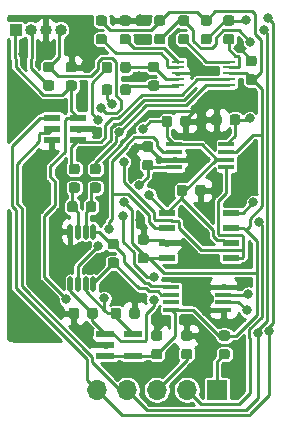
<source format=gbr>
%TF.GenerationSoftware,KiCad,Pcbnew,(5.1.6)-1*%
%TF.CreationDate,2021-06-11T10:25:49-05:00*%
%TF.ProjectId,Sapphire_AnalogMic,53617070-6869-4726-955f-416e616c6f67,rev?*%
%TF.SameCoordinates,Original*%
%TF.FileFunction,Copper,L1,Top*%
%TF.FilePolarity,Positive*%
%FSLAX46Y46*%
G04 Gerber Fmt 4.6, Leading zero omitted, Abs format (unit mm)*
G04 Created by KiCad (PCBNEW (5.1.6)-1) date 2021-06-11 10:25:49*
%MOMM*%
%LPD*%
G01*
G04 APERTURE LIST*
%TA.AperFunction,ComponentPad*%
%ADD10O,1.000000X1.000000*%
%TD*%
%TA.AperFunction,ComponentPad*%
%ADD11R,1.000000X1.000000*%
%TD*%
%TA.AperFunction,SMDPad,CuDef*%
%ADD12R,1.320800X0.406400*%
%TD*%
%TA.AperFunction,SMDPad,CuDef*%
%ADD13R,1.460500X0.533400*%
%TD*%
%TA.AperFunction,SMDPad,CuDef*%
%ADD14R,1.473200X0.558800*%
%TD*%
%TA.AperFunction,SMDPad,CuDef*%
%ADD15R,1.100000X0.250000*%
%TD*%
%TA.AperFunction,ComponentPad*%
%ADD16O,1.700000X1.700000*%
%TD*%
%TA.AperFunction,ComponentPad*%
%ADD17R,1.700000X1.700000*%
%TD*%
%TA.AperFunction,SMDPad,CuDef*%
%ADD18R,1.574800X0.558800*%
%TD*%
%TA.AperFunction,SMDPad,CuDef*%
%ADD19O,0.449999X1.350000*%
%TD*%
%TA.AperFunction,ViaPad*%
%ADD20C,0.800000*%
%TD*%
%TA.AperFunction,Conductor*%
%ADD21C,0.250000*%
%TD*%
%TA.AperFunction,Conductor*%
%ADD22C,0.254000*%
%TD*%
G04 APERTURE END LIST*
D10*
%TO.P,J102,4*%
%TO.N,/MIC_OUT*%
X114427000Y-101600000D03*
%TO.P,J102,3*%
%TO.N,GNDA*%
X113157000Y-101600000D03*
%TO.P,J102,2*%
%TO.N,Net-(J102-Pad2)*%
X111887000Y-101600000D03*
D11*
%TO.P,J102,1*%
%TO.N,+3V0*%
X110617000Y-101600000D03*
%TD*%
D12*
%TO.P,U101,8*%
%TO.N,+3.3VADC*%
X123774200Y-125308360D03*
%TO.P,U101,7*%
%TO.N,N/C*%
X123774200Y-124658120D03*
%TO.P,U101,6*%
%TO.N,/RgA*%
X123774200Y-124007880D03*
%TO.P,U101,5*%
%TO.N,/RgB*%
X123774200Y-123357640D03*
%TO.P,U101,4*%
%TO.N,GNDA*%
X128193800Y-123357640D03*
%TO.P,U101,3*%
%TO.N,/I2C_SDA*%
X128193800Y-124007880D03*
%TO.P,U101,2*%
%TO.N,/I2C_SCL*%
X128193800Y-124658120D03*
%TO.P,U101,1*%
%TO.N,GNDA*%
X128193800Y-125308360D03*
%TD*%
%TO.P,C105,2*%
%TO.N,GNDA*%
%TA.AperFunction,SMDPad,CuDef*%
G36*
G01*
X122049250Y-111918000D02*
X121536750Y-111918000D01*
G75*
G02*
X121318000Y-111699250I0J218750D01*
G01*
X121318000Y-111261750D01*
G75*
G02*
X121536750Y-111043000I218750J0D01*
G01*
X122049250Y-111043000D01*
G75*
G02*
X122268000Y-111261750I0J-218750D01*
G01*
X122268000Y-111699250D01*
G75*
G02*
X122049250Y-111918000I-218750J0D01*
G01*
G37*
%TD.AperFunction*%
%TO.P,C105,1*%
%TO.N,+3.3VADC*%
%TA.AperFunction,SMDPad,CuDef*%
G36*
G01*
X122049250Y-113493000D02*
X121536750Y-113493000D01*
G75*
G02*
X121318000Y-113274250I0J218750D01*
G01*
X121318000Y-112836750D01*
G75*
G02*
X121536750Y-112618000I218750J0D01*
G01*
X122049250Y-112618000D01*
G75*
G02*
X122268000Y-112836750I0J-218750D01*
G01*
X122268000Y-113274250D01*
G75*
G02*
X122049250Y-113493000I-218750J0D01*
G01*
G37*
%TD.AperFunction*%
%TD*%
D13*
%TO.P,U107,8*%
%TO.N,/FILTER_CLOCK*%
X128835150Y-117094000D03*
%TO.P,U107,7*%
%TO.N,+3.3VADC*%
X128835150Y-118364000D03*
%TO.P,U107,6*%
%TO.N,+1V5*%
X128835150Y-119634000D03*
%TO.P,U107,5*%
%TO.N,/FILTER_OUT*%
X128835150Y-120904000D03*
%TO.P,U107,4*%
%TO.N,+3.3VADC*%
X123386850Y-120904000D03*
%TO.P,U107,3*%
%TO.N,GNDA*%
X123386850Y-119634000D03*
%TO.P,U107,2*%
%TO.N,/FILTER_IN*%
X123386850Y-118364000D03*
%TO.P,U107,1*%
%TO.N,+1V5*%
X123386850Y-117094000D03*
%TD*%
%TO.P,C112,2*%
%TO.N,GNDA*%
%TA.AperFunction,SMDPad,CuDef*%
G36*
G01*
X121668250Y-119792000D02*
X121155750Y-119792000D01*
G75*
G02*
X120937000Y-119573250I0J218750D01*
G01*
X120937000Y-119135750D01*
G75*
G02*
X121155750Y-118917000I218750J0D01*
G01*
X121668250Y-118917000D01*
G75*
G02*
X121887000Y-119135750I0J-218750D01*
G01*
X121887000Y-119573250D01*
G75*
G02*
X121668250Y-119792000I-218750J0D01*
G01*
G37*
%TD.AperFunction*%
%TO.P,C112,1*%
%TO.N,+3.3VADC*%
%TA.AperFunction,SMDPad,CuDef*%
G36*
G01*
X121668250Y-121367000D02*
X121155750Y-121367000D01*
G75*
G02*
X120937000Y-121148250I0J218750D01*
G01*
X120937000Y-120710750D01*
G75*
G02*
X121155750Y-120492000I218750J0D01*
G01*
X121668250Y-120492000D01*
G75*
G02*
X121887000Y-120710750I0J-218750D01*
G01*
X121887000Y-121148250D01*
G75*
G02*
X121668250Y-121367000I-218750J0D01*
G01*
G37*
%TD.AperFunction*%
%TD*%
%TO.P,C110,2*%
%TO.N,GNDA*%
%TA.AperFunction,SMDPad,CuDef*%
G36*
G01*
X125826000Y-115445250D02*
X125826000Y-114932750D01*
G75*
G02*
X126044750Y-114714000I218750J0D01*
G01*
X126482250Y-114714000D01*
G75*
G02*
X126701000Y-114932750I0J-218750D01*
G01*
X126701000Y-115445250D01*
G75*
G02*
X126482250Y-115664000I-218750J0D01*
G01*
X126044750Y-115664000D01*
G75*
G02*
X125826000Y-115445250I0J218750D01*
G01*
G37*
%TD.AperFunction*%
%TO.P,C110,1*%
%TO.N,+1V5*%
%TA.AperFunction,SMDPad,CuDef*%
G36*
G01*
X124251000Y-115445250D02*
X124251000Y-114932750D01*
G75*
G02*
X124469750Y-114714000I218750J0D01*
G01*
X124907250Y-114714000D01*
G75*
G02*
X125126000Y-114932750I0J-218750D01*
G01*
X125126000Y-115445250D01*
G75*
G02*
X124907250Y-115664000I-218750J0D01*
G01*
X124469750Y-115664000D01*
G75*
G02*
X124251000Y-115445250I0J218750D01*
G01*
G37*
%TD.AperFunction*%
%TD*%
D14*
%TO.P,U106,6*%
%TO.N,GNDA*%
X113690400Y-110932001D03*
%TO.P,U106,5*%
%TO.N,/I2C_SCL*%
X113690400Y-109982000D03*
%TO.P,U106,4*%
%TO.N,/I2C_SDA*%
X113690400Y-109031999D03*
%TO.P,U106,3*%
%TO.N,+3V0*%
X115925600Y-109031999D03*
%TO.P,U106,2*%
%TO.N,GNDA*%
X115925600Y-109982000D03*
%TO.P,U106,1*%
%TO.N,/MIC_REF*%
X115925600Y-110932001D03*
%TD*%
%TO.P,R106,2*%
%TO.N,/I2C_SDA*%
%TA.AperFunction,SMDPad,CuDef*%
G36*
G01*
X126489750Y-101950000D02*
X127002250Y-101950000D01*
G75*
G02*
X127221000Y-102168750I0J-218750D01*
G01*
X127221000Y-102606250D01*
G75*
G02*
X127002250Y-102825000I-218750J0D01*
G01*
X126489750Y-102825000D01*
G75*
G02*
X126271000Y-102606250I0J218750D01*
G01*
X126271000Y-102168750D01*
G75*
G02*
X126489750Y-101950000I218750J0D01*
G01*
G37*
%TD.AperFunction*%
%TO.P,R106,1*%
%TO.N,+3.3VADC*%
%TA.AperFunction,SMDPad,CuDef*%
G36*
G01*
X126489750Y-100375000D02*
X127002250Y-100375000D01*
G75*
G02*
X127221000Y-100593750I0J-218750D01*
G01*
X127221000Y-101031250D01*
G75*
G02*
X127002250Y-101250000I-218750J0D01*
G01*
X126489750Y-101250000D01*
G75*
G02*
X126271000Y-101031250I0J218750D01*
G01*
X126271000Y-100593750D01*
G75*
G02*
X126489750Y-100375000I218750J0D01*
G01*
G37*
%TD.AperFunction*%
%TD*%
%TO.P,R104,2*%
%TO.N,/I2C_SCL*%
%TA.AperFunction,SMDPad,CuDef*%
G36*
G01*
X122552750Y-101950000D02*
X123065250Y-101950000D01*
G75*
G02*
X123284000Y-102168750I0J-218750D01*
G01*
X123284000Y-102606250D01*
G75*
G02*
X123065250Y-102825000I-218750J0D01*
G01*
X122552750Y-102825000D01*
G75*
G02*
X122334000Y-102606250I0J218750D01*
G01*
X122334000Y-102168750D01*
G75*
G02*
X122552750Y-101950000I218750J0D01*
G01*
G37*
%TD.AperFunction*%
%TO.P,R104,1*%
%TO.N,+3.3VADC*%
%TA.AperFunction,SMDPad,CuDef*%
G36*
G01*
X122552750Y-100375000D02*
X123065250Y-100375000D01*
G75*
G02*
X123284000Y-100593750I0J-218750D01*
G01*
X123284000Y-101031250D01*
G75*
G02*
X123065250Y-101250000I-218750J0D01*
G01*
X122552750Y-101250000D01*
G75*
G02*
X122334000Y-101031250I0J218750D01*
G01*
X122334000Y-100593750D01*
G75*
G02*
X122552750Y-100375000I218750J0D01*
G01*
G37*
%TD.AperFunction*%
%TD*%
D15*
%TO.P,U105,10*%
%TO.N,Net-(R114-Pad2)*%
X128642000Y-104283000D03*
%TO.P,U105,9*%
%TO.N,Net-(R115-Pad2)*%
X128642000Y-104783000D03*
%TO.P,U105,8*%
%TO.N,+3.3VADC*%
X128642000Y-105283000D03*
%TO.P,U105,7*%
%TO.N,/MIC_REF*%
X128642000Y-105783000D03*
%TO.P,U105,6*%
%TO.N,/MIC_OUT*%
X128642000Y-106283000D03*
%TO.P,U105,5*%
%TO.N,Net-(C107-Pad2)*%
X124342000Y-106283000D03*
%TO.P,U105,4*%
%TO.N,Net-(C107-Pad1)*%
X124342000Y-105783000D03*
%TO.P,U105,3*%
%TO.N,GNDA*%
X124342000Y-105283000D03*
%TO.P,U105,2*%
%TO.N,Net-(R112-Pad1)*%
X124342000Y-104783000D03*
%TO.P,U105,1*%
%TO.N,Net-(R113-Pad2)*%
X124342000Y-104283000D03*
%TD*%
%TO.P,C106,2*%
%TO.N,+3V0*%
%TA.AperFunction,SMDPad,CuDef*%
G36*
G01*
X115059750Y-105887000D02*
X115572250Y-105887000D01*
G75*
G02*
X115791000Y-106105750I0J-218750D01*
G01*
X115791000Y-106543250D01*
G75*
G02*
X115572250Y-106762000I-218750J0D01*
G01*
X115059750Y-106762000D01*
G75*
G02*
X114841000Y-106543250I0J218750D01*
G01*
X114841000Y-106105750D01*
G75*
G02*
X115059750Y-105887000I218750J0D01*
G01*
G37*
%TD.AperFunction*%
%TO.P,C106,1*%
%TO.N,GNDA*%
%TA.AperFunction,SMDPad,CuDef*%
G36*
G01*
X115059750Y-104312000D02*
X115572250Y-104312000D01*
G75*
G02*
X115791000Y-104530750I0J-218750D01*
G01*
X115791000Y-104968250D01*
G75*
G02*
X115572250Y-105187000I-218750J0D01*
G01*
X115059750Y-105187000D01*
G75*
G02*
X114841000Y-104968250I0J218750D01*
G01*
X114841000Y-104530750D01*
G75*
G02*
X115059750Y-104312000I218750J0D01*
G01*
G37*
%TD.AperFunction*%
%TD*%
%TO.P,R115,2*%
%TO.N,Net-(R115-Pad2)*%
%TA.AperFunction,SMDPad,CuDef*%
G36*
G01*
X128394750Y-101950000D02*
X128907250Y-101950000D01*
G75*
G02*
X129126000Y-102168750I0J-218750D01*
G01*
X129126000Y-102606250D01*
G75*
G02*
X128907250Y-102825000I-218750J0D01*
G01*
X128394750Y-102825000D01*
G75*
G02*
X128176000Y-102606250I0J218750D01*
G01*
X128176000Y-102168750D01*
G75*
G02*
X128394750Y-101950000I218750J0D01*
G01*
G37*
%TD.AperFunction*%
%TO.P,R115,1*%
%TO.N,/I2C_SDA*%
%TA.AperFunction,SMDPad,CuDef*%
G36*
G01*
X128394750Y-100375000D02*
X128907250Y-100375000D01*
G75*
G02*
X129126000Y-100593750I0J-218750D01*
G01*
X129126000Y-101031250D01*
G75*
G02*
X128907250Y-101250000I-218750J0D01*
G01*
X128394750Y-101250000D01*
G75*
G02*
X128176000Y-101031250I0J218750D01*
G01*
X128176000Y-100593750D01*
G75*
G02*
X128394750Y-100375000I218750J0D01*
G01*
G37*
%TD.AperFunction*%
%TD*%
%TO.P,R114,2*%
%TO.N,Net-(R114-Pad2)*%
%TA.AperFunction,SMDPad,CuDef*%
G36*
G01*
X124584750Y-101950000D02*
X125097250Y-101950000D01*
G75*
G02*
X125316000Y-102168750I0J-218750D01*
G01*
X125316000Y-102606250D01*
G75*
G02*
X125097250Y-102825000I-218750J0D01*
G01*
X124584750Y-102825000D01*
G75*
G02*
X124366000Y-102606250I0J218750D01*
G01*
X124366000Y-102168750D01*
G75*
G02*
X124584750Y-101950000I218750J0D01*
G01*
G37*
%TD.AperFunction*%
%TO.P,R114,1*%
%TO.N,/I2C_SCL*%
%TA.AperFunction,SMDPad,CuDef*%
G36*
G01*
X124584750Y-100375000D02*
X125097250Y-100375000D01*
G75*
G02*
X125316000Y-100593750I0J-218750D01*
G01*
X125316000Y-101031250D01*
G75*
G02*
X125097250Y-101250000I-218750J0D01*
G01*
X124584750Y-101250000D01*
G75*
G02*
X124366000Y-101031250I0J218750D01*
G01*
X124366000Y-100593750D01*
G75*
G02*
X124584750Y-100375000I218750J0D01*
G01*
G37*
%TD.AperFunction*%
%TD*%
%TO.P,R113,2*%
%TO.N,Net-(R113-Pad2)*%
%TA.AperFunction,SMDPad,CuDef*%
G36*
G01*
X119631750Y-101950000D02*
X120144250Y-101950000D01*
G75*
G02*
X120363000Y-102168750I0J-218750D01*
G01*
X120363000Y-102606250D01*
G75*
G02*
X120144250Y-102825000I-218750J0D01*
G01*
X119631750Y-102825000D01*
G75*
G02*
X119413000Y-102606250I0J218750D01*
G01*
X119413000Y-102168750D01*
G75*
G02*
X119631750Y-101950000I218750J0D01*
G01*
G37*
%TD.AperFunction*%
%TO.P,R113,1*%
%TO.N,GNDA*%
%TA.AperFunction,SMDPad,CuDef*%
G36*
G01*
X119631750Y-100375000D02*
X120144250Y-100375000D01*
G75*
G02*
X120363000Y-100593750I0J-218750D01*
G01*
X120363000Y-101031250D01*
G75*
G02*
X120144250Y-101250000I-218750J0D01*
G01*
X119631750Y-101250000D01*
G75*
G02*
X119413000Y-101031250I0J218750D01*
G01*
X119413000Y-100593750D01*
G75*
G02*
X119631750Y-100375000I218750J0D01*
G01*
G37*
%TD.AperFunction*%
%TD*%
%TO.P,R112,2*%
%TO.N,+3.3VADC*%
%TA.AperFunction,SMDPad,CuDef*%
G36*
G01*
X118112250Y-101250000D02*
X117599750Y-101250000D01*
G75*
G02*
X117381000Y-101031250I0J218750D01*
G01*
X117381000Y-100593750D01*
G75*
G02*
X117599750Y-100375000I218750J0D01*
G01*
X118112250Y-100375000D01*
G75*
G02*
X118331000Y-100593750I0J-218750D01*
G01*
X118331000Y-101031250D01*
G75*
G02*
X118112250Y-101250000I-218750J0D01*
G01*
G37*
%TD.AperFunction*%
%TO.P,R112,1*%
%TO.N,Net-(R112-Pad1)*%
%TA.AperFunction,SMDPad,CuDef*%
G36*
G01*
X118112250Y-102825000D02*
X117599750Y-102825000D01*
G75*
G02*
X117381000Y-102606250I0J218750D01*
G01*
X117381000Y-102168750D01*
G75*
G02*
X117599750Y-101950000I218750J0D01*
G01*
X118112250Y-101950000D01*
G75*
G02*
X118331000Y-102168750I0J-218750D01*
G01*
X118331000Y-102606250D01*
G75*
G02*
X118112250Y-102825000I-218750J0D01*
G01*
G37*
%TD.AperFunction*%
%TD*%
%TO.P,R110,2*%
%TO.N,+1V5*%
%TA.AperFunction,SMDPad,CuDef*%
G36*
G01*
X118776000Y-106423750D02*
X118776000Y-106936250D01*
G75*
G02*
X118557250Y-107155000I-218750J0D01*
G01*
X118119750Y-107155000D01*
G75*
G02*
X117901000Y-106936250I0J218750D01*
G01*
X117901000Y-106423750D01*
G75*
G02*
X118119750Y-106205000I218750J0D01*
G01*
X118557250Y-106205000D01*
G75*
G02*
X118776000Y-106423750I0J-218750D01*
G01*
G37*
%TD.AperFunction*%
%TO.P,R110,1*%
%TO.N,Net-(C107-Pad2)*%
%TA.AperFunction,SMDPad,CuDef*%
G36*
G01*
X120351000Y-106423750D02*
X120351000Y-106936250D01*
G75*
G02*
X120132250Y-107155000I-218750J0D01*
G01*
X119694750Y-107155000D01*
G75*
G02*
X119476000Y-106936250I0J218750D01*
G01*
X119476000Y-106423750D01*
G75*
G02*
X119694750Y-106205000I218750J0D01*
G01*
X120132250Y-106205000D01*
G75*
G02*
X120351000Y-106423750I0J-218750D01*
G01*
G37*
%TD.AperFunction*%
%TD*%
%TO.P,R109,2*%
%TO.N,/FILTER_OUT*%
%TA.AperFunction,SMDPad,CuDef*%
G36*
G01*
X118776000Y-104518750D02*
X118776000Y-105031250D01*
G75*
G02*
X118557250Y-105250000I-218750J0D01*
G01*
X118119750Y-105250000D01*
G75*
G02*
X117901000Y-105031250I0J218750D01*
G01*
X117901000Y-104518750D01*
G75*
G02*
X118119750Y-104300000I218750J0D01*
G01*
X118557250Y-104300000D01*
G75*
G02*
X118776000Y-104518750I0J-218750D01*
G01*
G37*
%TD.AperFunction*%
%TO.P,R109,1*%
%TO.N,Net-(C107-Pad1)*%
%TA.AperFunction,SMDPad,CuDef*%
G36*
G01*
X120351000Y-104518750D02*
X120351000Y-105031250D01*
G75*
G02*
X120132250Y-105250000I-218750J0D01*
G01*
X119694750Y-105250000D01*
G75*
G02*
X119476000Y-105031250I0J218750D01*
G01*
X119476000Y-104518750D01*
G75*
G02*
X119694750Y-104300000I218750J0D01*
G01*
X120132250Y-104300000D01*
G75*
G02*
X120351000Y-104518750I0J-218750D01*
G01*
G37*
%TD.AperFunction*%
%TD*%
%TO.P,R105,2*%
%TO.N,/MIC_OUT*%
%TA.AperFunction,SMDPad,CuDef*%
G36*
G01*
X113667250Y-105187000D02*
X113154750Y-105187000D01*
G75*
G02*
X112936000Y-104968250I0J218750D01*
G01*
X112936000Y-104530750D01*
G75*
G02*
X113154750Y-104312000I218750J0D01*
G01*
X113667250Y-104312000D01*
G75*
G02*
X113886000Y-104530750I0J-218750D01*
G01*
X113886000Y-104968250D01*
G75*
G02*
X113667250Y-105187000I-218750J0D01*
G01*
G37*
%TD.AperFunction*%
%TO.P,R105,1*%
%TO.N,Net-(J102-Pad2)*%
%TA.AperFunction,SMDPad,CuDef*%
G36*
G01*
X113667250Y-106762000D02*
X113154750Y-106762000D01*
G75*
G02*
X112936000Y-106543250I0J218750D01*
G01*
X112936000Y-106105750D01*
G75*
G02*
X113154750Y-105887000I218750J0D01*
G01*
X113667250Y-105887000D01*
G75*
G02*
X113886000Y-106105750I0J-218750D01*
G01*
X113886000Y-106543250D01*
G75*
G02*
X113667250Y-106762000I-218750J0D01*
G01*
G37*
%TD.AperFunction*%
%TD*%
%TO.P,R103,2*%
%TO.N,/RgB*%
%TA.AperFunction,SMDPad,CuDef*%
G36*
G01*
X119128250Y-120173000D02*
X118615750Y-120173000D01*
G75*
G02*
X118397000Y-119954250I0J218750D01*
G01*
X118397000Y-119516750D01*
G75*
G02*
X118615750Y-119298000I218750J0D01*
G01*
X119128250Y-119298000D01*
G75*
G02*
X119347000Y-119516750I0J-218750D01*
G01*
X119347000Y-119954250D01*
G75*
G02*
X119128250Y-120173000I-218750J0D01*
G01*
G37*
%TD.AperFunction*%
%TO.P,R103,1*%
%TO.N,/RgA*%
%TA.AperFunction,SMDPad,CuDef*%
G36*
G01*
X119128250Y-121748000D02*
X118615750Y-121748000D01*
G75*
G02*
X118397000Y-121529250I0J218750D01*
G01*
X118397000Y-121091750D01*
G75*
G02*
X118615750Y-120873000I218750J0D01*
G01*
X119128250Y-120873000D01*
G75*
G02*
X119347000Y-121091750I0J-218750D01*
G01*
X119347000Y-121529250D01*
G75*
G02*
X119128250Y-121748000I-218750J0D01*
G01*
G37*
%TD.AperFunction*%
%TD*%
%TO.P,R102,2*%
%TO.N,/MIC_OUT*%
%TA.AperFunction,SMDPad,CuDef*%
G36*
G01*
X117604250Y-113823000D02*
X117091750Y-113823000D01*
G75*
G02*
X116873000Y-113604250I0J218750D01*
G01*
X116873000Y-113166750D01*
G75*
G02*
X117091750Y-112948000I218750J0D01*
G01*
X117604250Y-112948000D01*
G75*
G02*
X117823000Y-113166750I0J-218750D01*
G01*
X117823000Y-113604250D01*
G75*
G02*
X117604250Y-113823000I-218750J0D01*
G01*
G37*
%TD.AperFunction*%
%TO.P,R102,1*%
%TO.N,Net-(C101-Pad2)*%
%TA.AperFunction,SMDPad,CuDef*%
G36*
G01*
X117604250Y-115398000D02*
X117091750Y-115398000D01*
G75*
G02*
X116873000Y-115179250I0J218750D01*
G01*
X116873000Y-114741750D01*
G75*
G02*
X117091750Y-114523000I218750J0D01*
G01*
X117604250Y-114523000D01*
G75*
G02*
X117823000Y-114741750I0J-218750D01*
G01*
X117823000Y-115179250D01*
G75*
G02*
X117604250Y-115398000I-218750J0D01*
G01*
G37*
%TD.AperFunction*%
%TD*%
%TO.P,R101,2*%
%TO.N,/MIC_REF*%
%TA.AperFunction,SMDPad,CuDef*%
G36*
G01*
X115826250Y-113823000D02*
X115313750Y-113823000D01*
G75*
G02*
X115095000Y-113604250I0J218750D01*
G01*
X115095000Y-113166750D01*
G75*
G02*
X115313750Y-112948000I218750J0D01*
G01*
X115826250Y-112948000D01*
G75*
G02*
X116045000Y-113166750I0J-218750D01*
G01*
X116045000Y-113604250D01*
G75*
G02*
X115826250Y-113823000I-218750J0D01*
G01*
G37*
%TD.AperFunction*%
%TO.P,R101,1*%
%TO.N,Net-(C101-Pad1)*%
%TA.AperFunction,SMDPad,CuDef*%
G36*
G01*
X115826250Y-115398000D02*
X115313750Y-115398000D01*
G75*
G02*
X115095000Y-115179250I0J218750D01*
G01*
X115095000Y-114741750D01*
G75*
G02*
X115313750Y-114523000I218750J0D01*
G01*
X115826250Y-114523000D01*
G75*
G02*
X116045000Y-114741750I0J-218750D01*
G01*
X116045000Y-115179250D01*
G75*
G02*
X115826250Y-115398000I-218750J0D01*
G01*
G37*
%TD.AperFunction*%
%TD*%
%TO.P,FB102,2*%
%TO.N,/PGND*%
%TA.AperFunction,SMDPad,CuDef*%
G36*
G01*
X124838750Y-128620000D02*
X125351250Y-128620000D01*
G75*
G02*
X125570000Y-128838750I0J-218750D01*
G01*
X125570000Y-129276250D01*
G75*
G02*
X125351250Y-129495000I-218750J0D01*
G01*
X124838750Y-129495000D01*
G75*
G02*
X124620000Y-129276250I0J218750D01*
G01*
X124620000Y-128838750D01*
G75*
G02*
X124838750Y-128620000I218750J0D01*
G01*
G37*
%TD.AperFunction*%
%TO.P,FB102,1*%
%TO.N,GNDA*%
%TA.AperFunction,SMDPad,CuDef*%
G36*
G01*
X124838750Y-127045000D02*
X125351250Y-127045000D01*
G75*
G02*
X125570000Y-127263750I0J-218750D01*
G01*
X125570000Y-127701250D01*
G75*
G02*
X125351250Y-127920000I-218750J0D01*
G01*
X124838750Y-127920000D01*
G75*
G02*
X124620000Y-127701250I0J218750D01*
G01*
X124620000Y-127263750D01*
G75*
G02*
X124838750Y-127045000I218750J0D01*
G01*
G37*
%TD.AperFunction*%
%TD*%
%TO.P,FB101,2*%
%TO.N,/P3V3*%
%TA.AperFunction,SMDPad,CuDef*%
G36*
G01*
X128013750Y-128620000D02*
X128526250Y-128620000D01*
G75*
G02*
X128745000Y-128838750I0J-218750D01*
G01*
X128745000Y-129276250D01*
G75*
G02*
X128526250Y-129495000I-218750J0D01*
G01*
X128013750Y-129495000D01*
G75*
G02*
X127795000Y-129276250I0J218750D01*
G01*
X127795000Y-128838750D01*
G75*
G02*
X128013750Y-128620000I218750J0D01*
G01*
G37*
%TD.AperFunction*%
%TO.P,FB101,1*%
%TO.N,+3.3VADC*%
%TA.AperFunction,SMDPad,CuDef*%
G36*
G01*
X128013750Y-127045000D02*
X128526250Y-127045000D01*
G75*
G02*
X128745000Y-127263750I0J-218750D01*
G01*
X128745000Y-127701250D01*
G75*
G02*
X128526250Y-127920000I-218750J0D01*
G01*
X128013750Y-127920000D01*
G75*
G02*
X127795000Y-127701250I0J218750D01*
G01*
X127795000Y-127263750D01*
G75*
G02*
X128013750Y-127045000I218750J0D01*
G01*
G37*
%TD.AperFunction*%
%TD*%
%TO.P,C111,2*%
%TO.N,GNDA*%
%TA.AperFunction,SMDPad,CuDef*%
G36*
G01*
X124556000Y-109603250D02*
X124556000Y-109090750D01*
G75*
G02*
X124774750Y-108872000I218750J0D01*
G01*
X125212250Y-108872000D01*
G75*
G02*
X125431000Y-109090750I0J-218750D01*
G01*
X125431000Y-109603250D01*
G75*
G02*
X125212250Y-109822000I-218750J0D01*
G01*
X124774750Y-109822000D01*
G75*
G02*
X124556000Y-109603250I0J218750D01*
G01*
G37*
%TD.AperFunction*%
%TO.P,C111,1*%
%TO.N,+1V5*%
%TA.AperFunction,SMDPad,CuDef*%
G36*
G01*
X122981000Y-109603250D02*
X122981000Y-109090750D01*
G75*
G02*
X123199750Y-108872000I218750J0D01*
G01*
X123637250Y-108872000D01*
G75*
G02*
X123856000Y-109090750I0J-218750D01*
G01*
X123856000Y-109603250D01*
G75*
G02*
X123637250Y-109822000I-218750J0D01*
G01*
X123199750Y-109822000D01*
G75*
G02*
X122981000Y-109603250I0J218750D01*
G01*
G37*
%TD.AperFunction*%
%TD*%
%TO.P,C109,2*%
%TO.N,GNDA*%
%TA.AperFunction,SMDPad,CuDef*%
G36*
G01*
X130812250Y-104679000D02*
X130299750Y-104679000D01*
G75*
G02*
X130081000Y-104460250I0J218750D01*
G01*
X130081000Y-104022750D01*
G75*
G02*
X130299750Y-103804000I218750J0D01*
G01*
X130812250Y-103804000D01*
G75*
G02*
X131031000Y-104022750I0J-218750D01*
G01*
X131031000Y-104460250D01*
G75*
G02*
X130812250Y-104679000I-218750J0D01*
G01*
G37*
%TD.AperFunction*%
%TO.P,C109,1*%
%TO.N,+3.3VADC*%
%TA.AperFunction,SMDPad,CuDef*%
G36*
G01*
X130812250Y-106254000D02*
X130299750Y-106254000D01*
G75*
G02*
X130081000Y-106035250I0J218750D01*
G01*
X130081000Y-105597750D01*
G75*
G02*
X130299750Y-105379000I218750J0D01*
G01*
X130812250Y-105379000D01*
G75*
G02*
X131031000Y-105597750I0J-218750D01*
G01*
X131031000Y-106035250D01*
G75*
G02*
X130812250Y-106254000I-218750J0D01*
G01*
G37*
%TD.AperFunction*%
%TD*%
%TO.P,C108,2*%
%TO.N,GNDA*%
%TA.AperFunction,SMDPad,CuDef*%
G36*
G01*
X128047000Y-108963750D02*
X128047000Y-109476250D01*
G75*
G02*
X127828250Y-109695000I-218750J0D01*
G01*
X127390750Y-109695000D01*
G75*
G02*
X127172000Y-109476250I0J218750D01*
G01*
X127172000Y-108963750D01*
G75*
G02*
X127390750Y-108745000I218750J0D01*
G01*
X127828250Y-108745000D01*
G75*
G02*
X128047000Y-108963750I0J-218750D01*
G01*
G37*
%TD.AperFunction*%
%TO.P,C108,1*%
%TO.N,/FILTER_CLOCK*%
%TA.AperFunction,SMDPad,CuDef*%
G36*
G01*
X129622000Y-108963750D02*
X129622000Y-109476250D01*
G75*
G02*
X129403250Y-109695000I-218750J0D01*
G01*
X128965750Y-109695000D01*
G75*
G02*
X128747000Y-109476250I0J218750D01*
G01*
X128747000Y-108963750D01*
G75*
G02*
X128965750Y-108745000I218750J0D01*
G01*
X129403250Y-108745000D01*
G75*
G02*
X129622000Y-108963750I0J-218750D01*
G01*
G37*
%TD.AperFunction*%
%TD*%
%TO.P,C107,2*%
%TO.N,Net-(C107-Pad2)*%
%TA.AperFunction,SMDPad,CuDef*%
G36*
G01*
X122044750Y-105887000D02*
X122557250Y-105887000D01*
G75*
G02*
X122776000Y-106105750I0J-218750D01*
G01*
X122776000Y-106543250D01*
G75*
G02*
X122557250Y-106762000I-218750J0D01*
G01*
X122044750Y-106762000D01*
G75*
G02*
X121826000Y-106543250I0J218750D01*
G01*
X121826000Y-106105750D01*
G75*
G02*
X122044750Y-105887000I218750J0D01*
G01*
G37*
%TD.AperFunction*%
%TO.P,C107,1*%
%TO.N,Net-(C107-Pad1)*%
%TA.AperFunction,SMDPad,CuDef*%
G36*
G01*
X122044750Y-104312000D02*
X122557250Y-104312000D01*
G75*
G02*
X122776000Y-104530750I0J-218750D01*
G01*
X122776000Y-104968250D01*
G75*
G02*
X122557250Y-105187000I-218750J0D01*
G01*
X122044750Y-105187000D01*
G75*
G02*
X121826000Y-104968250I0J218750D01*
G01*
X121826000Y-104530750D01*
G75*
G02*
X122044750Y-104312000I218750J0D01*
G01*
G37*
%TD.AperFunction*%
%TD*%
%TO.P,C104,2*%
%TO.N,+1V5*%
%TA.AperFunction,SMDPad,CuDef*%
G36*
G01*
X116682000Y-125859250D02*
X116682000Y-125346750D01*
G75*
G02*
X116900750Y-125128000I218750J0D01*
G01*
X117338250Y-125128000D01*
G75*
G02*
X117557000Y-125346750I0J-218750D01*
G01*
X117557000Y-125859250D01*
G75*
G02*
X117338250Y-126078000I-218750J0D01*
G01*
X116900750Y-126078000D01*
G75*
G02*
X116682000Y-125859250I0J218750D01*
G01*
G37*
%TD.AperFunction*%
%TO.P,C104,1*%
%TO.N,GNDA*%
%TA.AperFunction,SMDPad,CuDef*%
G36*
G01*
X115107000Y-125859250D02*
X115107000Y-125346750D01*
G75*
G02*
X115325750Y-125128000I218750J0D01*
G01*
X115763250Y-125128000D01*
G75*
G02*
X115982000Y-125346750I0J-218750D01*
G01*
X115982000Y-125859250D01*
G75*
G02*
X115763250Y-126078000I-218750J0D01*
G01*
X115325750Y-126078000D01*
G75*
G02*
X115107000Y-125859250I0J218750D01*
G01*
G37*
%TD.AperFunction*%
%TD*%
%TO.P,C103,2*%
%TO.N,GNDA*%
%TA.AperFunction,SMDPad,CuDef*%
G36*
G01*
X120238000Y-125859250D02*
X120238000Y-125346750D01*
G75*
G02*
X120456750Y-125128000I218750J0D01*
G01*
X120894250Y-125128000D01*
G75*
G02*
X121113000Y-125346750I0J-218750D01*
G01*
X121113000Y-125859250D01*
G75*
G02*
X120894250Y-126078000I-218750J0D01*
G01*
X120456750Y-126078000D01*
G75*
G02*
X120238000Y-125859250I0J218750D01*
G01*
G37*
%TD.AperFunction*%
%TO.P,C103,1*%
%TO.N,+3V0*%
%TA.AperFunction,SMDPad,CuDef*%
G36*
G01*
X118663000Y-125859250D02*
X118663000Y-125346750D01*
G75*
G02*
X118881750Y-125128000I218750J0D01*
G01*
X119319250Y-125128000D01*
G75*
G02*
X119538000Y-125346750I0J-218750D01*
G01*
X119538000Y-125859250D01*
G75*
G02*
X119319250Y-126078000I-218750J0D01*
G01*
X118881750Y-126078000D01*
G75*
G02*
X118663000Y-125859250I0J218750D01*
G01*
G37*
%TD.AperFunction*%
%TD*%
%TO.P,C102,2*%
%TO.N,GNDA*%
%TA.AperFunction,SMDPad,CuDef*%
G36*
G01*
X122811250Y-127920000D02*
X122298750Y-127920000D01*
G75*
G02*
X122080000Y-127701250I0J218750D01*
G01*
X122080000Y-127263750D01*
G75*
G02*
X122298750Y-127045000I218750J0D01*
G01*
X122811250Y-127045000D01*
G75*
G02*
X123030000Y-127263750I0J-218750D01*
G01*
X123030000Y-127701250D01*
G75*
G02*
X122811250Y-127920000I-218750J0D01*
G01*
G37*
%TD.AperFunction*%
%TO.P,C102,1*%
%TO.N,+3.3VADC*%
%TA.AperFunction,SMDPad,CuDef*%
G36*
G01*
X122811250Y-129495000D02*
X122298750Y-129495000D01*
G75*
G02*
X122080000Y-129276250I0J218750D01*
G01*
X122080000Y-128838750D01*
G75*
G02*
X122298750Y-128620000I218750J0D01*
G01*
X122811250Y-128620000D01*
G75*
G02*
X123030000Y-128838750I0J-218750D01*
G01*
X123030000Y-129276250D01*
G75*
G02*
X122811250Y-129495000I-218750J0D01*
G01*
G37*
%TD.AperFunction*%
%TD*%
%TO.P,C101,2*%
%TO.N,Net-(C101-Pad2)*%
%TA.AperFunction,SMDPad,CuDef*%
G36*
G01*
X116555000Y-116842250D02*
X116555000Y-116329750D01*
G75*
G02*
X116773750Y-116111000I218750J0D01*
G01*
X117211250Y-116111000D01*
G75*
G02*
X117430000Y-116329750I0J-218750D01*
G01*
X117430000Y-116842250D01*
G75*
G02*
X117211250Y-117061000I-218750J0D01*
G01*
X116773750Y-117061000D01*
G75*
G02*
X116555000Y-116842250I0J218750D01*
G01*
G37*
%TD.AperFunction*%
%TO.P,C101,1*%
%TO.N,Net-(C101-Pad1)*%
%TA.AperFunction,SMDPad,CuDef*%
G36*
G01*
X114980000Y-116842250D02*
X114980000Y-116329750D01*
G75*
G02*
X115198750Y-116111000I218750J0D01*
G01*
X115636250Y-116111000D01*
G75*
G02*
X115855000Y-116329750I0J-218750D01*
G01*
X115855000Y-116842250D01*
G75*
G02*
X115636250Y-117061000I-218750J0D01*
G01*
X115198750Y-117061000D01*
G75*
G02*
X114980000Y-116842250I0J218750D01*
G01*
G37*
%TD.AperFunction*%
%TD*%
D16*
%TO.P,J101,5*%
%TO.N,/I2C_SDA*%
X117475000Y-132080000D03*
%TO.P,J101,4*%
%TO.N,/I2C_SCL*%
X120015000Y-132080000D03*
%TO.P,J101,3*%
%TO.N,/PGND*%
X122555000Y-132080000D03*
%TO.P,J101,2*%
%TO.N,/FILTER_CLOCK*%
X125095000Y-132080000D03*
D17*
%TO.P,J101,1*%
%TO.N,/P3V3*%
X127635000Y-132080000D03*
%TD*%
D12*
%TO.P,U104,8*%
%TO.N,/FILTER_CLOCK*%
X128447800Y-111292640D03*
%TO.P,U104,7*%
%TO.N,+3.3VADC*%
X128447800Y-111942880D03*
%TO.P,U104,6*%
%TO.N,+1V5*%
X128447800Y-112593120D03*
%TO.P,U104,5*%
%TO.N,/FILTER_OUT*%
X128447800Y-113243360D03*
%TO.P,U104,4*%
%TO.N,+3.3VADC*%
X124028200Y-113243360D03*
%TO.P,U104,3*%
%TO.N,GNDA*%
X124028200Y-112593120D03*
%TO.P,U104,2*%
%TO.N,/FILTER_IN*%
X124028200Y-111942880D03*
%TO.P,U104,1*%
%TO.N,+1V5*%
X124028200Y-111292640D03*
%TD*%
D18*
%TO.P,U103,5*%
%TO.N,+3V0*%
X120548400Y-127319999D03*
%TO.P,U103,4*%
%TO.N,+3.3VADC*%
X120548400Y-129220001D03*
%TO.P,U103,3*%
X118211600Y-129220001D03*
%TO.P,U103,2*%
%TO.N,GNDA*%
X118211600Y-128270000D03*
%TO.P,U103,1*%
%TO.N,+1V5*%
X118211600Y-127319999D03*
%TD*%
D19*
%TO.P,U102,8*%
%TO.N,/RgA*%
X117179999Y-123129002D03*
%TO.P,U102,7*%
%TO.N,+3V0*%
X116529998Y-123129002D03*
%TO.P,U102,6*%
%TO.N,/FILTER_IN*%
X115879999Y-123129002D03*
%TO.P,U102,5*%
%TO.N,+1V5*%
X115229998Y-123129002D03*
%TO.P,U102,4*%
%TO.N,GNDA*%
X115229998Y-118679001D03*
%TO.P,U102,3*%
%TO.N,Net-(C101-Pad1)*%
X115879999Y-118679001D03*
%TO.P,U102,2*%
%TO.N,Net-(C101-Pad2)*%
X116529998Y-118679001D03*
%TO.P,U102,1*%
%TO.N,/RgB*%
X117179999Y-118679001D03*
%TD*%
D20*
%TO.N,GNDA*%
X126238000Y-127762000D03*
X127508000Y-107950000D03*
X121158000Y-100711000D03*
X116586000Y-104521000D03*
X113353809Y-112268000D03*
X127693840Y-115120840D03*
X125349000Y-112518350D03*
X126619000Y-123317000D03*
X126619000Y-124841000D03*
X123352128Y-126239116D03*
X121183049Y-124333000D03*
X121156554Y-117729000D03*
X114395159Y-125305738D03*
X130175000Y-113411000D03*
X130175000Y-115062000D03*
X125984000Y-108331000D03*
X125730000Y-104892319D03*
X117474996Y-110363000D03*
X120713974Y-111673682D03*
X116586000Y-112013998D03*
X116205000Y-107569000D03*
X118618000Y-123190000D03*
X117221000Y-121666000D03*
X111379000Y-126746000D03*
X116459000Y-101727000D03*
X126238000Y-130302000D03*
X129286000Y-130429000D03*
X126492000Y-121285000D03*
X121285000Y-102362000D03*
X121031000Y-105537000D03*
X125984000Y-118491000D03*
X129623950Y-103128674D03*
X114390010Y-118745000D03*
X110871000Y-107950000D03*
X111252000Y-103632000D03*
X112903000Y-102997000D03*
%TO.N,+3.3VADC*%
X121060557Y-114762152D03*
X119748256Y-116208425D03*
%TO.N,+1V5*%
X121919996Y-115570000D03*
X122329949Y-122516223D03*
X122284905Y-124445433D03*
X119706566Y-117339040D03*
X121355022Y-109983945D03*
X118774671Y-107878151D03*
%TO.N,/FILTER_CLOCK*%
X130739918Y-116205000D03*
X131189969Y-117891367D03*
X130429000Y-109093000D03*
%TO.N,+3V0*%
X114892715Y-124394867D03*
X118110000Y-124333000D03*
%TO.N,/I2C_SDA*%
X132089990Y-127059156D03*
X130289948Y-123974607D03*
X131946418Y-100584000D03*
X130100256Y-100770045D03*
%TO.N,/I2C_SCL*%
X131121474Y-127308144D03*
X130164306Y-125347625D03*
X131605758Y-101648786D03*
X130493560Y-102634910D03*
%TO.N,/FILTER_IN*%
X118508106Y-118469475D03*
X117602000Y-119888000D03*
%TO.N,/FILTER_OUT*%
X119761000Y-112776000D03*
X117602000Y-109220000D03*
%TO.N,/MIC_OUT*%
X119375024Y-110277900D03*
X117834705Y-108219420D03*
%TD*%
D21*
%TO.N,Net-(C101-Pad2)*%
X116529998Y-117048502D02*
X116992500Y-116586000D01*
X116529998Y-118679001D02*
X116529998Y-117048502D01*
X116992500Y-115316000D02*
X117348000Y-114960500D01*
X116992500Y-116586000D02*
X116992500Y-115316000D01*
%TO.N,Net-(C101-Pad1)*%
X115879999Y-117048499D02*
X115417500Y-116586000D01*
X115879999Y-118679001D02*
X115879999Y-117048499D01*
X115417500Y-115062000D02*
X115316000Y-114960500D01*
X115417500Y-116586000D02*
X115417500Y-115062000D01*
%TO.N,GNDA*%
X115544500Y-126304701D02*
X117509799Y-128270000D01*
X117509799Y-128270000D02*
X118211600Y-128270000D01*
X115544500Y-125603000D02*
X115544500Y-126304701D01*
X125095000Y-127482500D02*
X125958500Y-127482500D01*
X125958500Y-127482500D02*
X126238000Y-127762000D01*
X127609500Y-109220000D02*
X127609500Y-108051500D01*
X127609500Y-108051500D02*
X127508000Y-107950000D01*
X119888000Y-100812500D02*
X121056500Y-100812500D01*
X121056500Y-100812500D02*
X121158000Y-100711000D01*
X115316000Y-104749500D02*
X116357500Y-104749500D01*
X116357500Y-104749500D02*
X116586000Y-104521000D01*
X123107350Y-119354500D02*
X123386850Y-119634000D01*
X121412000Y-119354500D02*
X123107350Y-119354500D01*
X113690400Y-111931409D02*
X113353809Y-112268000D01*
X113690400Y-110932001D02*
X113690400Y-111931409D01*
X122905620Y-112593120D02*
X124028200Y-112593120D01*
X121793000Y-111480500D02*
X122905620Y-112593120D01*
X126263500Y-115189000D02*
X127625680Y-115189000D01*
X127625680Y-115189000D02*
X127693840Y-115120840D01*
X125274230Y-112593120D02*
X125349000Y-112518350D01*
X124028200Y-112593120D02*
X125274230Y-112593120D01*
X128193800Y-123357640D02*
X126659640Y-123357640D01*
X126659640Y-123357640D02*
X126619000Y-123317000D01*
X128193800Y-125308360D02*
X127086360Y-125308360D01*
X127086360Y-125308360D02*
X126619000Y-124841000D01*
X122555000Y-127036244D02*
X123352128Y-126239116D01*
X122555000Y-127482500D02*
X122555000Y-127036244D01*
X120675500Y-124840549D02*
X121183049Y-124333000D01*
X120675500Y-125603000D02*
X120675500Y-124840549D01*
X121412000Y-117984446D02*
X121156554Y-117729000D01*
X121412000Y-119354500D02*
X121412000Y-117984446D01*
X114692421Y-125603000D02*
X114395159Y-125305738D01*
X115544500Y-125603000D02*
X114692421Y-125603000D01*
X125882500Y-108331000D02*
X125984000Y-108331000D01*
X124993500Y-109220000D02*
X125882500Y-108331000D01*
X125984000Y-108331000D02*
X125984000Y-107698820D01*
X125984000Y-107698820D02*
X126748820Y-106934000D01*
X126748820Y-106934000D02*
X129286000Y-106934000D01*
X124342000Y-105283000D02*
X125339319Y-105283000D01*
X125339319Y-105283000D02*
X125730000Y-104892319D01*
X120907156Y-111480500D02*
X120713974Y-111673682D01*
X125877957Y-108437043D02*
X121876605Y-108437043D01*
X125984000Y-108331000D02*
X125877957Y-108437043D01*
X120100025Y-110213623D02*
X120100025Y-110625901D01*
X119550035Y-111270202D02*
X118148010Y-112672227D01*
X121793000Y-111480500D02*
X120907156Y-111480500D01*
X117093996Y-109982000D02*
X117474996Y-110363000D01*
X115925600Y-109982000D02*
X117093996Y-109982000D01*
X121876605Y-108437043D02*
X120100025Y-110213623D01*
X119550035Y-111175891D02*
X119550035Y-111270202D01*
X118148010Y-112672227D02*
X118148010Y-116674990D01*
X120100025Y-110625901D02*
X119550035Y-111175891D01*
X118650014Y-109881399D02*
X118650014Y-110897402D01*
X118978523Y-109552890D02*
X118650014Y-109881399D01*
X117533418Y-112013998D02*
X116586000Y-112013998D01*
X121503805Y-107537021D02*
X119487935Y-109552890D01*
X118650014Y-110897402D02*
X117533418Y-112013998D01*
X119487935Y-109552890D02*
X118978523Y-109552890D01*
X124872979Y-107537021D02*
X121503805Y-107537021D01*
X125857000Y-106553000D02*
X124872979Y-107537021D01*
X130683000Y-104241500D02*
X129623950Y-103182450D01*
X129623950Y-103182450D02*
X129623950Y-103128674D01*
X115229998Y-118679001D02*
X114456009Y-118679001D01*
X114456009Y-118679001D02*
X114390010Y-118745000D01*
X114390010Y-113374010D02*
X114390010Y-118179315D01*
X114390010Y-118179315D02*
X114390010Y-118745000D01*
X114173000Y-113157000D02*
X114390010Y-113374010D01*
X116370010Y-112941516D02*
X116205000Y-112776506D01*
X116205000Y-112394998D02*
X116586000Y-112013998D01*
X116370010Y-113829484D02*
X116370010Y-112941516D01*
X116205000Y-113994494D02*
X116370010Y-113829484D01*
X116205000Y-115569494D02*
X116370010Y-115404484D01*
X116205000Y-116459000D02*
X116205000Y-115569494D01*
X116205000Y-114351506D02*
X116205000Y-113994494D01*
X116205000Y-112776506D02*
X116205000Y-112394998D01*
X116370010Y-115404484D02*
X116370010Y-114516516D01*
X116370010Y-114516516D02*
X116205000Y-114351506D01*
%TO.N,+3.3VADC*%
X118211600Y-129220001D02*
X120548400Y-129220001D01*
X122392499Y-129220001D02*
X122555000Y-129057500D01*
X120548400Y-129220001D02*
X122392499Y-129220001D01*
X122046490Y-101575010D02*
X122809000Y-100812500D01*
X118618510Y-101575010D02*
X122046490Y-101575010D01*
X117856000Y-100812500D02*
X118618510Y-101575010D01*
X125983490Y-100049990D02*
X126746000Y-100812500D01*
X123571510Y-100049990D02*
X125983490Y-100049990D01*
X122809000Y-100812500D02*
X123571510Y-100049990D01*
X130149500Y-105283000D02*
X130683000Y-105816500D01*
X128642000Y-105283000D02*
X130149500Y-105283000D01*
X121980860Y-113243360D02*
X124028200Y-113243360D01*
X121793000Y-113055500D02*
X121980860Y-113243360D01*
X123361350Y-120929500D02*
X123386850Y-120904000D01*
X121412000Y-120929500D02*
X123361350Y-120929500D01*
X123302662Y-120929500D02*
X121412000Y-120929500D01*
X129863998Y-118364000D02*
X130084999Y-118585001D01*
X128835150Y-118364000D02*
X129863998Y-118364000D01*
X127795000Y-127482500D02*
X128270000Y-127482500D01*
X125620860Y-125308360D02*
X127795000Y-127482500D01*
X123774200Y-125308360D02*
X125620860Y-125308360D01*
X129246162Y-111942880D02*
X128447800Y-111942880D01*
X131445000Y-110490000D02*
X130699042Y-110490000D01*
X130699042Y-110490000D02*
X129246162Y-111942880D01*
X130429000Y-118241000D02*
X130084999Y-118585001D01*
X131445000Y-106578500D02*
X131445000Y-115385971D01*
X130683000Y-105816500D02*
X131445000Y-106578500D01*
X131445000Y-115385971D02*
X131464968Y-115405939D01*
X131464968Y-115405939D02*
X131464968Y-116543281D01*
X130429000Y-117579249D02*
X130429000Y-118241000D01*
X131464968Y-116543281D02*
X130429000Y-117579249D01*
X131014957Y-119514959D02*
X130084999Y-118585001D01*
X129241504Y-127482500D02*
X128270000Y-127482500D01*
X131014957Y-125709047D02*
X129241504Y-127482500D01*
X131014957Y-119514959D02*
X131014957Y-122251957D01*
X131014957Y-122251957D02*
X131014957Y-125709047D01*
X124077130Y-125611290D02*
X123774200Y-125308360D01*
X122555000Y-129057500D02*
X124077130Y-127535370D01*
X124077130Y-127535370D02*
X124077130Y-125611290D01*
X130937000Y-122174000D02*
X131014957Y-122251957D01*
X121412000Y-120929500D02*
X121887000Y-120929500D01*
X123131500Y-122174000D02*
X130937000Y-122174000D01*
X121887000Y-120929500D02*
X123131500Y-122174000D01*
X121793000Y-114029709D02*
X121060557Y-114762152D01*
X121793000Y-113055500D02*
X121793000Y-114029709D01*
X120431552Y-119618046D02*
X120431552Y-117380998D01*
X121412000Y-120598494D02*
X120431552Y-119618046D01*
X120431568Y-117380982D02*
X120431568Y-116891737D01*
X121412000Y-120929500D02*
X121412000Y-120598494D01*
X120431552Y-117380998D02*
X120431568Y-117380982D01*
X120431568Y-116891737D02*
X119748256Y-116208425D01*
X130880748Y-101949096D02*
X131356010Y-102424358D01*
X131356010Y-105143490D02*
X130683000Y-105816500D01*
X130880748Y-100296266D02*
X130880748Y-101949096D01*
X130629520Y-100045038D02*
X130880748Y-100296266D01*
X131356010Y-102424358D02*
X131356010Y-105143490D01*
X126746000Y-100812500D02*
X127513462Y-100045038D01*
X127513462Y-100045038D02*
X130629520Y-100045038D01*
%TO.N,+1V5*%
X117119500Y-126227899D02*
X118211600Y-127319999D01*
X117119500Y-125603000D02*
X117119500Y-126227899D01*
X127649438Y-112593120D02*
X128447800Y-112593120D01*
X126348958Y-111292640D02*
X127649438Y-112593120D01*
X124028200Y-111292640D02*
X126348958Y-111292640D01*
X128523198Y-119634000D02*
X128835150Y-119634000D01*
X124688500Y-115792350D02*
X123386850Y-117094000D01*
X124688500Y-115189000D02*
X124688500Y-115792350D01*
X124941520Y-115189000D02*
X124688500Y-115189000D01*
X128447800Y-112593120D02*
X127537400Y-112593120D01*
X127537400Y-112593120D02*
X124941520Y-115189000D01*
X123386850Y-117094000D02*
X121919996Y-115627146D01*
X121919996Y-115627146D02*
X121919996Y-115570000D01*
X118896598Y-127319999D02*
X119500999Y-127924400D01*
X121595801Y-127924400D02*
X121660801Y-127859400D01*
X119500999Y-127924400D02*
X121595801Y-127924400D01*
X121660801Y-125635222D02*
X122284905Y-125011118D01*
X121660801Y-127859400D02*
X121660801Y-125635222D01*
X122284905Y-125011118D02*
X122284905Y-124445433D01*
X118211600Y-127319999D02*
X118896598Y-127319999D01*
X115229998Y-123706831D02*
X117119500Y-125596333D01*
X115229998Y-123129002D02*
X115229998Y-123706831D01*
X117119500Y-125596333D02*
X117119500Y-125603000D01*
X119706566Y-119529471D02*
X119706566Y-117339040D01*
X120611990Y-121422086D02*
X120611990Y-120434895D01*
X121706127Y-122516223D02*
X120611990Y-121422086D01*
X122329949Y-122516223D02*
X121706127Y-122516223D01*
X120611990Y-120434895D02*
X119706566Y-119529471D01*
X123418500Y-110682940D02*
X124028200Y-111292640D01*
X123418500Y-109347000D02*
X123418500Y-110682940D01*
X123418500Y-109347000D02*
X121991967Y-109347000D01*
X121991967Y-109347000D02*
X121355022Y-109983945D01*
X118338500Y-107441980D02*
X118774671Y-107878151D01*
X118338500Y-106680000D02*
X118338500Y-107441980D01*
X128397000Y-119634000D02*
X128835150Y-119634000D01*
X128168714Y-119405712D02*
X128397000Y-119634000D01*
X127329888Y-118566888D02*
X127329888Y-119077101D01*
X127658499Y-119405712D02*
X128168714Y-119405712D01*
X127329888Y-119077101D02*
X127658499Y-119405712D01*
X124688500Y-115925500D02*
X127329888Y-118566888D01*
X124688500Y-115189000D02*
X124688500Y-115925500D01*
%TO.N,Net-(C107-Pad2)*%
X124300500Y-106324500D02*
X124342000Y-106283000D01*
X122301000Y-106324500D02*
X124300500Y-106324500D01*
X120269000Y-106324500D02*
X122301000Y-106324500D01*
X119913500Y-106680000D02*
X120269000Y-106324500D01*
%TO.N,Net-(C107-Pad1)*%
X122275500Y-104775000D02*
X122301000Y-104749500D01*
X119913500Y-104775000D02*
X122275500Y-104775000D01*
X123334500Y-105783000D02*
X124342000Y-105783000D01*
X122301000Y-104749500D02*
X123334500Y-105783000D01*
%TO.N,/FILTER_CLOCK*%
X129184500Y-110555940D02*
X128447800Y-111292640D01*
X129184500Y-109220000D02*
X129184500Y-110555940D01*
X129850918Y-117094000D02*
X130739918Y-116205000D01*
X128835150Y-117094000D02*
X129850918Y-117094000D01*
X131189969Y-117891367D02*
X131464968Y-118166366D01*
X130432130Y-132330870D02*
X129507999Y-133255001D01*
X130396472Y-126963944D02*
X130396472Y-127656146D01*
X130396472Y-127656146D02*
X130432130Y-127691804D01*
X126270001Y-133255001D02*
X125095000Y-132080000D01*
X130432130Y-127691804D02*
X130432130Y-132330870D01*
X129507999Y-133255001D02*
X126270001Y-133255001D01*
X131464968Y-125895448D02*
X130396472Y-126963944D01*
X131464968Y-118166366D02*
X131464968Y-125895448D01*
X130302000Y-109093000D02*
X130429000Y-109093000D01*
X130175000Y-109220000D02*
X130302000Y-109093000D01*
X129184500Y-109220000D02*
X130175000Y-109220000D01*
%TO.N,+3V0*%
X119100500Y-125872099D02*
X120548400Y-127319999D01*
X119100500Y-125603000D02*
X119100500Y-125872099D01*
X118426167Y-125603000D02*
X119100500Y-125603000D01*
X116529998Y-123129002D02*
X116529998Y-123706831D01*
X115316000Y-108422399D02*
X115925600Y-109031999D01*
X115316000Y-106324500D02*
X115316000Y-108422399D01*
X118110000Y-125286832D02*
X118204584Y-125381416D01*
X118110000Y-124333000D02*
X118110000Y-125286832D01*
X116529998Y-123706831D02*
X118204584Y-125381416D01*
X118204584Y-125381416D02*
X118426167Y-125603000D01*
X113030000Y-122532152D02*
X114892715Y-124394867D01*
X113030000Y-117348000D02*
X113030000Y-122532152D01*
X113919000Y-114425499D02*
X113919000Y-116459000D01*
X113537295Y-114043794D02*
X113919000Y-114425499D01*
X114939000Y-109031999D02*
X114752001Y-109218998D01*
X115925600Y-109031999D02*
X114939000Y-109031999D01*
X113919000Y-116459000D02*
X113030000Y-117348000D01*
X114752001Y-111941589D02*
X113537295Y-113156295D01*
X113537295Y-113156295D02*
X113537295Y-114043794D01*
X114752001Y-109218998D02*
X114752001Y-111941589D01*
X114553490Y-107087010D02*
X115316000Y-106324500D01*
X112929516Y-107087010D02*
X114553490Y-107087010D01*
X110617000Y-104774494D02*
X112929516Y-107087010D01*
X110526999Y-101690001D02*
X110617000Y-101600000D01*
X110526999Y-103980001D02*
X110526999Y-101690001D01*
X110617000Y-104070002D02*
X110526999Y-103980001D01*
X110617000Y-104774494D02*
X110617000Y-104070002D01*
%TO.N,/P3V3*%
X127635000Y-129692500D02*
X128270000Y-129057500D01*
X127635000Y-132080000D02*
X127635000Y-129692500D01*
%TO.N,/PGND*%
X125095000Y-129540000D02*
X122555000Y-132080000D01*
X125095000Y-129057500D02*
X125095000Y-129540000D01*
%TO.N,/I2C_SDA*%
X128321000Y-100812500D02*
X126746000Y-102387500D01*
X128651000Y-100812500D02*
X128321000Y-100812500D01*
X130256675Y-124007880D02*
X130289948Y-123974607D01*
X128193800Y-124007880D02*
X130256675Y-124007880D01*
X128651000Y-100812500D02*
X130057801Y-100812500D01*
X132364990Y-126395259D02*
X132364990Y-101002572D01*
X130429000Y-134113410D02*
X132043001Y-132499409D01*
X132043001Y-132499409D02*
X132043001Y-126717248D01*
X130057801Y-100812500D02*
X130100256Y-100770045D01*
X132364990Y-101002572D02*
X131946418Y-100584000D01*
X119634000Y-134239000D02*
X130429000Y-134239000D01*
X117475000Y-132080000D02*
X119634000Y-134239000D01*
X132043001Y-126717248D02*
X132364990Y-126395259D01*
X130429000Y-134239000D02*
X130429000Y-134113410D01*
X117475000Y-132080000D02*
X116625001Y-131230001D01*
X116625001Y-131230001D02*
X116625001Y-129453411D01*
X110617000Y-116841411D02*
X110293989Y-116518400D01*
X110617000Y-123445410D02*
X110617000Y-116841411D01*
X110293989Y-111441810D02*
X112703800Y-109031999D01*
X110293989Y-116518400D02*
X110293989Y-111441810D01*
X112703800Y-109031999D02*
X113690400Y-109031999D01*
X116625001Y-129453411D02*
X110617000Y-123445410D01*
%TO.N,/I2C_SCL*%
X124384000Y-100812500D02*
X122809000Y-102387500D01*
X124841000Y-100812500D02*
X124384000Y-100812500D01*
X131121474Y-132784526D02*
X131121474Y-127308144D01*
X120015000Y-132080000D02*
X121723989Y-133788989D01*
X121723989Y-133788989D02*
X130117011Y-133788989D01*
X130117011Y-133788989D02*
X131121474Y-132784526D01*
X128193800Y-124658120D02*
X129474801Y-124658120D01*
X129474801Y-124658120D02*
X130164306Y-125347625D01*
X131121474Y-127002364D02*
X131914979Y-126208859D01*
X131121474Y-127308144D02*
X131121474Y-127002364D01*
X126264516Y-103150010D02*
X127227484Y-103150010D01*
X125641010Y-101612510D02*
X125641010Y-102526504D01*
X131914979Y-101958007D02*
X131605758Y-101648786D01*
X129483640Y-101624990D02*
X130493560Y-102634910D01*
X131914979Y-126208859D02*
X131914979Y-101958007D01*
X127227484Y-103150010D02*
X127546010Y-102831484D01*
X127546010Y-102831484D02*
X127546010Y-102248496D01*
X125641010Y-102526504D02*
X126264516Y-103150010D01*
X127546010Y-102248496D02*
X128169516Y-101624990D01*
X124841000Y-100812500D02*
X125641010Y-101612510D01*
X128169516Y-101624990D02*
X129483640Y-101624990D01*
X119419797Y-132080000D02*
X120015000Y-132080000D01*
X111125000Y-123317000D02*
X117099199Y-129291199D01*
X110744000Y-116332000D02*
X111125000Y-116713000D01*
X110744000Y-112928400D02*
X110744000Y-116332000D01*
X112628799Y-111043601D02*
X110744000Y-112928400D01*
X112628799Y-110392600D02*
X112628799Y-111043601D01*
X113344800Y-110327600D02*
X112693799Y-110327600D01*
X117099199Y-129759402D02*
X119419797Y-132080000D01*
X111125000Y-116713000D02*
X111125000Y-123317000D01*
X117099199Y-129291199D02*
X117099199Y-129759402D01*
X113690400Y-109982000D02*
X113344800Y-110327600D01*
X112693799Y-110327600D02*
X112628799Y-110392600D01*
%TO.N,/RgA*%
X117179999Y-123002501D02*
X118872000Y-121310500D01*
X117179999Y-123129002D02*
X117179999Y-123002501D01*
X118872000Y-121310500D02*
X121042498Y-123480998D01*
X121042498Y-123480998D02*
X121633002Y-123480998D01*
X121633002Y-123480998D02*
X121872436Y-123720432D01*
X122920354Y-124007880D02*
X123774200Y-124007880D01*
X121872436Y-123720432D02*
X122632906Y-123720432D01*
X122632906Y-123720432D02*
X122920354Y-124007880D01*
%TO.N,/RgB*%
X117179999Y-118679001D02*
X117654998Y-118679001D01*
X118711497Y-119735500D02*
X118872000Y-119735500D01*
X117654998Y-118679001D02*
X118711497Y-119735500D01*
X119761000Y-121215002D02*
X121576985Y-123030987D01*
X121576985Y-123030987D02*
X121819402Y-123030987D01*
X121819402Y-123030987D02*
X122058836Y-123270421D01*
X123686981Y-123270421D02*
X123774200Y-123357640D01*
X118872000Y-119735500D02*
X119761000Y-120624500D01*
X119761000Y-120624500D02*
X119761000Y-121215002D01*
X122058836Y-123270421D02*
X123686981Y-123270421D01*
%TO.N,/FILTER_IN*%
X115879999Y-123129002D02*
X115879999Y-121610001D01*
X115879999Y-121610001D02*
X117602000Y-119888000D01*
X118508106Y-117903790D02*
X118508106Y-118469475D01*
X118781998Y-117629898D02*
X118508106Y-117903790D01*
X118831577Y-115483423D02*
X118781998Y-115533002D01*
X121881588Y-117252570D02*
X120112441Y-115483423D01*
X118781998Y-115533002D02*
X118781998Y-117629898D01*
X120112441Y-115483423D02*
X118831577Y-115483423D01*
X122406600Y-118364000D02*
X121881588Y-117838988D01*
X123386850Y-118364000D02*
X122406600Y-118364000D01*
X121881588Y-117838988D02*
X121881588Y-117252570D01*
X120000046Y-111456602D02*
X118781998Y-112674650D01*
X124028200Y-111942880D02*
X123117800Y-111942880D01*
X120000046Y-111362291D02*
X120000046Y-111456602D01*
X122267328Y-110710834D02*
X120651503Y-110710834D01*
X122593010Y-111418090D02*
X122593010Y-111036516D01*
X123117800Y-111942880D02*
X122593010Y-111418090D01*
X122593010Y-111036516D02*
X122267328Y-110710834D01*
X120651503Y-110710834D02*
X120000046Y-111362291D01*
X118781998Y-112674650D02*
X118781998Y-115533002D01*
%TO.N,/FILTER_OUT*%
X129890401Y-120828999D02*
X129890401Y-119107299D01*
X129815400Y-120904000D02*
X129890401Y-120828999D01*
X128835150Y-120904000D02*
X129815400Y-120904000D01*
X128447800Y-115427998D02*
X127779899Y-116095899D01*
X128447800Y-113243360D02*
X128447800Y-115427998D01*
X127779899Y-116095899D02*
X127779899Y-116060101D01*
X117037611Y-106075889D02*
X117037611Y-108655611D01*
X118338500Y-104775000D02*
X117037611Y-106075889D01*
X117037611Y-108655611D02*
X117602000Y-109220000D01*
X122331599Y-117058505D02*
X119761000Y-114487906D01*
X126321701Y-120225701D02*
X124442101Y-118346101D01*
X122396599Y-117685701D02*
X122331599Y-117620701D01*
X129825401Y-120225701D02*
X126321701Y-120225701D01*
X119761000Y-114487906D02*
X119761000Y-112776000D01*
X129890401Y-119107299D02*
X129890401Y-120160701D01*
X124442101Y-118346101D02*
X124442101Y-117837299D01*
X129890401Y-120160701D02*
X129825401Y-120225701D01*
X123868299Y-117772299D02*
X123781701Y-117685701D01*
X124442101Y-117837299D02*
X124377101Y-117772299D01*
X124377101Y-117772299D02*
X123868299Y-117772299D01*
X123781701Y-117685701D02*
X122396599Y-117685701D01*
X122331599Y-117620701D02*
X122331599Y-117058505D01*
X128447800Y-113243360D02*
X128447800Y-115439882D01*
X128447800Y-115439882D02*
X127779899Y-116107783D01*
X127779899Y-118890701D02*
X127844899Y-118955701D01*
X129738803Y-118955701D02*
X127847111Y-118955701D01*
X127779899Y-116107783D02*
X127779899Y-118890701D01*
X127844899Y-118955701D02*
X129738803Y-118955701D01*
X129738803Y-118955701D02*
X129890401Y-119107299D01*
X127847111Y-118955701D02*
X127779899Y-118888489D01*
X127779899Y-118888489D02*
X127779899Y-116095899D01*
%TO.N,/MIC_OUT*%
X121690205Y-107987032D02*
X119100025Y-110577212D01*
X128642000Y-106283000D02*
X126763410Y-106283000D01*
X126763410Y-106283000D02*
X125059379Y-107987032D01*
X119100025Y-110577212D02*
X119100025Y-111083802D01*
X125059379Y-107987032D02*
X121690205Y-107987032D01*
X119100025Y-111083802D02*
X117348000Y-112835827D01*
X117348000Y-112835827D02*
X117348000Y-113385500D01*
X119148585Y-108619419D02*
X118234704Y-108619419D01*
X119499681Y-108268323D02*
X119148585Y-108619419D01*
X119499681Y-107569942D02*
X119499681Y-108268323D01*
X118782484Y-103974990D02*
X119150990Y-104343496D01*
X117575990Y-104293516D02*
X117894516Y-103974990D01*
X119150990Y-104343496D02*
X119150990Y-107221251D01*
X113411000Y-104749500D02*
X114173510Y-105512010D01*
X119150990Y-107221251D02*
X119499681Y-107569942D01*
X116965080Y-105512010D02*
X117575990Y-104901100D01*
X114173510Y-105512010D02*
X116965080Y-105512010D01*
X118234704Y-108619419D02*
X117834705Y-108219420D01*
X117575990Y-104901100D02*
X117575990Y-104293516D01*
X117894516Y-103974990D02*
X118782484Y-103974990D01*
X114300000Y-101727000D02*
X114427000Y-101600000D01*
X113411000Y-104749500D02*
X114300000Y-103860500D01*
X114300000Y-103860500D02*
X114300000Y-101727000D01*
%TO.N,/MIC_REF*%
X115316000Y-111541601D02*
X115925600Y-110932001D01*
X115316000Y-113385500D02*
X115316000Y-111541601D01*
X125987768Y-105783000D02*
X124683758Y-107087010D01*
X118200003Y-109694999D02*
X118200003Y-110711002D01*
X128642000Y-105783000D02*
X125987768Y-105783000D01*
X119301535Y-109102879D02*
X118792123Y-109102879D01*
X118200003Y-110711002D02*
X117823003Y-111088002D01*
X121317404Y-107087010D02*
X119301535Y-109102879D01*
X118792123Y-109102879D02*
X118200003Y-109694999D01*
X116081601Y-111088002D02*
X115925600Y-110932001D01*
X117823003Y-111088002D02*
X116081601Y-111088002D01*
X124683758Y-107087010D02*
X121317404Y-107087010D01*
%TO.N,Net-(R112-Pad1)*%
X124037001Y-104733001D02*
X124087000Y-104783000D01*
X124087000Y-104783000D02*
X124342000Y-104783000D01*
X123531999Y-104733001D02*
X124037001Y-104733001D01*
X119068521Y-103600021D02*
X122904021Y-103600021D01*
X117856000Y-102387500D02*
X119068521Y-103600021D01*
X122904021Y-103600021D02*
X123466999Y-104162999D01*
X123466999Y-104162999D02*
X123466999Y-104668001D01*
X123466999Y-104668001D02*
X123531999Y-104733001D01*
%TO.N,Net-(R113-Pad2)*%
X120650510Y-103150010D02*
X119888000Y-102387500D01*
X124342000Y-104283000D02*
X123209010Y-103150010D01*
X123209010Y-103150010D02*
X120650510Y-103150010D01*
%TO.N,Net-(R114-Pad2)*%
X126736500Y-104283000D02*
X128642000Y-104283000D01*
X124841000Y-102387500D02*
X126736500Y-104283000D01*
%TO.N,Net-(R115-Pad2)*%
X128651000Y-103263358D02*
X129220641Y-103832999D01*
X129442000Y-104783000D02*
X128642000Y-104783000D01*
X129220641Y-103832999D02*
X129452001Y-103832999D01*
X128651000Y-102387500D02*
X128651000Y-103263358D01*
X129452001Y-103832999D02*
X129517001Y-103897999D01*
X129517001Y-104707999D02*
X129442000Y-104783000D01*
X129517001Y-103897999D02*
X129517001Y-104707999D01*
%TO.N,Net-(J102-Pad2)*%
X111887000Y-104800500D02*
X113411000Y-106324500D01*
X111977001Y-103980001D02*
X111977001Y-101690001D01*
X111887000Y-104070002D02*
X111977001Y-103980001D01*
X111977001Y-101690001D02*
X111887000Y-101600000D01*
X111887000Y-104800500D02*
X111887000Y-104070002D01*
%TD*%
D22*
%TO.N,GNDA*%
G36*
X130989801Y-115363612D02*
G01*
X130987599Y-115385971D01*
X130996387Y-115475205D01*
X131004777Y-115502861D01*
X131009768Y-115519314D01*
X131009768Y-115526413D01*
X130952909Y-115502861D01*
X130811836Y-115474800D01*
X130668000Y-115474800D01*
X130526927Y-115502861D01*
X130394039Y-115557905D01*
X130274443Y-115637817D01*
X130172735Y-115739525D01*
X130092823Y-115859121D01*
X130037779Y-115992009D01*
X130009718Y-116133082D01*
X130009718Y-116276918D01*
X130012129Y-116289039D01*
X129749743Y-116551426D01*
X129749737Y-116551421D01*
X129692373Y-116520760D01*
X129667000Y-116513063D01*
X129667000Y-112190098D01*
X129910068Y-111922723D01*
X130887592Y-110945200D01*
X130989800Y-110945200D01*
X130989801Y-115363612D01*
G37*
X130989801Y-115363612D02*
X130987599Y-115385971D01*
X130996387Y-115475205D01*
X131004777Y-115502861D01*
X131009768Y-115519314D01*
X131009768Y-115526413D01*
X130952909Y-115502861D01*
X130811836Y-115474800D01*
X130668000Y-115474800D01*
X130526927Y-115502861D01*
X130394039Y-115557905D01*
X130274443Y-115637817D01*
X130172735Y-115739525D01*
X130092823Y-115859121D01*
X130037779Y-115992009D01*
X130009718Y-116133082D01*
X130009718Y-116276918D01*
X130012129Y-116289039D01*
X129749743Y-116551426D01*
X129749737Y-116551421D01*
X129692373Y-116520760D01*
X129667000Y-116513063D01*
X129667000Y-112190098D01*
X129910068Y-111922723D01*
X130887592Y-110945200D01*
X130989800Y-110945200D01*
X130989801Y-115363612D01*
G36*
X127457316Y-127788566D02*
G01*
X127471568Y-127805932D01*
X127473685Y-127807669D01*
X127473782Y-127808656D01*
X127505111Y-127911935D01*
X127555987Y-128007118D01*
X127624454Y-128090546D01*
X127707882Y-128159013D01*
X127803065Y-128209889D01*
X127906344Y-128241218D01*
X128013750Y-128251797D01*
X128526250Y-128251797D01*
X128633656Y-128241218D01*
X128736935Y-128209889D01*
X128832118Y-128159013D01*
X128915546Y-128090546D01*
X128984013Y-128007118D01*
X129021117Y-127937700D01*
X129219155Y-127937700D01*
X129241504Y-127939901D01*
X129263853Y-127937700D01*
X129263861Y-127937700D01*
X129330739Y-127931113D01*
X129416544Y-127905084D01*
X129495623Y-127862816D01*
X129564936Y-127805932D01*
X129579192Y-127788561D01*
X129941273Y-127426481D01*
X129941273Y-127633787D01*
X129939071Y-127656146D01*
X129947859Y-127745380D01*
X129967603Y-127810464D01*
X129973889Y-127831186D01*
X129976930Y-127836875D01*
X129976931Y-132142319D01*
X129319450Y-132799801D01*
X128816797Y-132799801D01*
X128816797Y-131230000D01*
X128810422Y-131165270D01*
X128791540Y-131103027D01*
X128760879Y-131045663D01*
X128719616Y-130995384D01*
X128669337Y-130954121D01*
X128611973Y-130923460D01*
X128549730Y-130904578D01*
X128485000Y-130898203D01*
X128090200Y-130898203D01*
X128090200Y-129881049D01*
X128144452Y-129826797D01*
X128526250Y-129826797D01*
X128633656Y-129816218D01*
X128736935Y-129784889D01*
X128832118Y-129734013D01*
X128915546Y-129665546D01*
X128984013Y-129582118D01*
X129034889Y-129486935D01*
X129066218Y-129383656D01*
X129076797Y-129276250D01*
X129076797Y-128838750D01*
X129066218Y-128731344D01*
X129034889Y-128628065D01*
X128984013Y-128532882D01*
X128915546Y-128449454D01*
X128832118Y-128380987D01*
X128736935Y-128330111D01*
X128633656Y-128298782D01*
X128526250Y-128288203D01*
X128013750Y-128288203D01*
X127906344Y-128298782D01*
X127803065Y-128330111D01*
X127707882Y-128380987D01*
X127624454Y-128449454D01*
X127555987Y-128532882D01*
X127505111Y-128628065D01*
X127473782Y-128731344D01*
X127463203Y-128838750D01*
X127463203Y-129220548D01*
X127328935Y-129354816D01*
X127311569Y-129369068D01*
X127254685Y-129438381D01*
X127232395Y-129480083D01*
X127212417Y-129517460D01*
X127186387Y-129603266D01*
X127177599Y-129692500D01*
X127179801Y-129714859D01*
X127179800Y-130898203D01*
X126785000Y-130898203D01*
X126720270Y-130904578D01*
X126658027Y-130923460D01*
X126600663Y-130954121D01*
X126550384Y-130995384D01*
X126509121Y-131045663D01*
X126478460Y-131103027D01*
X126459578Y-131165270D01*
X126453203Y-131230000D01*
X126453203Y-132794453D01*
X126186835Y-132528086D01*
X126229845Y-132424252D01*
X126275200Y-132196240D01*
X126275200Y-131963760D01*
X126229845Y-131735748D01*
X126140879Y-131520966D01*
X126011721Y-131327667D01*
X125847333Y-131163279D01*
X125654034Y-131034121D01*
X125439252Y-130945155D01*
X125211240Y-130899800D01*
X124978760Y-130899800D01*
X124750748Y-130945155D01*
X124535966Y-131034121D01*
X124342667Y-131163279D01*
X124178279Y-131327667D01*
X124049121Y-131520966D01*
X123960155Y-131735748D01*
X123914800Y-131963760D01*
X123914800Y-132196240D01*
X123960155Y-132424252D01*
X124049121Y-132639034D01*
X124178279Y-132832333D01*
X124342667Y-132996721D01*
X124535966Y-133125879D01*
X124750748Y-133214845D01*
X124978760Y-133260200D01*
X125211240Y-133260200D01*
X125439252Y-133214845D01*
X125543086Y-133171835D01*
X125705039Y-133333789D01*
X121912539Y-133333789D01*
X121106835Y-132528086D01*
X121149845Y-132424252D01*
X121195200Y-132196240D01*
X121195200Y-131963760D01*
X121149845Y-131735748D01*
X121060879Y-131520966D01*
X120931721Y-131327667D01*
X120767333Y-131163279D01*
X120574034Y-131034121D01*
X120359252Y-130945155D01*
X120131240Y-130899800D01*
X119898760Y-130899800D01*
X119670748Y-130945155D01*
X119455966Y-131034121D01*
X119262667Y-131163279D01*
X119204746Y-131221200D01*
X117814744Y-129831198D01*
X118999000Y-129831198D01*
X119063730Y-129824823D01*
X119125973Y-129805941D01*
X119183337Y-129775280D01*
X119233616Y-129734017D01*
X119274879Y-129683738D01*
X119279442Y-129675201D01*
X119480558Y-129675201D01*
X119485121Y-129683738D01*
X119526384Y-129734017D01*
X119576663Y-129775280D01*
X119634027Y-129805941D01*
X119696270Y-129824823D01*
X119761000Y-129831198D01*
X121335800Y-129831198D01*
X121400530Y-129824823D01*
X121462773Y-129805941D01*
X121520137Y-129775280D01*
X121570416Y-129734017D01*
X121611679Y-129683738D01*
X121616242Y-129675201D01*
X121921219Y-129675201D01*
X121992882Y-129734013D01*
X122088065Y-129784889D01*
X122191344Y-129816218D01*
X122298750Y-129826797D01*
X122811250Y-129826797D01*
X122918656Y-129816218D01*
X123021935Y-129784889D01*
X123117118Y-129734013D01*
X123200546Y-129665546D01*
X123269013Y-129582118D01*
X123319889Y-129486935D01*
X123351218Y-129383656D01*
X123361797Y-129276250D01*
X123361797Y-128894452D01*
X124051945Y-128204304D01*
X124089463Y-128274494D01*
X124168815Y-128371185D01*
X124265506Y-128450537D01*
X124375820Y-128509502D01*
X124395320Y-128515417D01*
X124380987Y-128532882D01*
X124330111Y-128628065D01*
X124298782Y-128731344D01*
X124288203Y-128838750D01*
X124288203Y-129276250D01*
X124298782Y-129383656D01*
X124330111Y-129486935D01*
X124380987Y-129582118D01*
X124393673Y-129597577D01*
X123003086Y-130988165D01*
X122899252Y-130945155D01*
X122671240Y-130899800D01*
X122438760Y-130899800D01*
X122210748Y-130945155D01*
X121995966Y-131034121D01*
X121802667Y-131163279D01*
X121638279Y-131327667D01*
X121509121Y-131520966D01*
X121420155Y-131735748D01*
X121374800Y-131963760D01*
X121374800Y-132196240D01*
X121420155Y-132424252D01*
X121509121Y-132639034D01*
X121638279Y-132832333D01*
X121802667Y-132996721D01*
X121995966Y-133125879D01*
X122210748Y-133214845D01*
X122438760Y-133260200D01*
X122671240Y-133260200D01*
X122899252Y-133214845D01*
X123114034Y-133125879D01*
X123307333Y-132996721D01*
X123471721Y-132832333D01*
X123600879Y-132639034D01*
X123689845Y-132424252D01*
X123735200Y-132196240D01*
X123735200Y-131963760D01*
X123689845Y-131735748D01*
X123646835Y-131631914D01*
X125401066Y-129877684D01*
X125418432Y-129863432D01*
X125457050Y-129816376D01*
X125458656Y-129816218D01*
X125561935Y-129784889D01*
X125657118Y-129734013D01*
X125740546Y-129665546D01*
X125809013Y-129582118D01*
X125859889Y-129486935D01*
X125891218Y-129383656D01*
X125901797Y-129276250D01*
X125901797Y-128838750D01*
X125891218Y-128731344D01*
X125859889Y-128628065D01*
X125809013Y-128532882D01*
X125794680Y-128515417D01*
X125814180Y-128509502D01*
X125924494Y-128450537D01*
X126021185Y-128371185D01*
X126100537Y-128274494D01*
X126159502Y-128164180D01*
X126195812Y-128044482D01*
X126208072Y-127920000D01*
X126205000Y-127768250D01*
X126046250Y-127609500D01*
X125222000Y-127609500D01*
X125222000Y-127629500D01*
X124968000Y-127629500D01*
X124968000Y-127609500D01*
X124948000Y-127609500D01*
X124948000Y-127355500D01*
X124968000Y-127355500D01*
X124968000Y-126568750D01*
X125222000Y-126568750D01*
X125222000Y-127355500D01*
X126046250Y-127355500D01*
X126205000Y-127196750D01*
X126208072Y-127045000D01*
X126195812Y-126920518D01*
X126159502Y-126800820D01*
X126100537Y-126690506D01*
X126021185Y-126593815D01*
X125924494Y-126514463D01*
X125814180Y-126455498D01*
X125694482Y-126419188D01*
X125570000Y-126406928D01*
X125380750Y-126410000D01*
X125222000Y-126568750D01*
X124968000Y-126568750D01*
X124809250Y-126410000D01*
X124620000Y-126406928D01*
X124532330Y-126415562D01*
X124532330Y-125826971D01*
X124561573Y-125818100D01*
X124618937Y-125787439D01*
X124648034Y-125763560D01*
X125432311Y-125763560D01*
X127457316Y-127788566D01*
G37*
X127457316Y-127788566D02*
X127471568Y-127805932D01*
X127473685Y-127807669D01*
X127473782Y-127808656D01*
X127505111Y-127911935D01*
X127555987Y-128007118D01*
X127624454Y-128090546D01*
X127707882Y-128159013D01*
X127803065Y-128209889D01*
X127906344Y-128241218D01*
X128013750Y-128251797D01*
X128526250Y-128251797D01*
X128633656Y-128241218D01*
X128736935Y-128209889D01*
X128832118Y-128159013D01*
X128915546Y-128090546D01*
X128984013Y-128007118D01*
X129021117Y-127937700D01*
X129219155Y-127937700D01*
X129241504Y-127939901D01*
X129263853Y-127937700D01*
X129263861Y-127937700D01*
X129330739Y-127931113D01*
X129416544Y-127905084D01*
X129495623Y-127862816D01*
X129564936Y-127805932D01*
X129579192Y-127788561D01*
X129941273Y-127426481D01*
X129941273Y-127633787D01*
X129939071Y-127656146D01*
X129947859Y-127745380D01*
X129967603Y-127810464D01*
X129973889Y-127831186D01*
X129976930Y-127836875D01*
X129976931Y-132142319D01*
X129319450Y-132799801D01*
X128816797Y-132799801D01*
X128816797Y-131230000D01*
X128810422Y-131165270D01*
X128791540Y-131103027D01*
X128760879Y-131045663D01*
X128719616Y-130995384D01*
X128669337Y-130954121D01*
X128611973Y-130923460D01*
X128549730Y-130904578D01*
X128485000Y-130898203D01*
X128090200Y-130898203D01*
X128090200Y-129881049D01*
X128144452Y-129826797D01*
X128526250Y-129826797D01*
X128633656Y-129816218D01*
X128736935Y-129784889D01*
X128832118Y-129734013D01*
X128915546Y-129665546D01*
X128984013Y-129582118D01*
X129034889Y-129486935D01*
X129066218Y-129383656D01*
X129076797Y-129276250D01*
X129076797Y-128838750D01*
X129066218Y-128731344D01*
X129034889Y-128628065D01*
X128984013Y-128532882D01*
X128915546Y-128449454D01*
X128832118Y-128380987D01*
X128736935Y-128330111D01*
X128633656Y-128298782D01*
X128526250Y-128288203D01*
X128013750Y-128288203D01*
X127906344Y-128298782D01*
X127803065Y-128330111D01*
X127707882Y-128380987D01*
X127624454Y-128449454D01*
X127555987Y-128532882D01*
X127505111Y-128628065D01*
X127473782Y-128731344D01*
X127463203Y-128838750D01*
X127463203Y-129220548D01*
X127328935Y-129354816D01*
X127311569Y-129369068D01*
X127254685Y-129438381D01*
X127232395Y-129480083D01*
X127212417Y-129517460D01*
X127186387Y-129603266D01*
X127177599Y-129692500D01*
X127179801Y-129714859D01*
X127179800Y-130898203D01*
X126785000Y-130898203D01*
X126720270Y-130904578D01*
X126658027Y-130923460D01*
X126600663Y-130954121D01*
X126550384Y-130995384D01*
X126509121Y-131045663D01*
X126478460Y-131103027D01*
X126459578Y-131165270D01*
X126453203Y-131230000D01*
X126453203Y-132794453D01*
X126186835Y-132528086D01*
X126229845Y-132424252D01*
X126275200Y-132196240D01*
X126275200Y-131963760D01*
X126229845Y-131735748D01*
X126140879Y-131520966D01*
X126011721Y-131327667D01*
X125847333Y-131163279D01*
X125654034Y-131034121D01*
X125439252Y-130945155D01*
X125211240Y-130899800D01*
X124978760Y-130899800D01*
X124750748Y-130945155D01*
X124535966Y-131034121D01*
X124342667Y-131163279D01*
X124178279Y-131327667D01*
X124049121Y-131520966D01*
X123960155Y-131735748D01*
X123914800Y-131963760D01*
X123914800Y-132196240D01*
X123960155Y-132424252D01*
X124049121Y-132639034D01*
X124178279Y-132832333D01*
X124342667Y-132996721D01*
X124535966Y-133125879D01*
X124750748Y-133214845D01*
X124978760Y-133260200D01*
X125211240Y-133260200D01*
X125439252Y-133214845D01*
X125543086Y-133171835D01*
X125705039Y-133333789D01*
X121912539Y-133333789D01*
X121106835Y-132528086D01*
X121149845Y-132424252D01*
X121195200Y-132196240D01*
X121195200Y-131963760D01*
X121149845Y-131735748D01*
X121060879Y-131520966D01*
X120931721Y-131327667D01*
X120767333Y-131163279D01*
X120574034Y-131034121D01*
X120359252Y-130945155D01*
X120131240Y-130899800D01*
X119898760Y-130899800D01*
X119670748Y-130945155D01*
X119455966Y-131034121D01*
X119262667Y-131163279D01*
X119204746Y-131221200D01*
X117814744Y-129831198D01*
X118999000Y-129831198D01*
X119063730Y-129824823D01*
X119125973Y-129805941D01*
X119183337Y-129775280D01*
X119233616Y-129734017D01*
X119274879Y-129683738D01*
X119279442Y-129675201D01*
X119480558Y-129675201D01*
X119485121Y-129683738D01*
X119526384Y-129734017D01*
X119576663Y-129775280D01*
X119634027Y-129805941D01*
X119696270Y-129824823D01*
X119761000Y-129831198D01*
X121335800Y-129831198D01*
X121400530Y-129824823D01*
X121462773Y-129805941D01*
X121520137Y-129775280D01*
X121570416Y-129734017D01*
X121611679Y-129683738D01*
X121616242Y-129675201D01*
X121921219Y-129675201D01*
X121992882Y-129734013D01*
X122088065Y-129784889D01*
X122191344Y-129816218D01*
X122298750Y-129826797D01*
X122811250Y-129826797D01*
X122918656Y-129816218D01*
X123021935Y-129784889D01*
X123117118Y-129734013D01*
X123200546Y-129665546D01*
X123269013Y-129582118D01*
X123319889Y-129486935D01*
X123351218Y-129383656D01*
X123361797Y-129276250D01*
X123361797Y-128894452D01*
X124051945Y-128204304D01*
X124089463Y-128274494D01*
X124168815Y-128371185D01*
X124265506Y-128450537D01*
X124375820Y-128509502D01*
X124395320Y-128515417D01*
X124380987Y-128532882D01*
X124330111Y-128628065D01*
X124298782Y-128731344D01*
X124288203Y-128838750D01*
X124288203Y-129276250D01*
X124298782Y-129383656D01*
X124330111Y-129486935D01*
X124380987Y-129582118D01*
X124393673Y-129597577D01*
X123003086Y-130988165D01*
X122899252Y-130945155D01*
X122671240Y-130899800D01*
X122438760Y-130899800D01*
X122210748Y-130945155D01*
X121995966Y-131034121D01*
X121802667Y-131163279D01*
X121638279Y-131327667D01*
X121509121Y-131520966D01*
X121420155Y-131735748D01*
X121374800Y-131963760D01*
X121374800Y-132196240D01*
X121420155Y-132424252D01*
X121509121Y-132639034D01*
X121638279Y-132832333D01*
X121802667Y-132996721D01*
X121995966Y-133125879D01*
X122210748Y-133214845D01*
X122438760Y-133260200D01*
X122671240Y-133260200D01*
X122899252Y-133214845D01*
X123114034Y-133125879D01*
X123307333Y-132996721D01*
X123471721Y-132832333D01*
X123600879Y-132639034D01*
X123689845Y-132424252D01*
X123735200Y-132196240D01*
X123735200Y-131963760D01*
X123689845Y-131735748D01*
X123646835Y-131631914D01*
X125401066Y-129877684D01*
X125418432Y-129863432D01*
X125457050Y-129816376D01*
X125458656Y-129816218D01*
X125561935Y-129784889D01*
X125657118Y-129734013D01*
X125740546Y-129665546D01*
X125809013Y-129582118D01*
X125859889Y-129486935D01*
X125891218Y-129383656D01*
X125901797Y-129276250D01*
X125901797Y-128838750D01*
X125891218Y-128731344D01*
X125859889Y-128628065D01*
X125809013Y-128532882D01*
X125794680Y-128515417D01*
X125814180Y-128509502D01*
X125924494Y-128450537D01*
X126021185Y-128371185D01*
X126100537Y-128274494D01*
X126159502Y-128164180D01*
X126195812Y-128044482D01*
X126208072Y-127920000D01*
X126205000Y-127768250D01*
X126046250Y-127609500D01*
X125222000Y-127609500D01*
X125222000Y-127629500D01*
X124968000Y-127629500D01*
X124968000Y-127609500D01*
X124948000Y-127609500D01*
X124948000Y-127355500D01*
X124968000Y-127355500D01*
X124968000Y-126568750D01*
X125222000Y-126568750D01*
X125222000Y-127355500D01*
X126046250Y-127355500D01*
X126205000Y-127196750D01*
X126208072Y-127045000D01*
X126195812Y-126920518D01*
X126159502Y-126800820D01*
X126100537Y-126690506D01*
X126021185Y-126593815D01*
X125924494Y-126514463D01*
X125814180Y-126455498D01*
X125694482Y-126419188D01*
X125570000Y-126406928D01*
X125380750Y-126410000D01*
X125222000Y-126568750D01*
X124968000Y-126568750D01*
X124809250Y-126410000D01*
X124620000Y-126406928D01*
X124532330Y-126415562D01*
X124532330Y-125826971D01*
X124561573Y-125818100D01*
X124618937Y-125787439D01*
X124648034Y-125763560D01*
X125432311Y-125763560D01*
X127457316Y-127788566D01*
G36*
X113817400Y-110805001D02*
G01*
X113837400Y-110805001D01*
X113837400Y-111059001D01*
X113817400Y-111059001D01*
X113817400Y-111687651D01*
X113976150Y-111846401D01*
X114201895Y-111847944D01*
X113231234Y-112818607D01*
X113213863Y-112832863D01*
X113156979Y-112902177D01*
X113114711Y-112981256D01*
X113088682Y-113067061D01*
X113082095Y-113133939D01*
X113082095Y-113133946D01*
X113079894Y-113156295D01*
X113082095Y-113178645D01*
X113082096Y-114021435D01*
X113079894Y-114043794D01*
X113088682Y-114133028D01*
X113109539Y-114201782D01*
X113114712Y-114218834D01*
X113156980Y-114297913D01*
X113213864Y-114367226D01*
X113231229Y-114381478D01*
X113463800Y-114614049D01*
X113463801Y-116270449D01*
X112723939Y-117010312D01*
X112706568Y-117024568D01*
X112649684Y-117093882D01*
X112607416Y-117172961D01*
X112581387Y-117258766D01*
X112574800Y-117325644D01*
X112574800Y-117325651D01*
X112572599Y-117348000D01*
X112574800Y-117370349D01*
X112574801Y-122509793D01*
X112572599Y-122532152D01*
X112581387Y-122621386D01*
X112602585Y-122691263D01*
X112607417Y-122707192D01*
X112649685Y-122786271D01*
X112706569Y-122855584D01*
X112723935Y-122869836D01*
X114164926Y-124310828D01*
X114162515Y-124322949D01*
X114162515Y-124466785D01*
X114190576Y-124607858D01*
X114245620Y-124740746D01*
X114325532Y-124860342D01*
X114427240Y-124962050D01*
X114482555Y-124999011D01*
X114481188Y-125003518D01*
X114468928Y-125128000D01*
X114472000Y-125317250D01*
X114630750Y-125476000D01*
X115417500Y-125476000D01*
X115417500Y-125456000D01*
X115671500Y-125456000D01*
X115671500Y-125476000D01*
X115691500Y-125476000D01*
X115691500Y-125730000D01*
X115671500Y-125730000D01*
X115671500Y-126554250D01*
X115830250Y-126713000D01*
X115982000Y-126716072D01*
X116106482Y-126703812D01*
X116226180Y-126667502D01*
X116336494Y-126608537D01*
X116433185Y-126529185D01*
X116512537Y-126432494D01*
X116571502Y-126322180D01*
X116577417Y-126302680D01*
X116594882Y-126317013D01*
X116685553Y-126365477D01*
X116694588Y-126395260D01*
X116696917Y-126402939D01*
X116739185Y-126482018D01*
X116796069Y-126551331D01*
X116813435Y-126565583D01*
X117132923Y-126885071D01*
X117117660Y-126913626D01*
X117098778Y-126975869D01*
X117092403Y-127040599D01*
X117092403Y-127447808D01*
X117071232Y-127459046D01*
X116974313Y-127538120D01*
X116894683Y-127634583D01*
X116835402Y-127744727D01*
X116798749Y-127864321D01*
X116789200Y-127984250D01*
X116947950Y-128143000D01*
X118084600Y-128143000D01*
X118084600Y-128123000D01*
X118338600Y-128123000D01*
X118338600Y-128143000D01*
X118358600Y-128143000D01*
X118358600Y-128397000D01*
X118338600Y-128397000D01*
X118338600Y-128417000D01*
X118084600Y-128417000D01*
X118084600Y-128397000D01*
X116947950Y-128397000D01*
X116898350Y-128446600D01*
X115166615Y-126714865D01*
X115258750Y-126713000D01*
X115417500Y-126554250D01*
X115417500Y-125730000D01*
X114630750Y-125730000D01*
X114472000Y-125888750D01*
X114469900Y-126018150D01*
X111580200Y-123128451D01*
X111580200Y-116735348D01*
X111582401Y-116712999D01*
X111580200Y-116690650D01*
X111580200Y-116690643D01*
X111573613Y-116623765D01*
X111569086Y-116608840D01*
X111555842Y-116565184D01*
X111547584Y-116537960D01*
X111505316Y-116458881D01*
X111448432Y-116389568D01*
X111431067Y-116375317D01*
X111199200Y-116143451D01*
X111199200Y-113116949D01*
X112585617Y-111730533D01*
X112600906Y-111743004D01*
X112711397Y-111801635D01*
X112831204Y-111837585D01*
X112955722Y-111849470D01*
X113404650Y-111846401D01*
X113563400Y-111687651D01*
X113563400Y-111059001D01*
X113543400Y-111059001D01*
X113543400Y-110805001D01*
X113563400Y-110805001D01*
X113563400Y-110785001D01*
X113817400Y-110785001D01*
X113817400Y-110805001D01*
G37*
X113817400Y-110805001D02*
X113837400Y-110805001D01*
X113837400Y-111059001D01*
X113817400Y-111059001D01*
X113817400Y-111687651D01*
X113976150Y-111846401D01*
X114201895Y-111847944D01*
X113231234Y-112818607D01*
X113213863Y-112832863D01*
X113156979Y-112902177D01*
X113114711Y-112981256D01*
X113088682Y-113067061D01*
X113082095Y-113133939D01*
X113082095Y-113133946D01*
X113079894Y-113156295D01*
X113082095Y-113178645D01*
X113082096Y-114021435D01*
X113079894Y-114043794D01*
X113088682Y-114133028D01*
X113109539Y-114201782D01*
X113114712Y-114218834D01*
X113156980Y-114297913D01*
X113213864Y-114367226D01*
X113231229Y-114381478D01*
X113463800Y-114614049D01*
X113463801Y-116270449D01*
X112723939Y-117010312D01*
X112706568Y-117024568D01*
X112649684Y-117093882D01*
X112607416Y-117172961D01*
X112581387Y-117258766D01*
X112574800Y-117325644D01*
X112574800Y-117325651D01*
X112572599Y-117348000D01*
X112574800Y-117370349D01*
X112574801Y-122509793D01*
X112572599Y-122532152D01*
X112581387Y-122621386D01*
X112602585Y-122691263D01*
X112607417Y-122707192D01*
X112649685Y-122786271D01*
X112706569Y-122855584D01*
X112723935Y-122869836D01*
X114164926Y-124310828D01*
X114162515Y-124322949D01*
X114162515Y-124466785D01*
X114190576Y-124607858D01*
X114245620Y-124740746D01*
X114325532Y-124860342D01*
X114427240Y-124962050D01*
X114482555Y-124999011D01*
X114481188Y-125003518D01*
X114468928Y-125128000D01*
X114472000Y-125317250D01*
X114630750Y-125476000D01*
X115417500Y-125476000D01*
X115417500Y-125456000D01*
X115671500Y-125456000D01*
X115671500Y-125476000D01*
X115691500Y-125476000D01*
X115691500Y-125730000D01*
X115671500Y-125730000D01*
X115671500Y-126554250D01*
X115830250Y-126713000D01*
X115982000Y-126716072D01*
X116106482Y-126703812D01*
X116226180Y-126667502D01*
X116336494Y-126608537D01*
X116433185Y-126529185D01*
X116512537Y-126432494D01*
X116571502Y-126322180D01*
X116577417Y-126302680D01*
X116594882Y-126317013D01*
X116685553Y-126365477D01*
X116694588Y-126395260D01*
X116696917Y-126402939D01*
X116739185Y-126482018D01*
X116796069Y-126551331D01*
X116813435Y-126565583D01*
X117132923Y-126885071D01*
X117117660Y-126913626D01*
X117098778Y-126975869D01*
X117092403Y-127040599D01*
X117092403Y-127447808D01*
X117071232Y-127459046D01*
X116974313Y-127538120D01*
X116894683Y-127634583D01*
X116835402Y-127744727D01*
X116798749Y-127864321D01*
X116789200Y-127984250D01*
X116947950Y-128143000D01*
X118084600Y-128143000D01*
X118084600Y-128123000D01*
X118338600Y-128123000D01*
X118338600Y-128143000D01*
X118358600Y-128143000D01*
X118358600Y-128397000D01*
X118338600Y-128397000D01*
X118338600Y-128417000D01*
X118084600Y-128417000D01*
X118084600Y-128397000D01*
X116947950Y-128397000D01*
X116898350Y-128446600D01*
X115166615Y-126714865D01*
X115258750Y-126713000D01*
X115417500Y-126554250D01*
X115417500Y-125730000D01*
X114630750Y-125730000D01*
X114472000Y-125888750D01*
X114469900Y-126018150D01*
X111580200Y-123128451D01*
X111580200Y-116735348D01*
X111582401Y-116712999D01*
X111580200Y-116690650D01*
X111580200Y-116690643D01*
X111573613Y-116623765D01*
X111569086Y-116608840D01*
X111555842Y-116565184D01*
X111547584Y-116537960D01*
X111505316Y-116458881D01*
X111448432Y-116389568D01*
X111431067Y-116375317D01*
X111199200Y-116143451D01*
X111199200Y-113116949D01*
X112585617Y-111730533D01*
X112600906Y-111743004D01*
X112711397Y-111801635D01*
X112831204Y-111837585D01*
X112955722Y-111849470D01*
X113404650Y-111846401D01*
X113563400Y-111687651D01*
X113563400Y-111059001D01*
X113543400Y-111059001D01*
X113543400Y-110805001D01*
X113563400Y-110805001D01*
X113563400Y-110785001D01*
X113817400Y-110785001D01*
X113817400Y-110805001D01*
G36*
X109987928Y-116856088D02*
G01*
X110161801Y-117029962D01*
X110161800Y-123423061D01*
X110159599Y-123445410D01*
X110161800Y-123467759D01*
X110161800Y-123467766D01*
X110168387Y-123534644D01*
X110194416Y-123620449D01*
X110236684Y-123699528D01*
X110293568Y-123768842D01*
X110310939Y-123783098D01*
X114456258Y-127928418D01*
X114334661Y-127916495D01*
X114334653Y-127916495D01*
X114317443Y-127914800D01*
X110507375Y-127914800D01*
X110312646Y-127895707D01*
X110142046Y-127844199D01*
X109984700Y-127760537D01*
X109982000Y-127758335D01*
X109982000Y-116851223D01*
X109987928Y-116856088D01*
G37*
X109987928Y-116856088D02*
X110161801Y-117029962D01*
X110161800Y-123423061D01*
X110159599Y-123445410D01*
X110161800Y-123467759D01*
X110161800Y-123467766D01*
X110168387Y-123534644D01*
X110194416Y-123620449D01*
X110236684Y-123699528D01*
X110293568Y-123768842D01*
X110310939Y-123783098D01*
X114456258Y-127928418D01*
X114334661Y-127916495D01*
X114334653Y-127916495D01*
X114317443Y-127914800D01*
X110507375Y-127914800D01*
X110312646Y-127895707D01*
X110142046Y-127844199D01*
X109984700Y-127760537D01*
X109982000Y-127758335D01*
X109982000Y-116851223D01*
X109987928Y-116856088D01*
G36*
X122805727Y-124983240D02*
G01*
X122788378Y-125040430D01*
X122782003Y-125105160D01*
X122782003Y-125511560D01*
X122788378Y-125576290D01*
X122807260Y-125638533D01*
X122837921Y-125695897D01*
X122879184Y-125746176D01*
X122929463Y-125787439D01*
X122986827Y-125818100D01*
X123049070Y-125836982D01*
X123113800Y-125843357D01*
X123621931Y-125843357D01*
X123621930Y-126808825D01*
X123619502Y-126800820D01*
X123560537Y-126690506D01*
X123481185Y-126593815D01*
X123384494Y-126514463D01*
X123274180Y-126455498D01*
X123154482Y-126419188D01*
X123030000Y-126406928D01*
X122840750Y-126410000D01*
X122682000Y-126568750D01*
X122682000Y-127355500D01*
X122702000Y-127355500D01*
X122702000Y-127609500D01*
X122682000Y-127609500D01*
X122682000Y-127629500D01*
X122428000Y-127629500D01*
X122428000Y-127609500D01*
X122408000Y-127609500D01*
X122408000Y-127355500D01*
X122428000Y-127355500D01*
X122428000Y-126568750D01*
X122269250Y-126410000D01*
X122116001Y-126407512D01*
X122116001Y-125823771D01*
X122590972Y-125348801D01*
X122608337Y-125334550D01*
X122665221Y-125265237D01*
X122707489Y-125186158D01*
X122733518Y-125100353D01*
X122740105Y-125033475D01*
X122740105Y-125033468D01*
X122741579Y-125018496D01*
X122750380Y-125012616D01*
X122799682Y-124963314D01*
X122805727Y-124983240D01*
G37*
X122805727Y-124983240D02*
X122788378Y-125040430D01*
X122782003Y-125105160D01*
X122782003Y-125511560D01*
X122788378Y-125576290D01*
X122807260Y-125638533D01*
X122837921Y-125695897D01*
X122879184Y-125746176D01*
X122929463Y-125787439D01*
X122986827Y-125818100D01*
X123049070Y-125836982D01*
X123113800Y-125843357D01*
X123621931Y-125843357D01*
X123621930Y-126808825D01*
X123619502Y-126800820D01*
X123560537Y-126690506D01*
X123481185Y-126593815D01*
X123384494Y-126514463D01*
X123274180Y-126455498D01*
X123154482Y-126419188D01*
X123030000Y-126406928D01*
X122840750Y-126410000D01*
X122682000Y-126568750D01*
X122682000Y-127355500D01*
X122702000Y-127355500D01*
X122702000Y-127609500D01*
X122682000Y-127609500D01*
X122682000Y-127629500D01*
X122428000Y-127629500D01*
X122428000Y-127609500D01*
X122408000Y-127609500D01*
X122408000Y-127355500D01*
X122428000Y-127355500D01*
X122428000Y-126568750D01*
X122269250Y-126410000D01*
X122116001Y-126407512D01*
X122116001Y-125823771D01*
X122590972Y-125348801D01*
X122608337Y-125334550D01*
X122665221Y-125265237D01*
X122707489Y-125186158D01*
X122733518Y-125100353D01*
X122740105Y-125033475D01*
X122740105Y-125033468D01*
X122741579Y-125018496D01*
X122750380Y-125012616D01*
X122799682Y-124963314D01*
X122805727Y-124983240D01*
G36*
X123131500Y-122631402D02*
G01*
X123153857Y-122629200D01*
X127173731Y-122629200D01*
X127089598Y-122695991D01*
X127008686Y-122791381D01*
X126947939Y-122900724D01*
X126909691Y-123019817D01*
X126898400Y-123122690D01*
X127057150Y-123281440D01*
X128066800Y-123281440D01*
X128066800Y-123210640D01*
X128320800Y-123210640D01*
X128320800Y-123281440D01*
X129330450Y-123281440D01*
X129489200Y-123122690D01*
X129477909Y-123019817D01*
X129439661Y-122900724D01*
X129378914Y-122791381D01*
X129298002Y-122695991D01*
X129213869Y-122629200D01*
X130559757Y-122629200D01*
X130559757Y-123296003D01*
X130502939Y-123272468D01*
X130361866Y-123244407D01*
X130218030Y-123244407D01*
X130076957Y-123272468D01*
X129944069Y-123327512D01*
X129824473Y-123407424D01*
X129722765Y-123509132D01*
X129693667Y-123552680D01*
X129449290Y-123552680D01*
X129330450Y-123433840D01*
X128320800Y-123433840D01*
X128320800Y-123472883D01*
X128066800Y-123472883D01*
X128066800Y-123433840D01*
X127057150Y-123433840D01*
X126898400Y-123592590D01*
X126909691Y-123695463D01*
X126947939Y-123814556D01*
X127008686Y-123923899D01*
X127089598Y-124019289D01*
X127187564Y-124097062D01*
X127201603Y-124104275D01*
X127201603Y-124211080D01*
X127207978Y-124275810D01*
X127225327Y-124333000D01*
X127207978Y-124390190D01*
X127201603Y-124454920D01*
X127201603Y-124561725D01*
X127187564Y-124568938D01*
X127089598Y-124646711D01*
X127008686Y-124742101D01*
X126947939Y-124851444D01*
X126909691Y-124970537D01*
X126898400Y-125073410D01*
X127057150Y-125232160D01*
X128066800Y-125232160D01*
X128066800Y-125193117D01*
X128320800Y-125193117D01*
X128320800Y-125232160D01*
X128340800Y-125232160D01*
X128340800Y-125384560D01*
X128320800Y-125384560D01*
X128320800Y-125987810D01*
X128479550Y-126146560D01*
X128843843Y-126149548D01*
X128968507Y-126139310D01*
X129088779Y-126104947D01*
X129200036Y-126047782D01*
X129298002Y-125970009D01*
X129378914Y-125874619D01*
X129439661Y-125765276D01*
X129477909Y-125646183D01*
X129482036Y-125608584D01*
X129517211Y-125693504D01*
X129597123Y-125813100D01*
X129698831Y-125914808D01*
X129818427Y-125994720D01*
X129951315Y-126049764D01*
X130017354Y-126062900D01*
X129052955Y-127027300D01*
X129021117Y-127027300D01*
X128984013Y-126957882D01*
X128915546Y-126874454D01*
X128832118Y-126805987D01*
X128736935Y-126755111D01*
X128633656Y-126723782D01*
X128526250Y-126713203D01*
X128013750Y-126713203D01*
X127906344Y-126723782D01*
X127803065Y-126755111D01*
X127743304Y-126787054D01*
X126499560Y-125543310D01*
X126898400Y-125543310D01*
X126909691Y-125646183D01*
X126947939Y-125765276D01*
X127008686Y-125874619D01*
X127089598Y-125970009D01*
X127187564Y-126047782D01*
X127298821Y-126104947D01*
X127419093Y-126139310D01*
X127543757Y-126149548D01*
X127908050Y-126146560D01*
X128066800Y-125987810D01*
X128066800Y-125384560D01*
X127057150Y-125384560D01*
X126898400Y-125543310D01*
X126499560Y-125543310D01*
X125958548Y-125002299D01*
X125944292Y-124984928D01*
X125874979Y-124928044D01*
X125795900Y-124885776D01*
X125710095Y-124859747D01*
X125643217Y-124853160D01*
X125643209Y-124853160D01*
X125620860Y-124850959D01*
X125598511Y-124853160D01*
X124766397Y-124853160D01*
X124766397Y-124454920D01*
X124760022Y-124390190D01*
X124742673Y-124333000D01*
X124760022Y-124275810D01*
X124766397Y-124211080D01*
X124766397Y-123804680D01*
X124760022Y-123739950D01*
X124742673Y-123682760D01*
X124760022Y-123625570D01*
X124766397Y-123560840D01*
X124766397Y-123154440D01*
X124760022Y-123089710D01*
X124741140Y-123027467D01*
X124710479Y-122970103D01*
X124669216Y-122919824D01*
X124618937Y-122878561D01*
X124561573Y-122847900D01*
X124499330Y-122829018D01*
X124434600Y-122822643D01*
X123778969Y-122822643D01*
X123776216Y-122821808D01*
X123709338Y-122815221D01*
X123709330Y-122815221D01*
X123686981Y-122813020D01*
X123664632Y-122815221D01*
X122996463Y-122815221D01*
X123032088Y-122729214D01*
X123053080Y-122623678D01*
X123131500Y-122631402D01*
G37*
X123131500Y-122631402D02*
X123153857Y-122629200D01*
X127173731Y-122629200D01*
X127089598Y-122695991D01*
X127008686Y-122791381D01*
X126947939Y-122900724D01*
X126909691Y-123019817D01*
X126898400Y-123122690D01*
X127057150Y-123281440D01*
X128066800Y-123281440D01*
X128066800Y-123210640D01*
X128320800Y-123210640D01*
X128320800Y-123281440D01*
X129330450Y-123281440D01*
X129489200Y-123122690D01*
X129477909Y-123019817D01*
X129439661Y-122900724D01*
X129378914Y-122791381D01*
X129298002Y-122695991D01*
X129213869Y-122629200D01*
X130559757Y-122629200D01*
X130559757Y-123296003D01*
X130502939Y-123272468D01*
X130361866Y-123244407D01*
X130218030Y-123244407D01*
X130076957Y-123272468D01*
X129944069Y-123327512D01*
X129824473Y-123407424D01*
X129722765Y-123509132D01*
X129693667Y-123552680D01*
X129449290Y-123552680D01*
X129330450Y-123433840D01*
X128320800Y-123433840D01*
X128320800Y-123472883D01*
X128066800Y-123472883D01*
X128066800Y-123433840D01*
X127057150Y-123433840D01*
X126898400Y-123592590D01*
X126909691Y-123695463D01*
X126947939Y-123814556D01*
X127008686Y-123923899D01*
X127089598Y-124019289D01*
X127187564Y-124097062D01*
X127201603Y-124104275D01*
X127201603Y-124211080D01*
X127207978Y-124275810D01*
X127225327Y-124333000D01*
X127207978Y-124390190D01*
X127201603Y-124454920D01*
X127201603Y-124561725D01*
X127187564Y-124568938D01*
X127089598Y-124646711D01*
X127008686Y-124742101D01*
X126947939Y-124851444D01*
X126909691Y-124970537D01*
X126898400Y-125073410D01*
X127057150Y-125232160D01*
X128066800Y-125232160D01*
X128066800Y-125193117D01*
X128320800Y-125193117D01*
X128320800Y-125232160D01*
X128340800Y-125232160D01*
X128340800Y-125384560D01*
X128320800Y-125384560D01*
X128320800Y-125987810D01*
X128479550Y-126146560D01*
X128843843Y-126149548D01*
X128968507Y-126139310D01*
X129088779Y-126104947D01*
X129200036Y-126047782D01*
X129298002Y-125970009D01*
X129378914Y-125874619D01*
X129439661Y-125765276D01*
X129477909Y-125646183D01*
X129482036Y-125608584D01*
X129517211Y-125693504D01*
X129597123Y-125813100D01*
X129698831Y-125914808D01*
X129818427Y-125994720D01*
X129951315Y-126049764D01*
X130017354Y-126062900D01*
X129052955Y-127027300D01*
X129021117Y-127027300D01*
X128984013Y-126957882D01*
X128915546Y-126874454D01*
X128832118Y-126805987D01*
X128736935Y-126755111D01*
X128633656Y-126723782D01*
X128526250Y-126713203D01*
X128013750Y-126713203D01*
X127906344Y-126723782D01*
X127803065Y-126755111D01*
X127743304Y-126787054D01*
X126499560Y-125543310D01*
X126898400Y-125543310D01*
X126909691Y-125646183D01*
X126947939Y-125765276D01*
X127008686Y-125874619D01*
X127089598Y-125970009D01*
X127187564Y-126047782D01*
X127298821Y-126104947D01*
X127419093Y-126139310D01*
X127543757Y-126149548D01*
X127908050Y-126146560D01*
X128066800Y-125987810D01*
X128066800Y-125384560D01*
X127057150Y-125384560D01*
X126898400Y-125543310D01*
X126499560Y-125543310D01*
X125958548Y-125002299D01*
X125944292Y-124984928D01*
X125874979Y-124928044D01*
X125795900Y-124885776D01*
X125710095Y-124859747D01*
X125643217Y-124853160D01*
X125643209Y-124853160D01*
X125620860Y-124850959D01*
X125598511Y-124853160D01*
X124766397Y-124853160D01*
X124766397Y-124454920D01*
X124760022Y-124390190D01*
X124742673Y-124333000D01*
X124760022Y-124275810D01*
X124766397Y-124211080D01*
X124766397Y-123804680D01*
X124760022Y-123739950D01*
X124742673Y-123682760D01*
X124760022Y-123625570D01*
X124766397Y-123560840D01*
X124766397Y-123154440D01*
X124760022Y-123089710D01*
X124741140Y-123027467D01*
X124710479Y-122970103D01*
X124669216Y-122919824D01*
X124618937Y-122878561D01*
X124561573Y-122847900D01*
X124499330Y-122829018D01*
X124434600Y-122822643D01*
X123778969Y-122822643D01*
X123776216Y-122821808D01*
X123709338Y-122815221D01*
X123709330Y-122815221D01*
X123686981Y-122813020D01*
X123664632Y-122815221D01*
X122996463Y-122815221D01*
X123032088Y-122729214D01*
X123053080Y-122623678D01*
X123131500Y-122631402D01*
G36*
X120704814Y-123787064D02*
G01*
X120719066Y-123804430D01*
X120736431Y-123818681D01*
X120788379Y-123861314D01*
X120867458Y-123903582D01*
X120953263Y-123929611D01*
X121042498Y-123938400D01*
X121064855Y-123936198D01*
X121444453Y-123936198D01*
X121534748Y-124026493D01*
X121549004Y-124043864D01*
X121618317Y-124100748D01*
X121633872Y-124109062D01*
X121582766Y-124232442D01*
X121554705Y-124373515D01*
X121554705Y-124517351D01*
X121582766Y-124658424D01*
X121617082Y-124741271D01*
X121564185Y-124676815D01*
X121467494Y-124597463D01*
X121357180Y-124538498D01*
X121237482Y-124502188D01*
X121113000Y-124489928D01*
X120961250Y-124493000D01*
X120802500Y-124651750D01*
X120802500Y-125476000D01*
X120822500Y-125476000D01*
X120822500Y-125730000D01*
X120802500Y-125730000D01*
X120802500Y-125750000D01*
X120548500Y-125750000D01*
X120548500Y-125730000D01*
X120528500Y-125730000D01*
X120528500Y-125476000D01*
X120548500Y-125476000D01*
X120548500Y-124651750D01*
X120389750Y-124493000D01*
X120238000Y-124489928D01*
X120113518Y-124502188D01*
X119993820Y-124538498D01*
X119883506Y-124597463D01*
X119786815Y-124676815D01*
X119707463Y-124773506D01*
X119648498Y-124883820D01*
X119642583Y-124903320D01*
X119625118Y-124888987D01*
X119529935Y-124838111D01*
X119426656Y-124806782D01*
X119319250Y-124796203D01*
X118881750Y-124796203D01*
X118774344Y-124806782D01*
X118671065Y-124838111D01*
X118599060Y-124876598D01*
X118677183Y-124798475D01*
X118757095Y-124678879D01*
X118812139Y-124545991D01*
X118840200Y-124404918D01*
X118840200Y-124261082D01*
X118812139Y-124120009D01*
X118757095Y-123987121D01*
X118677183Y-123867525D01*
X118575475Y-123765817D01*
X118455879Y-123685905D01*
X118322991Y-123630861D01*
X118181918Y-123602800D01*
X118038082Y-123602800D01*
X117897009Y-123630861D01*
X117764121Y-123685905D01*
X117718506Y-123716384D01*
X117727164Y-123687841D01*
X117735198Y-123606273D01*
X117735198Y-123091051D01*
X118746453Y-122079797D01*
X118997548Y-122079797D01*
X120704814Y-123787064D01*
G37*
X120704814Y-123787064D02*
X120719066Y-123804430D01*
X120736431Y-123818681D01*
X120788379Y-123861314D01*
X120867458Y-123903582D01*
X120953263Y-123929611D01*
X121042498Y-123938400D01*
X121064855Y-123936198D01*
X121444453Y-123936198D01*
X121534748Y-124026493D01*
X121549004Y-124043864D01*
X121618317Y-124100748D01*
X121633872Y-124109062D01*
X121582766Y-124232442D01*
X121554705Y-124373515D01*
X121554705Y-124517351D01*
X121582766Y-124658424D01*
X121617082Y-124741271D01*
X121564185Y-124676815D01*
X121467494Y-124597463D01*
X121357180Y-124538498D01*
X121237482Y-124502188D01*
X121113000Y-124489928D01*
X120961250Y-124493000D01*
X120802500Y-124651750D01*
X120802500Y-125476000D01*
X120822500Y-125476000D01*
X120822500Y-125730000D01*
X120802500Y-125730000D01*
X120802500Y-125750000D01*
X120548500Y-125750000D01*
X120548500Y-125730000D01*
X120528500Y-125730000D01*
X120528500Y-125476000D01*
X120548500Y-125476000D01*
X120548500Y-124651750D01*
X120389750Y-124493000D01*
X120238000Y-124489928D01*
X120113518Y-124502188D01*
X119993820Y-124538498D01*
X119883506Y-124597463D01*
X119786815Y-124676815D01*
X119707463Y-124773506D01*
X119648498Y-124883820D01*
X119642583Y-124903320D01*
X119625118Y-124888987D01*
X119529935Y-124838111D01*
X119426656Y-124806782D01*
X119319250Y-124796203D01*
X118881750Y-124796203D01*
X118774344Y-124806782D01*
X118671065Y-124838111D01*
X118599060Y-124876598D01*
X118677183Y-124798475D01*
X118757095Y-124678879D01*
X118812139Y-124545991D01*
X118840200Y-124404918D01*
X118840200Y-124261082D01*
X118812139Y-124120009D01*
X118757095Y-123987121D01*
X118677183Y-123867525D01*
X118575475Y-123765817D01*
X118455879Y-123685905D01*
X118322991Y-123630861D01*
X118181918Y-123602800D01*
X118038082Y-123602800D01*
X117897009Y-123630861D01*
X117764121Y-123685905D01*
X117718506Y-123716384D01*
X117727164Y-123687841D01*
X117735198Y-123606273D01*
X117735198Y-123091051D01*
X118746453Y-122079797D01*
X118997548Y-122079797D01*
X120704814Y-123787064D01*
G36*
X117041939Y-112498139D02*
G01*
X117024568Y-112512395D01*
X116967684Y-112581709D01*
X116935706Y-112641536D01*
X116881065Y-112658111D01*
X116785882Y-112708987D01*
X116702454Y-112777454D01*
X116633987Y-112860882D01*
X116583111Y-112956065D01*
X116551782Y-113059344D01*
X116541203Y-113166750D01*
X116541203Y-113604250D01*
X116551782Y-113711656D01*
X116583111Y-113814935D01*
X116633987Y-113910118D01*
X116702454Y-113993546D01*
X116785882Y-114062013D01*
X116881065Y-114112889D01*
X116984344Y-114144218D01*
X117091750Y-114154797D01*
X117604250Y-114154797D01*
X117711656Y-114144218D01*
X117814935Y-114112889D01*
X117910118Y-114062013D01*
X117993546Y-113993546D01*
X118062013Y-113910118D01*
X118112889Y-113814935D01*
X118144218Y-113711656D01*
X118154797Y-113604250D01*
X118154797Y-113166750D01*
X118144218Y-113059344D01*
X118112889Y-112956065D01*
X118062013Y-112860882D01*
X118019048Y-112808528D01*
X118395525Y-112432052D01*
X118359414Y-112499611D01*
X118333385Y-112585416D01*
X118326798Y-112652294D01*
X118326798Y-112652301D01*
X118324597Y-112674650D01*
X118326798Y-112696999D01*
X118326799Y-115510636D01*
X118326798Y-115510646D01*
X118326798Y-115510653D01*
X118324597Y-115533002D01*
X118326798Y-115555351D01*
X118326799Y-117441348D01*
X118202045Y-117566102D01*
X118184674Y-117580358D01*
X118127790Y-117649672D01*
X118085522Y-117728751D01*
X118059493Y-117814556D01*
X118052906Y-117881434D01*
X118052906Y-117881441D01*
X118051432Y-117896412D01*
X118042631Y-117902292D01*
X117940923Y-118004000D01*
X117861011Y-118123596D01*
X117808679Y-118249938D01*
X117744233Y-118230388D01*
X117735198Y-118229498D01*
X117735198Y-118201730D01*
X117727164Y-118120162D01*
X117695418Y-118015507D01*
X117643863Y-117919056D01*
X117574483Y-117834516D01*
X117489943Y-117765136D01*
X117393491Y-117713581D01*
X117288836Y-117681835D01*
X117179999Y-117671115D01*
X117071161Y-117681835D01*
X116985198Y-117707911D01*
X116985198Y-117392797D01*
X117211250Y-117392797D01*
X117318656Y-117382218D01*
X117421935Y-117350889D01*
X117517118Y-117300013D01*
X117600546Y-117231546D01*
X117669013Y-117148118D01*
X117719889Y-117052935D01*
X117751218Y-116949656D01*
X117761797Y-116842250D01*
X117761797Y-116329750D01*
X117751218Y-116222344D01*
X117719889Y-116119065D01*
X117669013Y-116023882D01*
X117600546Y-115940454D01*
X117517118Y-115871987D01*
X117447700Y-115834883D01*
X117447700Y-115729797D01*
X117604250Y-115729797D01*
X117711656Y-115719218D01*
X117814935Y-115687889D01*
X117910118Y-115637013D01*
X117993546Y-115568546D01*
X118062013Y-115485118D01*
X118112889Y-115389935D01*
X118144218Y-115286656D01*
X118154797Y-115179250D01*
X118154797Y-114741750D01*
X118144218Y-114634344D01*
X118112889Y-114531065D01*
X118062013Y-114435882D01*
X117993546Y-114352454D01*
X117910118Y-114283987D01*
X117814935Y-114233111D01*
X117711656Y-114201782D01*
X117604250Y-114191203D01*
X117091750Y-114191203D01*
X116984344Y-114201782D01*
X116881065Y-114233111D01*
X116785882Y-114283987D01*
X116702454Y-114352454D01*
X116633987Y-114435882D01*
X116583111Y-114531065D01*
X116551782Y-114634344D01*
X116541203Y-114741750D01*
X116541203Y-115179250D01*
X116545394Y-115221799D01*
X116543887Y-115226766D01*
X116535099Y-115316000D01*
X116537301Y-115338359D01*
X116537301Y-115834882D01*
X116467882Y-115871987D01*
X116384454Y-115940454D01*
X116315987Y-116023882D01*
X116265111Y-116119065D01*
X116233782Y-116222344D01*
X116223203Y-116329750D01*
X116223203Y-116711417D01*
X116206567Y-116725070D01*
X116205000Y-116726979D01*
X116203431Y-116725067D01*
X116186797Y-116711416D01*
X116186797Y-116329750D01*
X116176218Y-116222344D01*
X116144889Y-116119065D01*
X116094013Y-116023882D01*
X116025546Y-115940454D01*
X115942118Y-115871987D01*
X115872700Y-115834883D01*
X115872700Y-115725222D01*
X115933656Y-115719218D01*
X116036935Y-115687889D01*
X116132118Y-115637013D01*
X116215546Y-115568546D01*
X116284013Y-115485118D01*
X116334889Y-115389935D01*
X116366218Y-115286656D01*
X116376797Y-115179250D01*
X116376797Y-114741750D01*
X116366218Y-114634344D01*
X116334889Y-114531065D01*
X116284013Y-114435882D01*
X116215546Y-114352454D01*
X116132118Y-114283987D01*
X116036935Y-114233111D01*
X115933656Y-114201782D01*
X115826250Y-114191203D01*
X115313750Y-114191203D01*
X115206344Y-114201782D01*
X115103065Y-114233111D01*
X115007882Y-114283987D01*
X114924454Y-114352454D01*
X114855987Y-114435882D01*
X114805111Y-114531065D01*
X114773782Y-114634344D01*
X114763203Y-114741750D01*
X114763203Y-115179250D01*
X114773782Y-115286656D01*
X114805111Y-115389935D01*
X114855987Y-115485118D01*
X114924454Y-115568546D01*
X114962301Y-115599606D01*
X114962300Y-115834882D01*
X114892882Y-115871987D01*
X114809454Y-115940454D01*
X114740987Y-116023882D01*
X114690111Y-116119065D01*
X114658782Y-116222344D01*
X114648203Y-116329750D01*
X114648203Y-116842250D01*
X114658782Y-116949656D01*
X114690111Y-117052935D01*
X114740987Y-117148118D01*
X114809454Y-117231546D01*
X114892882Y-117300013D01*
X114988065Y-117350889D01*
X115091344Y-117382218D01*
X115102996Y-117383366D01*
X115102996Y-117505250D01*
X114999548Y-117400452D01*
X114857804Y-117443380D01*
X114711689Y-117531087D01*
X114585492Y-117645614D01*
X114484063Y-117782560D01*
X114411300Y-117936663D01*
X114369999Y-118102000D01*
X114369999Y-118552001D01*
X115131999Y-118552001D01*
X115131999Y-118532001D01*
X115324800Y-118532001D01*
X115324800Y-119156272D01*
X115327997Y-119188727D01*
X115327997Y-119823370D01*
X115460448Y-119957550D01*
X115602192Y-119914622D01*
X115748307Y-119826915D01*
X115874504Y-119712388D01*
X115894445Y-119685464D01*
X115988837Y-119676167D01*
X116093492Y-119644421D01*
X116189943Y-119592866D01*
X116204999Y-119580510D01*
X116220055Y-119592866D01*
X116316506Y-119644421D01*
X116421161Y-119676167D01*
X116529998Y-119686887D01*
X116638836Y-119676167D01*
X116743491Y-119644421D01*
X116839942Y-119592866D01*
X116854999Y-119580509D01*
X116870056Y-119592866D01*
X116922315Y-119620800D01*
X116899861Y-119675009D01*
X116871800Y-119816082D01*
X116871800Y-119959918D01*
X116874211Y-119972039D01*
X115573934Y-121272317D01*
X115556568Y-121286569D01*
X115499684Y-121355882D01*
X115464298Y-121422086D01*
X115457416Y-121434961D01*
X115431386Y-121520767D01*
X115422598Y-121610001D01*
X115424800Y-121632360D01*
X115424800Y-122157912D01*
X115338835Y-122131836D01*
X115229998Y-122121116D01*
X115121160Y-122131836D01*
X115016505Y-122163582D01*
X114920054Y-122215137D01*
X114835514Y-122284517D01*
X114766134Y-122369057D01*
X114714579Y-122465509D01*
X114682833Y-122570164D01*
X114674799Y-122651732D01*
X114674799Y-123533201D01*
X113485200Y-122343603D01*
X113485200Y-118806001D01*
X114369999Y-118806001D01*
X114369999Y-119256002D01*
X114411300Y-119421339D01*
X114484063Y-119575442D01*
X114585492Y-119712388D01*
X114711689Y-119826915D01*
X114857804Y-119914622D01*
X114999548Y-119957550D01*
X115131999Y-119823370D01*
X115131999Y-118806001D01*
X114369999Y-118806001D01*
X113485200Y-118806001D01*
X113485200Y-117536549D01*
X114225066Y-116796684D01*
X114242432Y-116782432D01*
X114299316Y-116713119D01*
X114341584Y-116634040D01*
X114367613Y-116548235D01*
X114374200Y-116481357D01*
X114376402Y-116459000D01*
X114374200Y-116436643D01*
X114374200Y-114447847D01*
X114376401Y-114425498D01*
X114374200Y-114403149D01*
X114374200Y-114403142D01*
X114367613Y-114336264D01*
X114341584Y-114250459D01*
X114299316Y-114171380D01*
X114242432Y-114102067D01*
X114225067Y-114087816D01*
X113992495Y-113855245D01*
X113992495Y-113344844D01*
X114860800Y-112476540D01*
X114860800Y-112855017D01*
X114855987Y-112860882D01*
X114805111Y-112956065D01*
X114773782Y-113059344D01*
X114763203Y-113166750D01*
X114763203Y-113604250D01*
X114773782Y-113711656D01*
X114805111Y-113814935D01*
X114855987Y-113910118D01*
X114924454Y-113993546D01*
X115007882Y-114062013D01*
X115103065Y-114112889D01*
X115206344Y-114144218D01*
X115313750Y-114154797D01*
X115826250Y-114154797D01*
X115933656Y-114144218D01*
X116036935Y-114112889D01*
X116132118Y-114062013D01*
X116215546Y-113993546D01*
X116284013Y-113910118D01*
X116334889Y-113814935D01*
X116366218Y-113711656D01*
X116376797Y-113604250D01*
X116376797Y-113166750D01*
X116366218Y-113059344D01*
X116334889Y-112956065D01*
X116284013Y-112860882D01*
X116215546Y-112777454D01*
X116132118Y-112708987D01*
X116036935Y-112658111D01*
X115933656Y-112626782D01*
X115826250Y-112616203D01*
X115771200Y-112616203D01*
X115771200Y-111730150D01*
X115958153Y-111543198D01*
X116059203Y-111543198D01*
X116081601Y-111545404D01*
X116103958Y-111543202D01*
X117800654Y-111543202D01*
X117823003Y-111545403D01*
X117845352Y-111543202D01*
X117845360Y-111543202D01*
X117912238Y-111536615D01*
X117998043Y-111510586D01*
X118065602Y-111474476D01*
X117041939Y-112498139D01*
G37*
X117041939Y-112498139D02*
X117024568Y-112512395D01*
X116967684Y-112581709D01*
X116935706Y-112641536D01*
X116881065Y-112658111D01*
X116785882Y-112708987D01*
X116702454Y-112777454D01*
X116633987Y-112860882D01*
X116583111Y-112956065D01*
X116551782Y-113059344D01*
X116541203Y-113166750D01*
X116541203Y-113604250D01*
X116551782Y-113711656D01*
X116583111Y-113814935D01*
X116633987Y-113910118D01*
X116702454Y-113993546D01*
X116785882Y-114062013D01*
X116881065Y-114112889D01*
X116984344Y-114144218D01*
X117091750Y-114154797D01*
X117604250Y-114154797D01*
X117711656Y-114144218D01*
X117814935Y-114112889D01*
X117910118Y-114062013D01*
X117993546Y-113993546D01*
X118062013Y-113910118D01*
X118112889Y-113814935D01*
X118144218Y-113711656D01*
X118154797Y-113604250D01*
X118154797Y-113166750D01*
X118144218Y-113059344D01*
X118112889Y-112956065D01*
X118062013Y-112860882D01*
X118019048Y-112808528D01*
X118395525Y-112432052D01*
X118359414Y-112499611D01*
X118333385Y-112585416D01*
X118326798Y-112652294D01*
X118326798Y-112652301D01*
X118324597Y-112674650D01*
X118326798Y-112696999D01*
X118326799Y-115510636D01*
X118326798Y-115510646D01*
X118326798Y-115510653D01*
X118324597Y-115533002D01*
X118326798Y-115555351D01*
X118326799Y-117441348D01*
X118202045Y-117566102D01*
X118184674Y-117580358D01*
X118127790Y-117649672D01*
X118085522Y-117728751D01*
X118059493Y-117814556D01*
X118052906Y-117881434D01*
X118052906Y-117881441D01*
X118051432Y-117896412D01*
X118042631Y-117902292D01*
X117940923Y-118004000D01*
X117861011Y-118123596D01*
X117808679Y-118249938D01*
X117744233Y-118230388D01*
X117735198Y-118229498D01*
X117735198Y-118201730D01*
X117727164Y-118120162D01*
X117695418Y-118015507D01*
X117643863Y-117919056D01*
X117574483Y-117834516D01*
X117489943Y-117765136D01*
X117393491Y-117713581D01*
X117288836Y-117681835D01*
X117179999Y-117671115D01*
X117071161Y-117681835D01*
X116985198Y-117707911D01*
X116985198Y-117392797D01*
X117211250Y-117392797D01*
X117318656Y-117382218D01*
X117421935Y-117350889D01*
X117517118Y-117300013D01*
X117600546Y-117231546D01*
X117669013Y-117148118D01*
X117719889Y-117052935D01*
X117751218Y-116949656D01*
X117761797Y-116842250D01*
X117761797Y-116329750D01*
X117751218Y-116222344D01*
X117719889Y-116119065D01*
X117669013Y-116023882D01*
X117600546Y-115940454D01*
X117517118Y-115871987D01*
X117447700Y-115834883D01*
X117447700Y-115729797D01*
X117604250Y-115729797D01*
X117711656Y-115719218D01*
X117814935Y-115687889D01*
X117910118Y-115637013D01*
X117993546Y-115568546D01*
X118062013Y-115485118D01*
X118112889Y-115389935D01*
X118144218Y-115286656D01*
X118154797Y-115179250D01*
X118154797Y-114741750D01*
X118144218Y-114634344D01*
X118112889Y-114531065D01*
X118062013Y-114435882D01*
X117993546Y-114352454D01*
X117910118Y-114283987D01*
X117814935Y-114233111D01*
X117711656Y-114201782D01*
X117604250Y-114191203D01*
X117091750Y-114191203D01*
X116984344Y-114201782D01*
X116881065Y-114233111D01*
X116785882Y-114283987D01*
X116702454Y-114352454D01*
X116633987Y-114435882D01*
X116583111Y-114531065D01*
X116551782Y-114634344D01*
X116541203Y-114741750D01*
X116541203Y-115179250D01*
X116545394Y-115221799D01*
X116543887Y-115226766D01*
X116535099Y-115316000D01*
X116537301Y-115338359D01*
X116537301Y-115834882D01*
X116467882Y-115871987D01*
X116384454Y-115940454D01*
X116315987Y-116023882D01*
X116265111Y-116119065D01*
X116233782Y-116222344D01*
X116223203Y-116329750D01*
X116223203Y-116711417D01*
X116206567Y-116725070D01*
X116205000Y-116726979D01*
X116203431Y-116725067D01*
X116186797Y-116711416D01*
X116186797Y-116329750D01*
X116176218Y-116222344D01*
X116144889Y-116119065D01*
X116094013Y-116023882D01*
X116025546Y-115940454D01*
X115942118Y-115871987D01*
X115872700Y-115834883D01*
X115872700Y-115725222D01*
X115933656Y-115719218D01*
X116036935Y-115687889D01*
X116132118Y-115637013D01*
X116215546Y-115568546D01*
X116284013Y-115485118D01*
X116334889Y-115389935D01*
X116366218Y-115286656D01*
X116376797Y-115179250D01*
X116376797Y-114741750D01*
X116366218Y-114634344D01*
X116334889Y-114531065D01*
X116284013Y-114435882D01*
X116215546Y-114352454D01*
X116132118Y-114283987D01*
X116036935Y-114233111D01*
X115933656Y-114201782D01*
X115826250Y-114191203D01*
X115313750Y-114191203D01*
X115206344Y-114201782D01*
X115103065Y-114233111D01*
X115007882Y-114283987D01*
X114924454Y-114352454D01*
X114855987Y-114435882D01*
X114805111Y-114531065D01*
X114773782Y-114634344D01*
X114763203Y-114741750D01*
X114763203Y-115179250D01*
X114773782Y-115286656D01*
X114805111Y-115389935D01*
X114855987Y-115485118D01*
X114924454Y-115568546D01*
X114962301Y-115599606D01*
X114962300Y-115834882D01*
X114892882Y-115871987D01*
X114809454Y-115940454D01*
X114740987Y-116023882D01*
X114690111Y-116119065D01*
X114658782Y-116222344D01*
X114648203Y-116329750D01*
X114648203Y-116842250D01*
X114658782Y-116949656D01*
X114690111Y-117052935D01*
X114740987Y-117148118D01*
X114809454Y-117231546D01*
X114892882Y-117300013D01*
X114988065Y-117350889D01*
X115091344Y-117382218D01*
X115102996Y-117383366D01*
X115102996Y-117505250D01*
X114999548Y-117400452D01*
X114857804Y-117443380D01*
X114711689Y-117531087D01*
X114585492Y-117645614D01*
X114484063Y-117782560D01*
X114411300Y-117936663D01*
X114369999Y-118102000D01*
X114369999Y-118552001D01*
X115131999Y-118552001D01*
X115131999Y-118532001D01*
X115324800Y-118532001D01*
X115324800Y-119156272D01*
X115327997Y-119188727D01*
X115327997Y-119823370D01*
X115460448Y-119957550D01*
X115602192Y-119914622D01*
X115748307Y-119826915D01*
X115874504Y-119712388D01*
X115894445Y-119685464D01*
X115988837Y-119676167D01*
X116093492Y-119644421D01*
X116189943Y-119592866D01*
X116204999Y-119580510D01*
X116220055Y-119592866D01*
X116316506Y-119644421D01*
X116421161Y-119676167D01*
X116529998Y-119686887D01*
X116638836Y-119676167D01*
X116743491Y-119644421D01*
X116839942Y-119592866D01*
X116854999Y-119580509D01*
X116870056Y-119592866D01*
X116922315Y-119620800D01*
X116899861Y-119675009D01*
X116871800Y-119816082D01*
X116871800Y-119959918D01*
X116874211Y-119972039D01*
X115573934Y-121272317D01*
X115556568Y-121286569D01*
X115499684Y-121355882D01*
X115464298Y-121422086D01*
X115457416Y-121434961D01*
X115431386Y-121520767D01*
X115422598Y-121610001D01*
X115424800Y-121632360D01*
X115424800Y-122157912D01*
X115338835Y-122131836D01*
X115229998Y-122121116D01*
X115121160Y-122131836D01*
X115016505Y-122163582D01*
X114920054Y-122215137D01*
X114835514Y-122284517D01*
X114766134Y-122369057D01*
X114714579Y-122465509D01*
X114682833Y-122570164D01*
X114674799Y-122651732D01*
X114674799Y-123533201D01*
X113485200Y-122343603D01*
X113485200Y-118806001D01*
X114369999Y-118806001D01*
X114369999Y-119256002D01*
X114411300Y-119421339D01*
X114484063Y-119575442D01*
X114585492Y-119712388D01*
X114711689Y-119826915D01*
X114857804Y-119914622D01*
X114999548Y-119957550D01*
X115131999Y-119823370D01*
X115131999Y-118806001D01*
X114369999Y-118806001D01*
X113485200Y-118806001D01*
X113485200Y-117536549D01*
X114225066Y-116796684D01*
X114242432Y-116782432D01*
X114299316Y-116713119D01*
X114341584Y-116634040D01*
X114367613Y-116548235D01*
X114374200Y-116481357D01*
X114376402Y-116459000D01*
X114374200Y-116436643D01*
X114374200Y-114447847D01*
X114376401Y-114425498D01*
X114374200Y-114403149D01*
X114374200Y-114403142D01*
X114367613Y-114336264D01*
X114341584Y-114250459D01*
X114299316Y-114171380D01*
X114242432Y-114102067D01*
X114225067Y-114087816D01*
X113992495Y-113855245D01*
X113992495Y-113344844D01*
X114860800Y-112476540D01*
X114860800Y-112855017D01*
X114855987Y-112860882D01*
X114805111Y-112956065D01*
X114773782Y-113059344D01*
X114763203Y-113166750D01*
X114763203Y-113604250D01*
X114773782Y-113711656D01*
X114805111Y-113814935D01*
X114855987Y-113910118D01*
X114924454Y-113993546D01*
X115007882Y-114062013D01*
X115103065Y-114112889D01*
X115206344Y-114144218D01*
X115313750Y-114154797D01*
X115826250Y-114154797D01*
X115933656Y-114144218D01*
X116036935Y-114112889D01*
X116132118Y-114062013D01*
X116215546Y-113993546D01*
X116284013Y-113910118D01*
X116334889Y-113814935D01*
X116366218Y-113711656D01*
X116376797Y-113604250D01*
X116376797Y-113166750D01*
X116366218Y-113059344D01*
X116334889Y-112956065D01*
X116284013Y-112860882D01*
X116215546Y-112777454D01*
X116132118Y-112708987D01*
X116036935Y-112658111D01*
X115933656Y-112626782D01*
X115826250Y-112616203D01*
X115771200Y-112616203D01*
X115771200Y-111730150D01*
X115958153Y-111543198D01*
X116059203Y-111543198D01*
X116081601Y-111545404D01*
X116103958Y-111543202D01*
X117800654Y-111543202D01*
X117823003Y-111545403D01*
X117845352Y-111543202D01*
X117845360Y-111543202D01*
X117912238Y-111536615D01*
X117998043Y-111510586D01*
X118065602Y-111474476D01*
X117041939Y-112498139D01*
G36*
X118226454Y-120343546D02*
G01*
X118309882Y-120412013D01*
X118405065Y-120462889D01*
X118508344Y-120494218D01*
X118615750Y-120504797D01*
X118997547Y-120504797D01*
X119033953Y-120541203D01*
X118615750Y-120541203D01*
X118508344Y-120551782D01*
X118405065Y-120583111D01*
X118309882Y-120633987D01*
X118226454Y-120702454D01*
X118157987Y-120785882D01*
X118107111Y-120881065D01*
X118075782Y-120984344D01*
X118065203Y-121091750D01*
X118065203Y-121473547D01*
X117379433Y-122159318D01*
X117288836Y-122131836D01*
X117179999Y-122121116D01*
X117071161Y-122131836D01*
X116966506Y-122163582D01*
X116870055Y-122215137D01*
X116854999Y-122227494D01*
X116839942Y-122215137D01*
X116743490Y-122163582D01*
X116638835Y-122131836D01*
X116529998Y-122121116D01*
X116421160Y-122131836D01*
X116335199Y-122157911D01*
X116335199Y-121798550D01*
X117517961Y-120615789D01*
X117530082Y-120618200D01*
X117673918Y-120618200D01*
X117814991Y-120590139D01*
X117947879Y-120535095D01*
X118067475Y-120455183D01*
X118169183Y-120353475D01*
X118198543Y-120309536D01*
X118226454Y-120343546D01*
G37*
X118226454Y-120343546D02*
X118309882Y-120412013D01*
X118405065Y-120462889D01*
X118508344Y-120494218D01*
X118615750Y-120504797D01*
X118997547Y-120504797D01*
X119033953Y-120541203D01*
X118615750Y-120541203D01*
X118508344Y-120551782D01*
X118405065Y-120583111D01*
X118309882Y-120633987D01*
X118226454Y-120702454D01*
X118157987Y-120785882D01*
X118107111Y-120881065D01*
X118075782Y-120984344D01*
X118065203Y-121091750D01*
X118065203Y-121473547D01*
X117379433Y-122159318D01*
X117288836Y-122131836D01*
X117179999Y-122121116D01*
X117071161Y-122131836D01*
X116966506Y-122163582D01*
X116870055Y-122215137D01*
X116854999Y-122227494D01*
X116839942Y-122215137D01*
X116743490Y-122163582D01*
X116638835Y-122131836D01*
X116529998Y-122121116D01*
X116421160Y-122131836D01*
X116335199Y-122157911D01*
X116335199Y-121798550D01*
X117517961Y-120615789D01*
X117530082Y-120618200D01*
X117673918Y-120618200D01*
X117814991Y-120590139D01*
X117947879Y-120535095D01*
X118067475Y-120455183D01*
X118169183Y-120353475D01*
X118198543Y-120309536D01*
X118226454Y-120343546D01*
G36*
X125984017Y-120531767D02*
G01*
X125998269Y-120549133D01*
X126036574Y-120580569D01*
X126067582Y-120606017D01*
X126146661Y-120648285D01*
X126232466Y-120674314D01*
X126321701Y-120683103D01*
X126344058Y-120680901D01*
X127773103Y-120680901D01*
X127773103Y-121170700D01*
X127779478Y-121235430D01*
X127798360Y-121297673D01*
X127829021Y-121355037D01*
X127870284Y-121405316D01*
X127920563Y-121446579D01*
X127977927Y-121477240D01*
X128040170Y-121496122D01*
X128104900Y-121502497D01*
X129565400Y-121502497D01*
X129630130Y-121496122D01*
X129692373Y-121477240D01*
X129749737Y-121446579D01*
X129800016Y-121405316D01*
X129837872Y-121359189D01*
X129904635Y-121352613D01*
X129990440Y-121326584D01*
X130069519Y-121284316D01*
X130138832Y-121227432D01*
X130153088Y-121210061D01*
X130196463Y-121166686D01*
X130213833Y-121152431D01*
X130270717Y-121083118D01*
X130312985Y-121004039D01*
X130339014Y-120918234D01*
X130345601Y-120851356D01*
X130345601Y-120851347D01*
X130347802Y-120829000D01*
X130345601Y-120806653D01*
X130345601Y-120183058D01*
X130347803Y-120160701D01*
X130345601Y-120138344D01*
X130345601Y-119489353D01*
X130559757Y-119703509D01*
X130559758Y-121718800D01*
X123320050Y-121718800D01*
X123103747Y-121502497D01*
X124117100Y-121502497D01*
X124181830Y-121496122D01*
X124244073Y-121477240D01*
X124301437Y-121446579D01*
X124351716Y-121405316D01*
X124392979Y-121355037D01*
X124423640Y-121297673D01*
X124442522Y-121235430D01*
X124448897Y-121170700D01*
X124448897Y-120637300D01*
X124442522Y-120572570D01*
X124423640Y-120510327D01*
X124401356Y-120468635D01*
X124466756Y-120434438D01*
X124564165Y-120355968D01*
X124644393Y-120260002D01*
X124704358Y-120150228D01*
X124741754Y-120030865D01*
X124752100Y-119919750D01*
X124593350Y-119761000D01*
X123513850Y-119761000D01*
X123513850Y-119781000D01*
X123259850Y-119781000D01*
X123259850Y-119761000D01*
X123239850Y-119761000D01*
X123239850Y-119507000D01*
X123259850Y-119507000D01*
X123259850Y-119487000D01*
X123513850Y-119487000D01*
X123513850Y-119507000D01*
X124593350Y-119507000D01*
X124752100Y-119348250D01*
X124747131Y-119294880D01*
X125984017Y-120531767D01*
G37*
X125984017Y-120531767D02*
X125998269Y-120549133D01*
X126036574Y-120580569D01*
X126067582Y-120606017D01*
X126146661Y-120648285D01*
X126232466Y-120674314D01*
X126321701Y-120683103D01*
X126344058Y-120680901D01*
X127773103Y-120680901D01*
X127773103Y-121170700D01*
X127779478Y-121235430D01*
X127798360Y-121297673D01*
X127829021Y-121355037D01*
X127870284Y-121405316D01*
X127920563Y-121446579D01*
X127977927Y-121477240D01*
X128040170Y-121496122D01*
X128104900Y-121502497D01*
X129565400Y-121502497D01*
X129630130Y-121496122D01*
X129692373Y-121477240D01*
X129749737Y-121446579D01*
X129800016Y-121405316D01*
X129837872Y-121359189D01*
X129904635Y-121352613D01*
X129990440Y-121326584D01*
X130069519Y-121284316D01*
X130138832Y-121227432D01*
X130153088Y-121210061D01*
X130196463Y-121166686D01*
X130213833Y-121152431D01*
X130270717Y-121083118D01*
X130312985Y-121004039D01*
X130339014Y-120918234D01*
X130345601Y-120851356D01*
X130345601Y-120851347D01*
X130347802Y-120829000D01*
X130345601Y-120806653D01*
X130345601Y-120183058D01*
X130347803Y-120160701D01*
X130345601Y-120138344D01*
X130345601Y-119489353D01*
X130559757Y-119703509D01*
X130559758Y-121718800D01*
X123320050Y-121718800D01*
X123103747Y-121502497D01*
X124117100Y-121502497D01*
X124181830Y-121496122D01*
X124244073Y-121477240D01*
X124301437Y-121446579D01*
X124351716Y-121405316D01*
X124392979Y-121355037D01*
X124423640Y-121297673D01*
X124442522Y-121235430D01*
X124448897Y-121170700D01*
X124448897Y-120637300D01*
X124442522Y-120572570D01*
X124423640Y-120510327D01*
X124401356Y-120468635D01*
X124466756Y-120434438D01*
X124564165Y-120355968D01*
X124644393Y-120260002D01*
X124704358Y-120150228D01*
X124741754Y-120030865D01*
X124752100Y-119919750D01*
X124593350Y-119761000D01*
X123513850Y-119761000D01*
X123513850Y-119781000D01*
X123259850Y-119781000D01*
X123259850Y-119761000D01*
X123239850Y-119761000D01*
X123239850Y-119507000D01*
X123259850Y-119507000D01*
X123259850Y-119487000D01*
X123513850Y-119487000D01*
X123513850Y-119507000D01*
X124593350Y-119507000D01*
X124752100Y-119348250D01*
X124747131Y-119294880D01*
X125984017Y-120531767D01*
G36*
X126874688Y-118755438D02*
G01*
X126874689Y-119054743D01*
X126872487Y-119077101D01*
X126881275Y-119166335D01*
X126907305Y-119252141D01*
X126949573Y-119331220D01*
X127006457Y-119400533D01*
X127023822Y-119414784D01*
X127320813Y-119711776D01*
X127335067Y-119729144D01*
X127385460Y-119770501D01*
X126510251Y-119770501D01*
X124897301Y-118157552D01*
X124897301Y-117859656D01*
X124899503Y-117837299D01*
X124893101Y-117772298D01*
X124890714Y-117748064D01*
X124864685Y-117662259D01*
X124822417Y-117583180D01*
X124765533Y-117513867D01*
X124748162Y-117499611D01*
X124714789Y-117466238D01*
X124700533Y-117448867D01*
X124631220Y-117391983D01*
X124552141Y-117349715D01*
X124466336Y-117323686D01*
X124448897Y-117321968D01*
X124448897Y-116827300D01*
X124442522Y-116762570D01*
X124423787Y-116700812D01*
X124621925Y-116502674D01*
X126874688Y-118755438D01*
G37*
X126874688Y-118755438D02*
X126874689Y-119054743D01*
X126872487Y-119077101D01*
X126881275Y-119166335D01*
X126907305Y-119252141D01*
X126949573Y-119331220D01*
X127006457Y-119400533D01*
X127023822Y-119414784D01*
X127320813Y-119711776D01*
X127335067Y-119729144D01*
X127385460Y-119770501D01*
X126510251Y-119770501D01*
X124897301Y-118157552D01*
X124897301Y-117859656D01*
X124899503Y-117837299D01*
X124893101Y-117772298D01*
X124890714Y-117748064D01*
X124864685Y-117662259D01*
X124822417Y-117583180D01*
X124765533Y-117513867D01*
X124748162Y-117499611D01*
X124714789Y-117466238D01*
X124700533Y-117448867D01*
X124631220Y-117391983D01*
X124552141Y-117349715D01*
X124466336Y-117323686D01*
X124448897Y-117321968D01*
X124448897Y-116827300D01*
X124442522Y-116762570D01*
X124423787Y-116700812D01*
X124621925Y-116502674D01*
X126874688Y-118755438D01*
G36*
X121426389Y-117441121D02*
G01*
X121426388Y-117816638D01*
X121424187Y-117838988D01*
X121426388Y-117861337D01*
X121426388Y-117861344D01*
X121432975Y-117928222D01*
X121459004Y-118014027D01*
X121501272Y-118093106D01*
X121558156Y-118162420D01*
X121575527Y-118176676D01*
X121689300Y-118290450D01*
X121539000Y-118440750D01*
X121539000Y-119227500D01*
X121559000Y-119227500D01*
X121559000Y-119481500D01*
X121539000Y-119481500D01*
X121539000Y-119501500D01*
X121285000Y-119501500D01*
X121285000Y-119481500D01*
X121265000Y-119481500D01*
X121265000Y-119227500D01*
X121285000Y-119227500D01*
X121285000Y-118440750D01*
X121126250Y-118282000D01*
X120937000Y-118278928D01*
X120886752Y-118283877D01*
X120886752Y-117403501D01*
X120886768Y-117403339D01*
X120886768Y-117403338D01*
X120888970Y-117380982D01*
X120886768Y-117358625D01*
X120886768Y-116914085D01*
X120887896Y-116902628D01*
X121426389Y-117441121D01*
G37*
X121426389Y-117441121D02*
X121426388Y-117816638D01*
X121424187Y-117838988D01*
X121426388Y-117861337D01*
X121426388Y-117861344D01*
X121432975Y-117928222D01*
X121459004Y-118014027D01*
X121501272Y-118093106D01*
X121558156Y-118162420D01*
X121575527Y-118176676D01*
X121689300Y-118290450D01*
X121539000Y-118440750D01*
X121539000Y-119227500D01*
X121559000Y-119227500D01*
X121559000Y-119481500D01*
X121539000Y-119481500D01*
X121539000Y-119501500D01*
X121285000Y-119501500D01*
X121285000Y-119481500D01*
X121265000Y-119481500D01*
X121265000Y-119227500D01*
X121285000Y-119227500D01*
X121285000Y-118440750D01*
X121126250Y-118282000D01*
X120937000Y-118278928D01*
X120886752Y-118283877D01*
X120886752Y-117403501D01*
X120886768Y-117403339D01*
X120886768Y-117403338D01*
X120888970Y-117380982D01*
X120886768Y-117358625D01*
X120886768Y-116914085D01*
X120887896Y-116902628D01*
X121426389Y-117441121D01*
G36*
X127455603Y-113446560D02*
G01*
X127461978Y-113511290D01*
X127480860Y-113573533D01*
X127511521Y-113630897D01*
X127552784Y-113681176D01*
X127603063Y-113722439D01*
X127660427Y-113753100D01*
X127722670Y-113771982D01*
X127787400Y-113778357D01*
X127992600Y-113778357D01*
X127992601Y-115239447D01*
X127582673Y-115649376D01*
X127525781Y-115679785D01*
X127456467Y-115736669D01*
X127399583Y-115805982D01*
X127357315Y-115885061D01*
X127331286Y-115970866D01*
X127324699Y-116037744D01*
X127324699Y-116073550D01*
X127322498Y-116095899D01*
X127323083Y-116101841D01*
X127322498Y-116107783D01*
X127324699Y-116130132D01*
X127324699Y-117917949D01*
X125694403Y-116287654D01*
X125701518Y-116289812D01*
X125826000Y-116302072D01*
X125977750Y-116299000D01*
X126136500Y-116140250D01*
X126136500Y-115316000D01*
X126390500Y-115316000D01*
X126390500Y-116140250D01*
X126549250Y-116299000D01*
X126701000Y-116302072D01*
X126825482Y-116289812D01*
X126945180Y-116253502D01*
X127055494Y-116194537D01*
X127152185Y-116115185D01*
X127231537Y-116018494D01*
X127290502Y-115908180D01*
X127326812Y-115788482D01*
X127339072Y-115664000D01*
X127336000Y-115474750D01*
X127177250Y-115316000D01*
X126390500Y-115316000D01*
X126136500Y-115316000D01*
X126116500Y-115316000D01*
X126116500Y-115062000D01*
X126136500Y-115062000D01*
X126136500Y-115042000D01*
X126390500Y-115042000D01*
X126390500Y-115062000D01*
X127177250Y-115062000D01*
X127336000Y-114903250D01*
X127339072Y-114714000D01*
X127326812Y-114589518D01*
X127290502Y-114469820D01*
X127231537Y-114359506D01*
X127152185Y-114262815D01*
X127055494Y-114183463D01*
X126945180Y-114124498D01*
X126825482Y-114088188D01*
X126701000Y-114075928D01*
X126698287Y-114075983D01*
X127455603Y-113318668D01*
X127455603Y-113446560D01*
G37*
X127455603Y-113446560D02*
X127461978Y-113511290D01*
X127480860Y-113573533D01*
X127511521Y-113630897D01*
X127552784Y-113681176D01*
X127603063Y-113722439D01*
X127660427Y-113753100D01*
X127722670Y-113771982D01*
X127787400Y-113778357D01*
X127992600Y-113778357D01*
X127992601Y-115239447D01*
X127582673Y-115649376D01*
X127525781Y-115679785D01*
X127456467Y-115736669D01*
X127399583Y-115805982D01*
X127357315Y-115885061D01*
X127331286Y-115970866D01*
X127324699Y-116037744D01*
X127324699Y-116073550D01*
X127322498Y-116095899D01*
X127323083Y-116101841D01*
X127322498Y-116107783D01*
X127324699Y-116130132D01*
X127324699Y-117917949D01*
X125694403Y-116287654D01*
X125701518Y-116289812D01*
X125826000Y-116302072D01*
X125977750Y-116299000D01*
X126136500Y-116140250D01*
X126136500Y-115316000D01*
X126390500Y-115316000D01*
X126390500Y-116140250D01*
X126549250Y-116299000D01*
X126701000Y-116302072D01*
X126825482Y-116289812D01*
X126945180Y-116253502D01*
X127055494Y-116194537D01*
X127152185Y-116115185D01*
X127231537Y-116018494D01*
X127290502Y-115908180D01*
X127326812Y-115788482D01*
X127339072Y-115664000D01*
X127336000Y-115474750D01*
X127177250Y-115316000D01*
X126390500Y-115316000D01*
X126136500Y-115316000D01*
X126116500Y-115316000D01*
X126116500Y-115062000D01*
X126136500Y-115062000D01*
X126136500Y-115042000D01*
X126390500Y-115042000D01*
X126390500Y-115062000D01*
X127177250Y-115062000D01*
X127336000Y-114903250D01*
X127339072Y-114714000D01*
X127326812Y-114589518D01*
X127290502Y-114469820D01*
X127231537Y-114359506D01*
X127152185Y-114262815D01*
X127055494Y-114183463D01*
X126945180Y-114124498D01*
X126825482Y-114088188D01*
X126701000Y-114075928D01*
X126698287Y-114075983D01*
X127455603Y-113318668D01*
X127455603Y-113446560D01*
G36*
X130989801Y-115363612D02*
G01*
X130987599Y-115385971D01*
X130996387Y-115475205D01*
X131009768Y-115519315D01*
X131009768Y-115526413D01*
X130952909Y-115502861D01*
X130811836Y-115474800D01*
X130668000Y-115474800D01*
X130526927Y-115502861D01*
X130394039Y-115557905D01*
X130274443Y-115637817D01*
X130172735Y-115739525D01*
X130092823Y-115859121D01*
X130037779Y-115992009D01*
X130009718Y-116133082D01*
X130009718Y-116276918D01*
X130012129Y-116289039D01*
X129749743Y-116551426D01*
X129749737Y-116551421D01*
X129692373Y-116520760D01*
X129630130Y-116501878D01*
X129565400Y-116495503D01*
X128235099Y-116495503D01*
X128235099Y-116296332D01*
X128753866Y-115777566D01*
X128771232Y-115763314D01*
X128828116Y-115694001D01*
X128870384Y-115614922D01*
X128896413Y-115529117D01*
X128903000Y-115462239D01*
X128905202Y-115439882D01*
X128904617Y-115433940D01*
X128905202Y-115427998D01*
X128903000Y-115405641D01*
X128903000Y-113778357D01*
X129108200Y-113778357D01*
X129172930Y-113771982D01*
X129235173Y-113753100D01*
X129292537Y-113722439D01*
X129342816Y-113681176D01*
X129384079Y-113630897D01*
X129414740Y-113573533D01*
X129433622Y-113511290D01*
X129439997Y-113446560D01*
X129439997Y-113040160D01*
X129433622Y-112975430D01*
X129416273Y-112918240D01*
X129433622Y-112861050D01*
X129439997Y-112796320D01*
X129439997Y-112389920D01*
X129436769Y-112357143D01*
X129500281Y-112323196D01*
X129569594Y-112266312D01*
X129583850Y-112248941D01*
X130887592Y-110945200D01*
X130989800Y-110945200D01*
X130989801Y-115363612D01*
G37*
X130989801Y-115363612D02*
X130987599Y-115385971D01*
X130996387Y-115475205D01*
X131009768Y-115519315D01*
X131009768Y-115526413D01*
X130952909Y-115502861D01*
X130811836Y-115474800D01*
X130668000Y-115474800D01*
X130526927Y-115502861D01*
X130394039Y-115557905D01*
X130274443Y-115637817D01*
X130172735Y-115739525D01*
X130092823Y-115859121D01*
X130037779Y-115992009D01*
X130009718Y-116133082D01*
X130009718Y-116276918D01*
X130012129Y-116289039D01*
X129749743Y-116551426D01*
X129749737Y-116551421D01*
X129692373Y-116520760D01*
X129630130Y-116501878D01*
X129565400Y-116495503D01*
X128235099Y-116495503D01*
X128235099Y-116296332D01*
X128753866Y-115777566D01*
X128771232Y-115763314D01*
X128828116Y-115694001D01*
X128870384Y-115614922D01*
X128896413Y-115529117D01*
X128903000Y-115462239D01*
X128905202Y-115439882D01*
X128904617Y-115433940D01*
X128905202Y-115427998D01*
X128903000Y-115405641D01*
X128903000Y-113778357D01*
X129108200Y-113778357D01*
X129172930Y-113771982D01*
X129235173Y-113753100D01*
X129292537Y-113722439D01*
X129342816Y-113681176D01*
X129384079Y-113630897D01*
X129414740Y-113573533D01*
X129433622Y-113511290D01*
X129439997Y-113446560D01*
X129439997Y-113040160D01*
X129433622Y-112975430D01*
X129416273Y-112918240D01*
X129433622Y-112861050D01*
X129439997Y-112796320D01*
X129439997Y-112389920D01*
X129436769Y-112357143D01*
X129500281Y-112323196D01*
X129569594Y-112266312D01*
X129583850Y-112248941D01*
X130887592Y-110945200D01*
X130989800Y-110945200D01*
X130989801Y-115363612D01*
G36*
X126949669Y-112537100D02*
G01*
X125075525Y-114411246D01*
X125014656Y-114392782D01*
X124907250Y-114382203D01*
X124469750Y-114382203D01*
X124362344Y-114392782D01*
X124259065Y-114424111D01*
X124163882Y-114474987D01*
X124080454Y-114543454D01*
X124011987Y-114626882D01*
X123961111Y-114722065D01*
X123929782Y-114825344D01*
X123919203Y-114932750D01*
X123919203Y-115445250D01*
X123929782Y-115552656D01*
X123961111Y-115655935D01*
X124011987Y-115751118D01*
X124045341Y-115791760D01*
X123386850Y-116450250D01*
X122638304Y-115701705D01*
X122650196Y-115641918D01*
X122650196Y-115498082D01*
X122622135Y-115357009D01*
X122567091Y-115224121D01*
X122487179Y-115104525D01*
X122385471Y-115002817D01*
X122265875Y-114922905D01*
X122132987Y-114867861D01*
X121991914Y-114839800D01*
X121848078Y-114839800D01*
X121787209Y-114851908D01*
X121790757Y-114834070D01*
X121790757Y-114690234D01*
X121788346Y-114678113D01*
X122099066Y-114367393D01*
X122116432Y-114353141D01*
X122173316Y-114283828D01*
X122215584Y-114204749D01*
X122241613Y-114118944D01*
X122248200Y-114052066D01*
X122250402Y-114029709D01*
X122248200Y-114007352D01*
X122248200Y-113786449D01*
X122259935Y-113782889D01*
X122355118Y-113732013D01*
X122395881Y-113698560D01*
X123154366Y-113698560D01*
X123183463Y-113722439D01*
X123240827Y-113753100D01*
X123303070Y-113771982D01*
X123367800Y-113778357D01*
X124688600Y-113778357D01*
X124753330Y-113771982D01*
X124815573Y-113753100D01*
X124872937Y-113722439D01*
X124923216Y-113681176D01*
X124964479Y-113630897D01*
X124995140Y-113573533D01*
X125014022Y-113511290D01*
X125020397Y-113446560D01*
X125020397Y-113339755D01*
X125034436Y-113332542D01*
X125132402Y-113254769D01*
X125213314Y-113159379D01*
X125274061Y-113050036D01*
X125312309Y-112930943D01*
X125323600Y-112828070D01*
X125164850Y-112669320D01*
X124155200Y-112669320D01*
X124155200Y-112708363D01*
X123901200Y-112708363D01*
X123901200Y-112669320D01*
X122891550Y-112669320D01*
X122772710Y-112788160D01*
X122595011Y-112788160D01*
X122589218Y-112729344D01*
X122557889Y-112626065D01*
X122507013Y-112530882D01*
X122492680Y-112513417D01*
X122512180Y-112507502D01*
X122622494Y-112448537D01*
X122719185Y-112369185D01*
X122733506Y-112351734D01*
X122732800Y-112358170D01*
X122891550Y-112516920D01*
X123901200Y-112516920D01*
X123901200Y-112477877D01*
X124155200Y-112477877D01*
X124155200Y-112516920D01*
X125164850Y-112516920D01*
X125323600Y-112358170D01*
X125312309Y-112255297D01*
X125274061Y-112136204D01*
X125213314Y-112026861D01*
X125132402Y-111931471D01*
X125034436Y-111853698D01*
X125020397Y-111846485D01*
X125020397Y-111747840D01*
X126160409Y-111747840D01*
X126949669Y-112537100D01*
G37*
X126949669Y-112537100D02*
X125075525Y-114411246D01*
X125014656Y-114392782D01*
X124907250Y-114382203D01*
X124469750Y-114382203D01*
X124362344Y-114392782D01*
X124259065Y-114424111D01*
X124163882Y-114474987D01*
X124080454Y-114543454D01*
X124011987Y-114626882D01*
X123961111Y-114722065D01*
X123929782Y-114825344D01*
X123919203Y-114932750D01*
X123919203Y-115445250D01*
X123929782Y-115552656D01*
X123961111Y-115655935D01*
X124011987Y-115751118D01*
X124045341Y-115791760D01*
X123386850Y-116450250D01*
X122638304Y-115701705D01*
X122650196Y-115641918D01*
X122650196Y-115498082D01*
X122622135Y-115357009D01*
X122567091Y-115224121D01*
X122487179Y-115104525D01*
X122385471Y-115002817D01*
X122265875Y-114922905D01*
X122132987Y-114867861D01*
X121991914Y-114839800D01*
X121848078Y-114839800D01*
X121787209Y-114851908D01*
X121790757Y-114834070D01*
X121790757Y-114690234D01*
X121788346Y-114678113D01*
X122099066Y-114367393D01*
X122116432Y-114353141D01*
X122173316Y-114283828D01*
X122215584Y-114204749D01*
X122241613Y-114118944D01*
X122248200Y-114052066D01*
X122250402Y-114029709D01*
X122248200Y-114007352D01*
X122248200Y-113786449D01*
X122259935Y-113782889D01*
X122355118Y-113732013D01*
X122395881Y-113698560D01*
X123154366Y-113698560D01*
X123183463Y-113722439D01*
X123240827Y-113753100D01*
X123303070Y-113771982D01*
X123367800Y-113778357D01*
X124688600Y-113778357D01*
X124753330Y-113771982D01*
X124815573Y-113753100D01*
X124872937Y-113722439D01*
X124923216Y-113681176D01*
X124964479Y-113630897D01*
X124995140Y-113573533D01*
X125014022Y-113511290D01*
X125020397Y-113446560D01*
X125020397Y-113339755D01*
X125034436Y-113332542D01*
X125132402Y-113254769D01*
X125213314Y-113159379D01*
X125274061Y-113050036D01*
X125312309Y-112930943D01*
X125323600Y-112828070D01*
X125164850Y-112669320D01*
X124155200Y-112669320D01*
X124155200Y-112708363D01*
X123901200Y-112708363D01*
X123901200Y-112669320D01*
X122891550Y-112669320D01*
X122772710Y-112788160D01*
X122595011Y-112788160D01*
X122589218Y-112729344D01*
X122557889Y-112626065D01*
X122507013Y-112530882D01*
X122492680Y-112513417D01*
X122512180Y-112507502D01*
X122622494Y-112448537D01*
X122719185Y-112369185D01*
X122733506Y-112351734D01*
X122732800Y-112358170D01*
X122891550Y-112516920D01*
X123901200Y-112516920D01*
X123901200Y-112477877D01*
X124155200Y-112477877D01*
X124155200Y-112516920D01*
X125164850Y-112516920D01*
X125323600Y-112358170D01*
X125312309Y-112255297D01*
X125274061Y-112136204D01*
X125213314Y-112026861D01*
X125132402Y-111931471D01*
X125034436Y-111853698D01*
X125020397Y-111846485D01*
X125020397Y-111747840D01*
X126160409Y-111747840D01*
X126949669Y-112537100D01*
G36*
X120841750Y-111353500D02*
G01*
X121666000Y-111353500D01*
X121666000Y-111333500D01*
X121920000Y-111333500D01*
X121920000Y-111353500D01*
X121940000Y-111353500D01*
X121940000Y-111607500D01*
X121920000Y-111607500D01*
X121920000Y-111627500D01*
X121666000Y-111627500D01*
X121666000Y-111607500D01*
X120841750Y-111607500D01*
X120683000Y-111766250D01*
X120679928Y-111918000D01*
X120692188Y-112042482D01*
X120728498Y-112162180D01*
X120787463Y-112272494D01*
X120866815Y-112369185D01*
X120963506Y-112448537D01*
X121073820Y-112507502D01*
X121093320Y-112513417D01*
X121078987Y-112530882D01*
X121028111Y-112626065D01*
X120996782Y-112729344D01*
X120986203Y-112836750D01*
X120986203Y-113274250D01*
X120996782Y-113381656D01*
X121028111Y-113484935D01*
X121078987Y-113580118D01*
X121147454Y-113663546D01*
X121230882Y-113732013D01*
X121326065Y-113782889D01*
X121337801Y-113786449D01*
X121337801Y-113841158D01*
X121144596Y-114034363D01*
X121132475Y-114031952D01*
X120988639Y-114031952D01*
X120847566Y-114060013D01*
X120714678Y-114115057D01*
X120595082Y-114194969D01*
X120493374Y-114296677D01*
X120413462Y-114416273D01*
X120389929Y-114473086D01*
X120216200Y-114299357D01*
X120216200Y-113350049D01*
X120226475Y-113343183D01*
X120328183Y-113241475D01*
X120408095Y-113121879D01*
X120463139Y-112988991D01*
X120491200Y-112847918D01*
X120491200Y-112704082D01*
X120463139Y-112563009D01*
X120408095Y-112430121D01*
X120328183Y-112310525D01*
X120226475Y-112208817D01*
X120106879Y-112128905D01*
X120011146Y-112089251D01*
X120306112Y-111794286D01*
X120323478Y-111780034D01*
X120380362Y-111710721D01*
X120422630Y-111631642D01*
X120443612Y-111562474D01*
X120747168Y-111258918D01*
X120841750Y-111353500D01*
G37*
X120841750Y-111353500D02*
X121666000Y-111353500D01*
X121666000Y-111333500D01*
X121920000Y-111333500D01*
X121920000Y-111353500D01*
X121940000Y-111353500D01*
X121940000Y-111607500D01*
X121920000Y-111607500D01*
X121920000Y-111627500D01*
X121666000Y-111627500D01*
X121666000Y-111607500D01*
X120841750Y-111607500D01*
X120683000Y-111766250D01*
X120679928Y-111918000D01*
X120692188Y-112042482D01*
X120728498Y-112162180D01*
X120787463Y-112272494D01*
X120866815Y-112369185D01*
X120963506Y-112448537D01*
X121073820Y-112507502D01*
X121093320Y-112513417D01*
X121078987Y-112530882D01*
X121028111Y-112626065D01*
X120996782Y-112729344D01*
X120986203Y-112836750D01*
X120986203Y-113274250D01*
X120996782Y-113381656D01*
X121028111Y-113484935D01*
X121078987Y-113580118D01*
X121147454Y-113663546D01*
X121230882Y-113732013D01*
X121326065Y-113782889D01*
X121337801Y-113786449D01*
X121337801Y-113841158D01*
X121144596Y-114034363D01*
X121132475Y-114031952D01*
X120988639Y-114031952D01*
X120847566Y-114060013D01*
X120714678Y-114115057D01*
X120595082Y-114194969D01*
X120493374Y-114296677D01*
X120413462Y-114416273D01*
X120389929Y-114473086D01*
X120216200Y-114299357D01*
X120216200Y-113350049D01*
X120226475Y-113343183D01*
X120328183Y-113241475D01*
X120408095Y-113121879D01*
X120463139Y-112988991D01*
X120491200Y-112847918D01*
X120491200Y-112704082D01*
X120463139Y-112563009D01*
X120408095Y-112430121D01*
X120328183Y-112310525D01*
X120226475Y-112208817D01*
X120106879Y-112128905D01*
X120011146Y-112089251D01*
X120306112Y-111794286D01*
X120323478Y-111780034D01*
X120380362Y-111710721D01*
X120422630Y-111631642D01*
X120443612Y-111562474D01*
X120747168Y-111258918D01*
X120841750Y-111353500D01*
G36*
X129749203Y-106035250D02*
G01*
X129759782Y-106142656D01*
X129791111Y-106245935D01*
X129841987Y-106341118D01*
X129910454Y-106424546D01*
X129993882Y-106493013D01*
X130089065Y-106543889D01*
X130192344Y-106575218D01*
X130299750Y-106585797D01*
X130808547Y-106585797D01*
X130989800Y-106767050D01*
X130989800Y-108621142D01*
X130894475Y-108525817D01*
X130774879Y-108445905D01*
X130641991Y-108390861D01*
X130500918Y-108362800D01*
X130357082Y-108362800D01*
X130216009Y-108390861D01*
X130083121Y-108445905D01*
X129963525Y-108525817D01*
X129861817Y-108627525D01*
X129850275Y-108644798D01*
X129792546Y-108574454D01*
X129709118Y-108505987D01*
X129613935Y-108455111D01*
X129510656Y-108423782D01*
X129403250Y-108413203D01*
X128965750Y-108413203D01*
X128858344Y-108423782D01*
X128755065Y-108455111D01*
X128659882Y-108505987D01*
X128642417Y-108520320D01*
X128636502Y-108500820D01*
X128577537Y-108390506D01*
X128498185Y-108293815D01*
X128401494Y-108214463D01*
X128291180Y-108155498D01*
X128171482Y-108119188D01*
X128047000Y-108106928D01*
X127895250Y-108110000D01*
X127736500Y-108268750D01*
X127736500Y-109093000D01*
X127756500Y-109093000D01*
X127756500Y-109347000D01*
X127736500Y-109347000D01*
X127736500Y-110171250D01*
X127895250Y-110330000D01*
X128047000Y-110333072D01*
X128171482Y-110320812D01*
X128291180Y-110284502D01*
X128401494Y-110225537D01*
X128498185Y-110146185D01*
X128577537Y-110049494D01*
X128636502Y-109939180D01*
X128642417Y-109919680D01*
X128659882Y-109934013D01*
X128729301Y-109971118D01*
X128729301Y-110367389D01*
X128339048Y-110757643D01*
X127787400Y-110757643D01*
X127722670Y-110764018D01*
X127660427Y-110782900D01*
X127603063Y-110813561D01*
X127552784Y-110854824D01*
X127511521Y-110905103D01*
X127480860Y-110962467D01*
X127461978Y-111024710D01*
X127455603Y-111089440D01*
X127455603Y-111495840D01*
X127461978Y-111560570D01*
X127479327Y-111617760D01*
X127461978Y-111674950D01*
X127455603Y-111739680D01*
X127455603Y-111755535D01*
X126686646Y-110986579D01*
X126672390Y-110969208D01*
X126603077Y-110912324D01*
X126523998Y-110870056D01*
X126438193Y-110844027D01*
X126371315Y-110837440D01*
X126371307Y-110837440D01*
X126348958Y-110835239D01*
X126326609Y-110837440D01*
X124902034Y-110837440D01*
X124872937Y-110813561D01*
X124815573Y-110782900D01*
X124753330Y-110764018D01*
X124688600Y-110757643D01*
X124136953Y-110757643D01*
X123873700Y-110494391D01*
X123873700Y-110098117D01*
X123943118Y-110061013D01*
X123960583Y-110046680D01*
X123966498Y-110066180D01*
X124025463Y-110176494D01*
X124104815Y-110273185D01*
X124201506Y-110352537D01*
X124311820Y-110411502D01*
X124431518Y-110447812D01*
X124556000Y-110460072D01*
X124707750Y-110457000D01*
X124866500Y-110298250D01*
X124866500Y-109474000D01*
X125120500Y-109474000D01*
X125120500Y-110298250D01*
X125279250Y-110457000D01*
X125431000Y-110460072D01*
X125555482Y-110447812D01*
X125675180Y-110411502D01*
X125785494Y-110352537D01*
X125882185Y-110273185D01*
X125961537Y-110176494D01*
X126020502Y-110066180D01*
X126056812Y-109946482D01*
X126069072Y-109822000D01*
X126067011Y-109695000D01*
X126533928Y-109695000D01*
X126546188Y-109819482D01*
X126582498Y-109939180D01*
X126641463Y-110049494D01*
X126720815Y-110146185D01*
X126817506Y-110225537D01*
X126927820Y-110284502D01*
X127047518Y-110320812D01*
X127172000Y-110333072D01*
X127323750Y-110330000D01*
X127482500Y-110171250D01*
X127482500Y-109347000D01*
X126695750Y-109347000D01*
X126537000Y-109505750D01*
X126533928Y-109695000D01*
X126067011Y-109695000D01*
X126066000Y-109632750D01*
X125907250Y-109474000D01*
X125120500Y-109474000D01*
X124866500Y-109474000D01*
X124846500Y-109474000D01*
X124846500Y-109220000D01*
X124866500Y-109220000D01*
X124866500Y-109200000D01*
X125120500Y-109200000D01*
X125120500Y-109220000D01*
X125907250Y-109220000D01*
X126066000Y-109061250D01*
X126069072Y-108872000D01*
X126056812Y-108747518D01*
X126056049Y-108745000D01*
X126533928Y-108745000D01*
X126537000Y-108934250D01*
X126695750Y-109093000D01*
X127482500Y-109093000D01*
X127482500Y-108268750D01*
X127323750Y-108110000D01*
X127172000Y-108106928D01*
X127047518Y-108119188D01*
X126927820Y-108155498D01*
X126817506Y-108214463D01*
X126720815Y-108293815D01*
X126641463Y-108390506D01*
X126582498Y-108500820D01*
X126546188Y-108620518D01*
X126533928Y-108745000D01*
X126056049Y-108745000D01*
X126020502Y-108627820D01*
X125961537Y-108517506D01*
X125882185Y-108420815D01*
X125785494Y-108341463D01*
X125675180Y-108282498D01*
X125555482Y-108246188D01*
X125453970Y-108236190D01*
X126951960Y-106738200D01*
X128075785Y-106738200D01*
X128092000Y-106739797D01*
X129192000Y-106739797D01*
X129256730Y-106733422D01*
X129318973Y-106714540D01*
X129376337Y-106683879D01*
X129426616Y-106642616D01*
X129467879Y-106592337D01*
X129498540Y-106534973D01*
X129517422Y-106472730D01*
X129523797Y-106408000D01*
X129523797Y-106158000D01*
X129517422Y-106093270D01*
X129499139Y-106033000D01*
X129517422Y-105972730D01*
X129523797Y-105908000D01*
X129523797Y-105738200D01*
X129749203Y-105738200D01*
X129749203Y-106035250D01*
G37*
X129749203Y-106035250D02*
X129759782Y-106142656D01*
X129791111Y-106245935D01*
X129841987Y-106341118D01*
X129910454Y-106424546D01*
X129993882Y-106493013D01*
X130089065Y-106543889D01*
X130192344Y-106575218D01*
X130299750Y-106585797D01*
X130808547Y-106585797D01*
X130989800Y-106767050D01*
X130989800Y-108621142D01*
X130894475Y-108525817D01*
X130774879Y-108445905D01*
X130641991Y-108390861D01*
X130500918Y-108362800D01*
X130357082Y-108362800D01*
X130216009Y-108390861D01*
X130083121Y-108445905D01*
X129963525Y-108525817D01*
X129861817Y-108627525D01*
X129850275Y-108644798D01*
X129792546Y-108574454D01*
X129709118Y-108505987D01*
X129613935Y-108455111D01*
X129510656Y-108423782D01*
X129403250Y-108413203D01*
X128965750Y-108413203D01*
X128858344Y-108423782D01*
X128755065Y-108455111D01*
X128659882Y-108505987D01*
X128642417Y-108520320D01*
X128636502Y-108500820D01*
X128577537Y-108390506D01*
X128498185Y-108293815D01*
X128401494Y-108214463D01*
X128291180Y-108155498D01*
X128171482Y-108119188D01*
X128047000Y-108106928D01*
X127895250Y-108110000D01*
X127736500Y-108268750D01*
X127736500Y-109093000D01*
X127756500Y-109093000D01*
X127756500Y-109347000D01*
X127736500Y-109347000D01*
X127736500Y-110171250D01*
X127895250Y-110330000D01*
X128047000Y-110333072D01*
X128171482Y-110320812D01*
X128291180Y-110284502D01*
X128401494Y-110225537D01*
X128498185Y-110146185D01*
X128577537Y-110049494D01*
X128636502Y-109939180D01*
X128642417Y-109919680D01*
X128659882Y-109934013D01*
X128729301Y-109971118D01*
X128729301Y-110367389D01*
X128339048Y-110757643D01*
X127787400Y-110757643D01*
X127722670Y-110764018D01*
X127660427Y-110782900D01*
X127603063Y-110813561D01*
X127552784Y-110854824D01*
X127511521Y-110905103D01*
X127480860Y-110962467D01*
X127461978Y-111024710D01*
X127455603Y-111089440D01*
X127455603Y-111495840D01*
X127461978Y-111560570D01*
X127479327Y-111617760D01*
X127461978Y-111674950D01*
X127455603Y-111739680D01*
X127455603Y-111755535D01*
X126686646Y-110986579D01*
X126672390Y-110969208D01*
X126603077Y-110912324D01*
X126523998Y-110870056D01*
X126438193Y-110844027D01*
X126371315Y-110837440D01*
X126371307Y-110837440D01*
X126348958Y-110835239D01*
X126326609Y-110837440D01*
X124902034Y-110837440D01*
X124872937Y-110813561D01*
X124815573Y-110782900D01*
X124753330Y-110764018D01*
X124688600Y-110757643D01*
X124136953Y-110757643D01*
X123873700Y-110494391D01*
X123873700Y-110098117D01*
X123943118Y-110061013D01*
X123960583Y-110046680D01*
X123966498Y-110066180D01*
X124025463Y-110176494D01*
X124104815Y-110273185D01*
X124201506Y-110352537D01*
X124311820Y-110411502D01*
X124431518Y-110447812D01*
X124556000Y-110460072D01*
X124707750Y-110457000D01*
X124866500Y-110298250D01*
X124866500Y-109474000D01*
X125120500Y-109474000D01*
X125120500Y-110298250D01*
X125279250Y-110457000D01*
X125431000Y-110460072D01*
X125555482Y-110447812D01*
X125675180Y-110411502D01*
X125785494Y-110352537D01*
X125882185Y-110273185D01*
X125961537Y-110176494D01*
X126020502Y-110066180D01*
X126056812Y-109946482D01*
X126069072Y-109822000D01*
X126067011Y-109695000D01*
X126533928Y-109695000D01*
X126546188Y-109819482D01*
X126582498Y-109939180D01*
X126641463Y-110049494D01*
X126720815Y-110146185D01*
X126817506Y-110225537D01*
X126927820Y-110284502D01*
X127047518Y-110320812D01*
X127172000Y-110333072D01*
X127323750Y-110330000D01*
X127482500Y-110171250D01*
X127482500Y-109347000D01*
X126695750Y-109347000D01*
X126537000Y-109505750D01*
X126533928Y-109695000D01*
X126067011Y-109695000D01*
X126066000Y-109632750D01*
X125907250Y-109474000D01*
X125120500Y-109474000D01*
X124866500Y-109474000D01*
X124846500Y-109474000D01*
X124846500Y-109220000D01*
X124866500Y-109220000D01*
X124866500Y-109200000D01*
X125120500Y-109200000D01*
X125120500Y-109220000D01*
X125907250Y-109220000D01*
X126066000Y-109061250D01*
X126069072Y-108872000D01*
X126056812Y-108747518D01*
X126056049Y-108745000D01*
X126533928Y-108745000D01*
X126537000Y-108934250D01*
X126695750Y-109093000D01*
X127482500Y-109093000D01*
X127482500Y-108268750D01*
X127323750Y-108110000D01*
X127172000Y-108106928D01*
X127047518Y-108119188D01*
X126927820Y-108155498D01*
X126817506Y-108214463D01*
X126720815Y-108293815D01*
X126641463Y-108390506D01*
X126582498Y-108500820D01*
X126546188Y-108620518D01*
X126533928Y-108745000D01*
X126056049Y-108745000D01*
X126020502Y-108627820D01*
X125961537Y-108517506D01*
X125882185Y-108420815D01*
X125785494Y-108341463D01*
X125675180Y-108282498D01*
X125555482Y-108246188D01*
X125453970Y-108236190D01*
X126951960Y-106738200D01*
X128075785Y-106738200D01*
X128092000Y-106739797D01*
X129192000Y-106739797D01*
X129256730Y-106733422D01*
X129318973Y-106714540D01*
X129376337Y-106683879D01*
X129426616Y-106642616D01*
X129467879Y-106592337D01*
X129498540Y-106534973D01*
X129517422Y-106472730D01*
X129523797Y-106408000D01*
X129523797Y-106158000D01*
X129517422Y-106093270D01*
X129499139Y-106033000D01*
X129517422Y-105972730D01*
X129523797Y-105908000D01*
X129523797Y-105738200D01*
X129749203Y-105738200D01*
X129749203Y-106035250D01*
G36*
X120707927Y-109638066D02*
G01*
X120652883Y-109770954D01*
X120624822Y-109912027D01*
X120624822Y-110055863D01*
X120652883Y-110196936D01*
X120677197Y-110255634D01*
X120673851Y-110255634D01*
X120651502Y-110253433D01*
X120629153Y-110255634D01*
X120629146Y-110255634D01*
X120562268Y-110262221D01*
X120476463Y-110288250D01*
X120397384Y-110330518D01*
X120328071Y-110387402D01*
X120313819Y-110404768D01*
X119693985Y-111024603D01*
X119676614Y-111038859D01*
X119619730Y-111108173D01*
X119577462Y-111187252D01*
X119556481Y-111256418D01*
X119486500Y-111326398D01*
X119522609Y-111258842D01*
X119548638Y-111173037D01*
X119555225Y-111106159D01*
X119557427Y-111083802D01*
X119555225Y-111061445D01*
X119555225Y-110986561D01*
X119588015Y-110980039D01*
X119720903Y-110924995D01*
X119840499Y-110845083D01*
X119942207Y-110743375D01*
X120022119Y-110623779D01*
X120077163Y-110490891D01*
X120105224Y-110349818D01*
X120105224Y-110215762D01*
X120758283Y-109562704D01*
X120707927Y-109638066D01*
G37*
X120707927Y-109638066D02*
X120652883Y-109770954D01*
X120624822Y-109912027D01*
X120624822Y-110055863D01*
X120652883Y-110196936D01*
X120677197Y-110255634D01*
X120673851Y-110255634D01*
X120651502Y-110253433D01*
X120629153Y-110255634D01*
X120629146Y-110255634D01*
X120562268Y-110262221D01*
X120476463Y-110288250D01*
X120397384Y-110330518D01*
X120328071Y-110387402D01*
X120313819Y-110404768D01*
X119693985Y-111024603D01*
X119676614Y-111038859D01*
X119619730Y-111108173D01*
X119577462Y-111187252D01*
X119556481Y-111256418D01*
X119486500Y-111326398D01*
X119522609Y-111258842D01*
X119548638Y-111173037D01*
X119555225Y-111106159D01*
X119557427Y-111083802D01*
X119555225Y-111061445D01*
X119555225Y-110986561D01*
X119588015Y-110980039D01*
X119720903Y-110924995D01*
X119840499Y-110845083D01*
X119942207Y-110743375D01*
X120022119Y-110623779D01*
X120077163Y-110490891D01*
X120105224Y-110349818D01*
X120105224Y-110215762D01*
X120758283Y-109562704D01*
X120707927Y-109638066D01*
G36*
X109990027Y-102406540D02*
G01*
X110052270Y-102425422D01*
X110071800Y-102427345D01*
X110071799Y-103957652D01*
X110069598Y-103980001D01*
X110071799Y-104002350D01*
X110071799Y-104002357D01*
X110078386Y-104069235D01*
X110104415Y-104155040D01*
X110146683Y-104234119D01*
X110161801Y-104252540D01*
X110161800Y-104752144D01*
X110159599Y-104774494D01*
X110161800Y-104796843D01*
X110161800Y-104796850D01*
X110168387Y-104863728D01*
X110194416Y-104949533D01*
X110236684Y-105028612D01*
X110293568Y-105097926D01*
X110310939Y-105112182D01*
X112591832Y-107393076D01*
X112606084Y-107410442D01*
X112675397Y-107467326D01*
X112754476Y-107509594D01*
X112840281Y-107535623D01*
X112907159Y-107542210D01*
X112907168Y-107542210D01*
X112929515Y-107544411D01*
X112951862Y-107542210D01*
X114531141Y-107542210D01*
X114553490Y-107544411D01*
X114575839Y-107542210D01*
X114575847Y-107542210D01*
X114642725Y-107535623D01*
X114728530Y-107509594D01*
X114807609Y-107467326D01*
X114860801Y-107423673D01*
X114860801Y-108400040D01*
X114858599Y-108422399D01*
X114867387Y-108511633D01*
X114886425Y-108574390D01*
X114888011Y-108579619D01*
X114849765Y-108583386D01*
X114763960Y-108609415D01*
X114733553Y-108625668D01*
X114733540Y-108625626D01*
X114702879Y-108568262D01*
X114661616Y-108517983D01*
X114611337Y-108476720D01*
X114553973Y-108446059D01*
X114491730Y-108427177D01*
X114427000Y-108420802D01*
X112953800Y-108420802D01*
X112889070Y-108427177D01*
X112826827Y-108446059D01*
X112769463Y-108476720D01*
X112719184Y-108517983D01*
X112677921Y-108568262D01*
X112672909Y-108577640D01*
X112623326Y-108582523D01*
X112614564Y-108583386D01*
X112588535Y-108591282D01*
X112528760Y-108609415D01*
X112449681Y-108651683D01*
X112380368Y-108708567D01*
X112366116Y-108725933D01*
X109987924Y-111104126D01*
X109982000Y-111108988D01*
X109982000Y-102402250D01*
X109990027Y-102406540D01*
G37*
X109990027Y-102406540D02*
X110052270Y-102425422D01*
X110071800Y-102427345D01*
X110071799Y-103957652D01*
X110069598Y-103980001D01*
X110071799Y-104002350D01*
X110071799Y-104002357D01*
X110078386Y-104069235D01*
X110104415Y-104155040D01*
X110146683Y-104234119D01*
X110161801Y-104252540D01*
X110161800Y-104752144D01*
X110159599Y-104774494D01*
X110161800Y-104796843D01*
X110161800Y-104796850D01*
X110168387Y-104863728D01*
X110194416Y-104949533D01*
X110236684Y-105028612D01*
X110293568Y-105097926D01*
X110310939Y-105112182D01*
X112591832Y-107393076D01*
X112606084Y-107410442D01*
X112675397Y-107467326D01*
X112754476Y-107509594D01*
X112840281Y-107535623D01*
X112907159Y-107542210D01*
X112907168Y-107542210D01*
X112929515Y-107544411D01*
X112951862Y-107542210D01*
X114531141Y-107542210D01*
X114553490Y-107544411D01*
X114575839Y-107542210D01*
X114575847Y-107542210D01*
X114642725Y-107535623D01*
X114728530Y-107509594D01*
X114807609Y-107467326D01*
X114860801Y-107423673D01*
X114860801Y-108400040D01*
X114858599Y-108422399D01*
X114867387Y-108511633D01*
X114886425Y-108574390D01*
X114888011Y-108579619D01*
X114849765Y-108583386D01*
X114763960Y-108609415D01*
X114733553Y-108625668D01*
X114733540Y-108625626D01*
X114702879Y-108568262D01*
X114661616Y-108517983D01*
X114611337Y-108476720D01*
X114553973Y-108446059D01*
X114491730Y-108427177D01*
X114427000Y-108420802D01*
X112953800Y-108420802D01*
X112889070Y-108427177D01*
X112826827Y-108446059D01*
X112769463Y-108476720D01*
X112719184Y-108517983D01*
X112677921Y-108568262D01*
X112672909Y-108577640D01*
X112623326Y-108582523D01*
X112614564Y-108583386D01*
X112588535Y-108591282D01*
X112528760Y-108609415D01*
X112449681Y-108651683D01*
X112380368Y-108708567D01*
X112366116Y-108725933D01*
X109987924Y-111104126D01*
X109982000Y-111108988D01*
X109982000Y-102402250D01*
X109990027Y-102406540D01*
G36*
X118644826Y-110895251D02*
G01*
X118586477Y-110953600D01*
X118622587Y-110886042D01*
X118644825Y-110812733D01*
X118644826Y-110895251D01*
G37*
X118644826Y-110895251D02*
X118586477Y-110953600D01*
X118622587Y-110886042D01*
X118644825Y-110812733D01*
X118644826Y-110895251D01*
G36*
X117256121Y-109867095D02*
G01*
X117389009Y-109922139D01*
X117530082Y-109950200D01*
X117673918Y-109950200D01*
X117744803Y-109936100D01*
X117744804Y-110522452D01*
X117634454Y-110632802D01*
X117179023Y-110632802D01*
X117191667Y-110617490D01*
X117250964Y-110507354D01*
X117287634Y-110387766D01*
X117297200Y-110267750D01*
X117138450Y-110109000D01*
X116052600Y-110109000D01*
X116052600Y-110129000D01*
X115798600Y-110129000D01*
X115798600Y-110109000D01*
X115778600Y-110109000D01*
X115778600Y-109855000D01*
X115798600Y-109855000D01*
X115798600Y-109835000D01*
X116052600Y-109835000D01*
X116052600Y-109855000D01*
X117138450Y-109855000D01*
X117178332Y-109815118D01*
X117256121Y-109867095D01*
G37*
X117256121Y-109867095D02*
X117389009Y-109922139D01*
X117530082Y-109950200D01*
X117673918Y-109950200D01*
X117744803Y-109936100D01*
X117744804Y-110522452D01*
X117634454Y-110632802D01*
X117179023Y-110632802D01*
X117191667Y-110617490D01*
X117250964Y-110507354D01*
X117287634Y-110387766D01*
X117297200Y-110267750D01*
X117138450Y-110109000D01*
X116052600Y-110109000D01*
X116052600Y-110129000D01*
X115798600Y-110129000D01*
X115798600Y-110109000D01*
X115778600Y-110109000D01*
X115778600Y-109855000D01*
X115798600Y-109855000D01*
X115798600Y-109835000D01*
X116052600Y-109835000D01*
X116052600Y-109855000D01*
X117138450Y-109855000D01*
X117178332Y-109815118D01*
X117256121Y-109867095D01*
G36*
X119162033Y-109575761D02*
G01*
X119029145Y-109630805D01*
X118909549Y-109710717D01*
X118807841Y-109812425D01*
X118727929Y-109932021D01*
X118672885Y-110064909D01*
X118655203Y-110153803D01*
X118655203Y-109883548D01*
X118980673Y-109558079D01*
X119250927Y-109558079D01*
X119162033Y-109575761D01*
G37*
X119162033Y-109575761D02*
X119029145Y-109630805D01*
X118909549Y-109710717D01*
X118807841Y-109812425D01*
X118727929Y-109932021D01*
X118672885Y-110064909D01*
X118655203Y-110153803D01*
X118655203Y-109883548D01*
X118980673Y-109558079D01*
X119250927Y-109558079D01*
X119162033Y-109575761D01*
G36*
X119479343Y-109554145D02*
G01*
X119446942Y-109547700D01*
X119403270Y-109547700D01*
X119476575Y-109525463D01*
X119544137Y-109489351D01*
X119479343Y-109554145D01*
G37*
X119479343Y-109554145D02*
X119446942Y-109547700D01*
X119403270Y-109547700D01*
X119476575Y-109525463D01*
X119544137Y-109489351D01*
X119479343Y-109554145D01*
G36*
X124025463Y-108517506D02*
G01*
X123966498Y-108627820D01*
X123960583Y-108647320D01*
X123943118Y-108632987D01*
X123847935Y-108582111D01*
X123744656Y-108550782D01*
X123637250Y-108540203D01*
X123199750Y-108540203D01*
X123092344Y-108550782D01*
X122989065Y-108582111D01*
X122893882Y-108632987D01*
X122810454Y-108701454D01*
X122741987Y-108784882D01*
X122691111Y-108880065D01*
X122687551Y-108891800D01*
X122014315Y-108891800D01*
X121991966Y-108889599D01*
X121969617Y-108891800D01*
X121969610Y-108891800D01*
X121902732Y-108898387D01*
X121816927Y-108924416D01*
X121737848Y-108966684D01*
X121668535Y-109023568D01*
X121654283Y-109040934D01*
X121439061Y-109256156D01*
X121426940Y-109253745D01*
X121283104Y-109253745D01*
X121142031Y-109281806D01*
X121009143Y-109336850D01*
X120933781Y-109387206D01*
X121878755Y-108442232D01*
X124087239Y-108442232D01*
X124025463Y-108517506D01*
G37*
X124025463Y-108517506D02*
X123966498Y-108627820D01*
X123960583Y-108647320D01*
X123943118Y-108632987D01*
X123847935Y-108582111D01*
X123744656Y-108550782D01*
X123637250Y-108540203D01*
X123199750Y-108540203D01*
X123092344Y-108550782D01*
X122989065Y-108582111D01*
X122893882Y-108632987D01*
X122810454Y-108701454D01*
X122741987Y-108784882D01*
X122691111Y-108880065D01*
X122687551Y-108891800D01*
X122014315Y-108891800D01*
X121991966Y-108889599D01*
X121969617Y-108891800D01*
X121969610Y-108891800D01*
X121902732Y-108898387D01*
X121816927Y-108924416D01*
X121737848Y-108966684D01*
X121668535Y-109023568D01*
X121654283Y-109040934D01*
X121439061Y-109256156D01*
X121426940Y-109253745D01*
X121283104Y-109253745D01*
X121142031Y-109281806D01*
X121009143Y-109336850D01*
X120933781Y-109387206D01*
X121878755Y-108442232D01*
X124087239Y-108442232D01*
X124025463Y-108517506D01*
G36*
X116588998Y-105986655D02*
G01*
X116582411Y-106053533D01*
X116582411Y-106053540D01*
X116580210Y-106075889D01*
X116582411Y-106098238D01*
X116582412Y-108420802D01*
X115958153Y-108420802D01*
X115771200Y-108233850D01*
X115771200Y-107055449D01*
X115782935Y-107051889D01*
X115878118Y-107001013D01*
X115961546Y-106932546D01*
X116030013Y-106849118D01*
X116080889Y-106753935D01*
X116112218Y-106650656D01*
X116122797Y-106543250D01*
X116122797Y-106105750D01*
X116112218Y-105998344D01*
X116102774Y-105967210D01*
X116594897Y-105967210D01*
X116588998Y-105986655D01*
G37*
X116588998Y-105986655D02*
X116582411Y-106053533D01*
X116582411Y-106053540D01*
X116580210Y-106075889D01*
X116582411Y-106098238D01*
X116582412Y-108420802D01*
X115958153Y-108420802D01*
X115771200Y-108233850D01*
X115771200Y-107055449D01*
X115782935Y-107051889D01*
X115878118Y-107001013D01*
X115961546Y-106932546D01*
X116030013Y-106849118D01*
X116080889Y-106753935D01*
X116112218Y-106650656D01*
X116122797Y-106543250D01*
X116122797Y-106105750D01*
X116112218Y-105998344D01*
X116102774Y-105967210D01*
X116594897Y-105967210D01*
X116588998Y-105986655D01*
G36*
X121515165Y-107564448D02*
G01*
X121447605Y-107600559D01*
X121505954Y-107542210D01*
X121588473Y-107542210D01*
X121515165Y-107564448D01*
G37*
X121515165Y-107564448D02*
X121447605Y-107600559D01*
X121505954Y-107542210D01*
X121588473Y-107542210D01*
X121515165Y-107564448D01*
G36*
X124870830Y-107531832D02*
G01*
X124785490Y-107531832D01*
X124858798Y-107509594D01*
X124932418Y-107470244D01*
X124870830Y-107531832D01*
G37*
X124870830Y-107531832D02*
X124785490Y-107531832D01*
X124858798Y-107509594D01*
X124932418Y-107470244D01*
X124870830Y-107531832D01*
G36*
X121586987Y-105274118D02*
G01*
X121655454Y-105357546D01*
X121738882Y-105426013D01*
X121834065Y-105476889D01*
X121937344Y-105508218D01*
X122044750Y-105518797D01*
X122426548Y-105518797D01*
X122462954Y-105555203D01*
X122044750Y-105555203D01*
X121937344Y-105565782D01*
X121834065Y-105597111D01*
X121738882Y-105647987D01*
X121655454Y-105716454D01*
X121586987Y-105799882D01*
X121549883Y-105869300D01*
X120291349Y-105869300D01*
X120269000Y-105867099D01*
X120246651Y-105869300D01*
X120246643Y-105869300D01*
X120179765Y-105875887D01*
X120174798Y-105877394D01*
X120132250Y-105873203D01*
X119694750Y-105873203D01*
X119606190Y-105881926D01*
X119606190Y-105573074D01*
X119694750Y-105581797D01*
X120132250Y-105581797D01*
X120239656Y-105571218D01*
X120342935Y-105539889D01*
X120438118Y-105489013D01*
X120521546Y-105420546D01*
X120590013Y-105337118D01*
X120640889Y-105241935D01*
X120644449Y-105230200D01*
X121563513Y-105230200D01*
X121586987Y-105274118D01*
G37*
X121586987Y-105274118D02*
X121655454Y-105357546D01*
X121738882Y-105426013D01*
X121834065Y-105476889D01*
X121937344Y-105508218D01*
X122044750Y-105518797D01*
X122426548Y-105518797D01*
X122462954Y-105555203D01*
X122044750Y-105555203D01*
X121937344Y-105565782D01*
X121834065Y-105597111D01*
X121738882Y-105647987D01*
X121655454Y-105716454D01*
X121586987Y-105799882D01*
X121549883Y-105869300D01*
X120291349Y-105869300D01*
X120269000Y-105867099D01*
X120246651Y-105869300D01*
X120246643Y-105869300D01*
X120179765Y-105875887D01*
X120174798Y-105877394D01*
X120132250Y-105873203D01*
X119694750Y-105873203D01*
X119606190Y-105881926D01*
X119606190Y-105573074D01*
X119694750Y-105581797D01*
X120132250Y-105581797D01*
X120239656Y-105571218D01*
X120342935Y-105539889D01*
X120438118Y-105489013D01*
X120521546Y-105420546D01*
X120590013Y-105337118D01*
X120640889Y-105241935D01*
X120644449Y-105230200D01*
X121563513Y-105230200D01*
X121586987Y-105274118D01*
G36*
X124374065Y-101539889D02*
G01*
X124477344Y-101571218D01*
X124584750Y-101581797D01*
X124966547Y-101581797D01*
X125002953Y-101618203D01*
X124584750Y-101618203D01*
X124477344Y-101628782D01*
X124374065Y-101660111D01*
X124278882Y-101710987D01*
X124195454Y-101779454D01*
X124126987Y-101862882D01*
X124076111Y-101958065D01*
X124044782Y-102061344D01*
X124034203Y-102168750D01*
X124034203Y-102606250D01*
X124044782Y-102713656D01*
X124076111Y-102816935D01*
X124126987Y-102912118D01*
X124195454Y-102995546D01*
X124278882Y-103064013D01*
X124374065Y-103114889D01*
X124477344Y-103146218D01*
X124584750Y-103156797D01*
X124966548Y-103156797D01*
X126398816Y-104589066D01*
X126413068Y-104606432D01*
X126430433Y-104620683D01*
X126482381Y-104663316D01*
X126561460Y-104705584D01*
X126647265Y-104731613D01*
X126736500Y-104740402D01*
X126758857Y-104738200D01*
X127760203Y-104738200D01*
X127760203Y-104908000D01*
X127766578Y-104972730D01*
X127784861Y-105033000D01*
X127766578Y-105093270D01*
X127760203Y-105158000D01*
X127760203Y-105327800D01*
X126010125Y-105327800D01*
X125987768Y-105325598D01*
X125965411Y-105327800D01*
X125898533Y-105334387D01*
X125812728Y-105360416D01*
X125733649Y-105402684D01*
X125664336Y-105459568D01*
X125650085Y-105476933D01*
X125482998Y-105644020D01*
X125515272Y-105544629D01*
X125527000Y-105441750D01*
X125368250Y-105283000D01*
X125527000Y-105124250D01*
X125515272Y-105021371D01*
X125476641Y-104902402D01*
X125415543Y-104793255D01*
X125334325Y-104698125D01*
X125236108Y-104620668D01*
X125219275Y-104612087D01*
X125217422Y-104593270D01*
X125199139Y-104533000D01*
X125217422Y-104472730D01*
X125223797Y-104408000D01*
X125223797Y-104158000D01*
X125217422Y-104093270D01*
X125198540Y-104031027D01*
X125167879Y-103973663D01*
X125126616Y-103923384D01*
X125076337Y-103882121D01*
X125018973Y-103851460D01*
X124956730Y-103832578D01*
X124892000Y-103826203D01*
X124528953Y-103826203D01*
X123555008Y-102852259D01*
X123573889Y-102816935D01*
X123605218Y-102713656D01*
X123615797Y-102606250D01*
X123615797Y-102224452D01*
X124326034Y-101514216D01*
X124374065Y-101539889D01*
G37*
X124374065Y-101539889D02*
X124477344Y-101571218D01*
X124584750Y-101581797D01*
X124966547Y-101581797D01*
X125002953Y-101618203D01*
X124584750Y-101618203D01*
X124477344Y-101628782D01*
X124374065Y-101660111D01*
X124278882Y-101710987D01*
X124195454Y-101779454D01*
X124126987Y-101862882D01*
X124076111Y-101958065D01*
X124044782Y-102061344D01*
X124034203Y-102168750D01*
X124034203Y-102606250D01*
X124044782Y-102713656D01*
X124076111Y-102816935D01*
X124126987Y-102912118D01*
X124195454Y-102995546D01*
X124278882Y-103064013D01*
X124374065Y-103114889D01*
X124477344Y-103146218D01*
X124584750Y-103156797D01*
X124966548Y-103156797D01*
X126398816Y-104589066D01*
X126413068Y-104606432D01*
X126430433Y-104620683D01*
X126482381Y-104663316D01*
X126561460Y-104705584D01*
X126647265Y-104731613D01*
X126736500Y-104740402D01*
X126758857Y-104738200D01*
X127760203Y-104738200D01*
X127760203Y-104908000D01*
X127766578Y-104972730D01*
X127784861Y-105033000D01*
X127766578Y-105093270D01*
X127760203Y-105158000D01*
X127760203Y-105327800D01*
X126010125Y-105327800D01*
X125987768Y-105325598D01*
X125965411Y-105327800D01*
X125898533Y-105334387D01*
X125812728Y-105360416D01*
X125733649Y-105402684D01*
X125664336Y-105459568D01*
X125650085Y-105476933D01*
X125482998Y-105644020D01*
X125515272Y-105544629D01*
X125527000Y-105441750D01*
X125368250Y-105283000D01*
X125527000Y-105124250D01*
X125515272Y-105021371D01*
X125476641Y-104902402D01*
X125415543Y-104793255D01*
X125334325Y-104698125D01*
X125236108Y-104620668D01*
X125219275Y-104612087D01*
X125217422Y-104593270D01*
X125199139Y-104533000D01*
X125217422Y-104472730D01*
X125223797Y-104408000D01*
X125223797Y-104158000D01*
X125217422Y-104093270D01*
X125198540Y-104031027D01*
X125167879Y-103973663D01*
X125126616Y-103923384D01*
X125076337Y-103882121D01*
X125018973Y-103851460D01*
X124956730Y-103832578D01*
X124892000Y-103826203D01*
X124528953Y-103826203D01*
X123555008Y-102852259D01*
X123573889Y-102816935D01*
X123605218Y-102713656D01*
X123615797Y-102606250D01*
X123615797Y-102224452D01*
X124326034Y-101514216D01*
X124374065Y-101539889D01*
G36*
X124469000Y-105326203D02*
G01*
X124215000Y-105326203D01*
X124215000Y-105239797D01*
X124469000Y-105239797D01*
X124469000Y-105326203D01*
G37*
X124469000Y-105326203D02*
X124215000Y-105326203D01*
X124215000Y-105239797D01*
X124469000Y-105239797D01*
X124469000Y-105326203D01*
G36*
X117059782Y-100486344D02*
G01*
X117049203Y-100593750D01*
X117049203Y-101031250D01*
X117059782Y-101138656D01*
X117091111Y-101241935D01*
X117141987Y-101337118D01*
X117210454Y-101420546D01*
X117293882Y-101489013D01*
X117389065Y-101539889D01*
X117492344Y-101571218D01*
X117599750Y-101581797D01*
X117981547Y-101581797D01*
X118017953Y-101618203D01*
X117599750Y-101618203D01*
X117492344Y-101628782D01*
X117389065Y-101660111D01*
X117293882Y-101710987D01*
X117210454Y-101779454D01*
X117141987Y-101862882D01*
X117091111Y-101958065D01*
X117059782Y-102061344D01*
X117049203Y-102168750D01*
X117049203Y-102606250D01*
X117059782Y-102713656D01*
X117091111Y-102816935D01*
X117141987Y-102912118D01*
X117210454Y-102995546D01*
X117293882Y-103064013D01*
X117389065Y-103114889D01*
X117492344Y-103146218D01*
X117599750Y-103156797D01*
X117981548Y-103156797D01*
X118344540Y-103519790D01*
X117916873Y-103519790D01*
X117894516Y-103517588D01*
X117872159Y-103519790D01*
X117805281Y-103526377D01*
X117719476Y-103552406D01*
X117640397Y-103594674D01*
X117571084Y-103651558D01*
X117556832Y-103668924D01*
X117269924Y-103955833D01*
X117252559Y-103970084D01*
X117195675Y-104039397D01*
X117170168Y-104087118D01*
X117153407Y-104118476D01*
X117127377Y-104204282D01*
X117118589Y-104293516D01*
X117120791Y-104315875D01*
X117120790Y-104712550D01*
X116776531Y-105056810D01*
X116426436Y-105056810D01*
X116426000Y-105035250D01*
X116267250Y-104876500D01*
X115443000Y-104876500D01*
X115443000Y-104896500D01*
X115189000Y-104896500D01*
X115189000Y-104876500D01*
X115169000Y-104876500D01*
X115169000Y-104622500D01*
X115189000Y-104622500D01*
X115189000Y-103835750D01*
X115443000Y-103835750D01*
X115443000Y-104622500D01*
X116267250Y-104622500D01*
X116426000Y-104463750D01*
X116429072Y-104312000D01*
X116416812Y-104187518D01*
X116380502Y-104067820D01*
X116321537Y-103957506D01*
X116242185Y-103860815D01*
X116145494Y-103781463D01*
X116035180Y-103722498D01*
X115915482Y-103686188D01*
X115791000Y-103673928D01*
X115601750Y-103677000D01*
X115443000Y-103835750D01*
X115189000Y-103835750D01*
X115030250Y-103677000D01*
X114841000Y-103673928D01*
X114755200Y-103682378D01*
X114755200Y-102362657D01*
X114820247Y-102335714D01*
X114956222Y-102244858D01*
X115071858Y-102129222D01*
X115162714Y-101993247D01*
X115225296Y-101842160D01*
X115257200Y-101681768D01*
X115257200Y-101518232D01*
X115225296Y-101357840D01*
X115162714Y-101206753D01*
X115071858Y-101070778D01*
X114956222Y-100955142D01*
X114820247Y-100864286D01*
X114669160Y-100801704D01*
X114508768Y-100769800D01*
X114345232Y-100769800D01*
X114184840Y-100801704D01*
X114033753Y-100864286D01*
X114022950Y-100871505D01*
X113899020Y-100741135D01*
X113717206Y-100612877D01*
X113513864Y-100522554D01*
X113458874Y-100505881D01*
X113284000Y-100632046D01*
X113284000Y-101473000D01*
X113304000Y-101473000D01*
X113304000Y-101727000D01*
X113284000Y-101727000D01*
X113284000Y-102567954D01*
X113458874Y-102694119D01*
X113513864Y-102677446D01*
X113717206Y-102587123D01*
X113844801Y-102497113D01*
X113844800Y-103671950D01*
X113536547Y-103980203D01*
X113154750Y-103980203D01*
X113047344Y-103990782D01*
X112944065Y-104022111D01*
X112848882Y-104072987D01*
X112765454Y-104141454D01*
X112696987Y-104224882D01*
X112646111Y-104320065D01*
X112614782Y-104423344D01*
X112604203Y-104530750D01*
X112604203Y-104873954D01*
X112342200Y-104611951D01*
X112342200Y-104252540D01*
X112357317Y-104234120D01*
X112399585Y-104155041D01*
X112425614Y-104069236D01*
X112432201Y-104002358D01*
X112432201Y-104002357D01*
X112434403Y-103980001D01*
X112432201Y-103957644D01*
X112432201Y-102471013D01*
X112596794Y-102587123D01*
X112800136Y-102677446D01*
X112855126Y-102694119D01*
X113030000Y-102567954D01*
X113030000Y-101727000D01*
X113010000Y-101727000D01*
X113010000Y-101473000D01*
X113030000Y-101473000D01*
X113030000Y-100632046D01*
X112855126Y-100505881D01*
X112800136Y-100522554D01*
X112596794Y-100612877D01*
X112414980Y-100741135D01*
X112291050Y-100871505D01*
X112280247Y-100864286D01*
X112129160Y-100801704D01*
X111968768Y-100769800D01*
X111805232Y-100769800D01*
X111644840Y-100801704D01*
X111493753Y-100864286D01*
X111399190Y-100927471D01*
X111392879Y-100915663D01*
X111351616Y-100865384D01*
X111301337Y-100824121D01*
X111243973Y-100793460D01*
X111181730Y-100774578D01*
X111117000Y-100768203D01*
X110117000Y-100768203D01*
X110052270Y-100774578D01*
X109990027Y-100793460D01*
X109982000Y-100797750D01*
X109982000Y-100509606D01*
X110034904Y-100456702D01*
X117080918Y-100416668D01*
X117059782Y-100486344D01*
G37*
X117059782Y-100486344D02*
X117049203Y-100593750D01*
X117049203Y-101031250D01*
X117059782Y-101138656D01*
X117091111Y-101241935D01*
X117141987Y-101337118D01*
X117210454Y-101420546D01*
X117293882Y-101489013D01*
X117389065Y-101539889D01*
X117492344Y-101571218D01*
X117599750Y-101581797D01*
X117981547Y-101581797D01*
X118017953Y-101618203D01*
X117599750Y-101618203D01*
X117492344Y-101628782D01*
X117389065Y-101660111D01*
X117293882Y-101710987D01*
X117210454Y-101779454D01*
X117141987Y-101862882D01*
X117091111Y-101958065D01*
X117059782Y-102061344D01*
X117049203Y-102168750D01*
X117049203Y-102606250D01*
X117059782Y-102713656D01*
X117091111Y-102816935D01*
X117141987Y-102912118D01*
X117210454Y-102995546D01*
X117293882Y-103064013D01*
X117389065Y-103114889D01*
X117492344Y-103146218D01*
X117599750Y-103156797D01*
X117981548Y-103156797D01*
X118344540Y-103519790D01*
X117916873Y-103519790D01*
X117894516Y-103517588D01*
X117872159Y-103519790D01*
X117805281Y-103526377D01*
X117719476Y-103552406D01*
X117640397Y-103594674D01*
X117571084Y-103651558D01*
X117556832Y-103668924D01*
X117269924Y-103955833D01*
X117252559Y-103970084D01*
X117195675Y-104039397D01*
X117170168Y-104087118D01*
X117153407Y-104118476D01*
X117127377Y-104204282D01*
X117118589Y-104293516D01*
X117120791Y-104315875D01*
X117120790Y-104712550D01*
X116776531Y-105056810D01*
X116426436Y-105056810D01*
X116426000Y-105035250D01*
X116267250Y-104876500D01*
X115443000Y-104876500D01*
X115443000Y-104896500D01*
X115189000Y-104896500D01*
X115189000Y-104876500D01*
X115169000Y-104876500D01*
X115169000Y-104622500D01*
X115189000Y-104622500D01*
X115189000Y-103835750D01*
X115443000Y-103835750D01*
X115443000Y-104622500D01*
X116267250Y-104622500D01*
X116426000Y-104463750D01*
X116429072Y-104312000D01*
X116416812Y-104187518D01*
X116380502Y-104067820D01*
X116321537Y-103957506D01*
X116242185Y-103860815D01*
X116145494Y-103781463D01*
X116035180Y-103722498D01*
X115915482Y-103686188D01*
X115791000Y-103673928D01*
X115601750Y-103677000D01*
X115443000Y-103835750D01*
X115189000Y-103835750D01*
X115030250Y-103677000D01*
X114841000Y-103673928D01*
X114755200Y-103682378D01*
X114755200Y-102362657D01*
X114820247Y-102335714D01*
X114956222Y-102244858D01*
X115071858Y-102129222D01*
X115162714Y-101993247D01*
X115225296Y-101842160D01*
X115257200Y-101681768D01*
X115257200Y-101518232D01*
X115225296Y-101357840D01*
X115162714Y-101206753D01*
X115071858Y-101070778D01*
X114956222Y-100955142D01*
X114820247Y-100864286D01*
X114669160Y-100801704D01*
X114508768Y-100769800D01*
X114345232Y-100769800D01*
X114184840Y-100801704D01*
X114033753Y-100864286D01*
X114022950Y-100871505D01*
X113899020Y-100741135D01*
X113717206Y-100612877D01*
X113513864Y-100522554D01*
X113458874Y-100505881D01*
X113284000Y-100632046D01*
X113284000Y-101473000D01*
X113304000Y-101473000D01*
X113304000Y-101727000D01*
X113284000Y-101727000D01*
X113284000Y-102567954D01*
X113458874Y-102694119D01*
X113513864Y-102677446D01*
X113717206Y-102587123D01*
X113844801Y-102497113D01*
X113844800Y-103671950D01*
X113536547Y-103980203D01*
X113154750Y-103980203D01*
X113047344Y-103990782D01*
X112944065Y-104022111D01*
X112848882Y-104072987D01*
X112765454Y-104141454D01*
X112696987Y-104224882D01*
X112646111Y-104320065D01*
X112614782Y-104423344D01*
X112604203Y-104530750D01*
X112604203Y-104873954D01*
X112342200Y-104611951D01*
X112342200Y-104252540D01*
X112357317Y-104234120D01*
X112399585Y-104155041D01*
X112425614Y-104069236D01*
X112432201Y-104002358D01*
X112432201Y-104002357D01*
X112434403Y-103980001D01*
X112432201Y-103957644D01*
X112432201Y-102471013D01*
X112596794Y-102587123D01*
X112800136Y-102677446D01*
X112855126Y-102694119D01*
X113030000Y-102567954D01*
X113030000Y-101727000D01*
X113010000Y-101727000D01*
X113010000Y-101473000D01*
X113030000Y-101473000D01*
X113030000Y-100632046D01*
X112855126Y-100505881D01*
X112800136Y-100522554D01*
X112596794Y-100612877D01*
X112414980Y-100741135D01*
X112291050Y-100871505D01*
X112280247Y-100864286D01*
X112129160Y-100801704D01*
X111968768Y-100769800D01*
X111805232Y-100769800D01*
X111644840Y-100801704D01*
X111493753Y-100864286D01*
X111399190Y-100927471D01*
X111392879Y-100915663D01*
X111351616Y-100865384D01*
X111301337Y-100824121D01*
X111243973Y-100793460D01*
X111181730Y-100774578D01*
X111117000Y-100768203D01*
X110117000Y-100768203D01*
X110052270Y-100774578D01*
X109990027Y-100793460D01*
X109982000Y-100797750D01*
X109982000Y-100509606D01*
X110034904Y-100456702D01*
X117080918Y-100416668D01*
X117059782Y-100486344D01*
G36*
X111493753Y-102335714D02*
G01*
X111521802Y-102347332D01*
X111521801Y-103797464D01*
X111506685Y-103815883D01*
X111494026Y-103839567D01*
X111464417Y-103894962D01*
X111438387Y-103980768D01*
X111429599Y-104070002D01*
X111431801Y-104092361D01*
X111431800Y-104778150D01*
X111429599Y-104800500D01*
X111431800Y-104822849D01*
X111431800Y-104822856D01*
X111438387Y-104889734D01*
X111464416Y-104975539D01*
X111467426Y-104981171D01*
X111072200Y-104585945D01*
X111072200Y-104092359D01*
X111074402Y-104070002D01*
X111065613Y-103980767D01*
X111047857Y-103922234D01*
X111039584Y-103894962D01*
X110997316Y-103815883D01*
X110982199Y-103797463D01*
X110982199Y-102431797D01*
X111117000Y-102431797D01*
X111181730Y-102425422D01*
X111243973Y-102406540D01*
X111301337Y-102375879D01*
X111351616Y-102334616D01*
X111392879Y-102284337D01*
X111399190Y-102272529D01*
X111493753Y-102335714D01*
G37*
X111493753Y-102335714D02*
X111521802Y-102347332D01*
X111521801Y-103797464D01*
X111506685Y-103815883D01*
X111494026Y-103839567D01*
X111464417Y-103894962D01*
X111438387Y-103980768D01*
X111429599Y-104070002D01*
X111431801Y-104092361D01*
X111431800Y-104778150D01*
X111429599Y-104800500D01*
X111431800Y-104822849D01*
X111431800Y-104822856D01*
X111438387Y-104889734D01*
X111464416Y-104975539D01*
X111467426Y-104981171D01*
X111072200Y-104585945D01*
X111072200Y-104092359D01*
X111074402Y-104070002D01*
X111065613Y-103980767D01*
X111047857Y-103922234D01*
X111039584Y-103894962D01*
X110997316Y-103815883D01*
X110982199Y-103797463D01*
X110982199Y-102431797D01*
X111117000Y-102431797D01*
X111181730Y-102425422D01*
X111243973Y-102406540D01*
X111301337Y-102375879D01*
X111351616Y-102334616D01*
X111392879Y-102284337D01*
X111399190Y-102272529D01*
X111493753Y-102335714D01*
G36*
X130683000Y-104114500D02*
G01*
X130703000Y-104114500D01*
X130703000Y-104368500D01*
X130683000Y-104368500D01*
X130683000Y-104388500D01*
X130429000Y-104388500D01*
X130429000Y-104368500D01*
X130409000Y-104368500D01*
X130409000Y-104114500D01*
X130429000Y-104114500D01*
X130429000Y-104094500D01*
X130683000Y-104094500D01*
X130683000Y-104114500D01*
G37*
X130683000Y-104114500D02*
X130703000Y-104114500D01*
X130703000Y-104368500D01*
X130683000Y-104368500D01*
X130683000Y-104388500D01*
X130429000Y-104388500D01*
X130429000Y-104368500D01*
X130409000Y-104368500D01*
X130409000Y-104114500D01*
X130429000Y-104114500D01*
X130429000Y-104094500D01*
X130683000Y-104094500D01*
X130683000Y-104114500D01*
G36*
X129765771Y-102550871D02*
G01*
X129763360Y-102562992D01*
X129763360Y-102706828D01*
X129791421Y-102847901D01*
X129846465Y-102980789D01*
X129926377Y-103100385D01*
X129999907Y-103173915D01*
X129956518Y-103178188D01*
X129836820Y-103214498D01*
X129726506Y-103273463D01*
X129629815Y-103352815D01*
X129591414Y-103399607D01*
X129541236Y-103384386D01*
X129474358Y-103377799D01*
X129474350Y-103377799D01*
X129452001Y-103375598D01*
X129429652Y-103377799D01*
X129409191Y-103377799D01*
X129136407Y-103105016D01*
X129213118Y-103064013D01*
X129296546Y-102995546D01*
X129365013Y-102912118D01*
X129415889Y-102816935D01*
X129447218Y-102713656D01*
X129457797Y-102606250D01*
X129457797Y-102242896D01*
X129765771Y-102550871D01*
G37*
X129765771Y-102550871D02*
X129763360Y-102562992D01*
X129763360Y-102706828D01*
X129791421Y-102847901D01*
X129846465Y-102980789D01*
X129926377Y-103100385D01*
X129999907Y-103173915D01*
X129956518Y-103178188D01*
X129836820Y-103214498D01*
X129726506Y-103273463D01*
X129629815Y-103352815D01*
X129591414Y-103399607D01*
X129541236Y-103384386D01*
X129474358Y-103377799D01*
X129474350Y-103377799D01*
X129452001Y-103375598D01*
X129429652Y-103377799D01*
X129409191Y-103377799D01*
X129136407Y-103105016D01*
X129213118Y-103064013D01*
X129296546Y-102995546D01*
X129365013Y-102912118D01*
X129415889Y-102816935D01*
X129447218Y-102713656D01*
X129457797Y-102606250D01*
X129457797Y-102242896D01*
X129765771Y-102550871D01*
G36*
X122012782Y-102061344D02*
G01*
X122002203Y-102168750D01*
X122002203Y-102606250D01*
X122010926Y-102694810D01*
X120839060Y-102694810D01*
X120694797Y-102550547D01*
X120694797Y-102168750D01*
X120684218Y-102061344D01*
X120674774Y-102030210D01*
X122022226Y-102030210D01*
X122012782Y-102061344D01*
G37*
X122012782Y-102061344D02*
X122002203Y-102168750D01*
X122002203Y-102606250D01*
X122010926Y-102694810D01*
X120839060Y-102694810D01*
X120694797Y-102550547D01*
X120694797Y-102168750D01*
X120684218Y-102061344D01*
X120674774Y-102030210D01*
X122022226Y-102030210D01*
X122012782Y-102061344D01*
G36*
X122012782Y-100486344D02*
G01*
X122002203Y-100593750D01*
X122002203Y-100975548D01*
X121857941Y-101119810D01*
X120998436Y-101119810D01*
X120998000Y-101098250D01*
X120839250Y-100939500D01*
X120015000Y-100939500D01*
X120015000Y-100959500D01*
X119761000Y-100959500D01*
X119761000Y-100939500D01*
X118936750Y-100939500D01*
X118781750Y-101094500D01*
X118662797Y-100975547D01*
X118662797Y-100593750D01*
X118652218Y-100486344D01*
X118628415Y-100407875D01*
X118775577Y-100407039D01*
X118778000Y-100526750D01*
X118936750Y-100685500D01*
X119761000Y-100685500D01*
X119761000Y-100665500D01*
X120015000Y-100665500D01*
X120015000Y-100685500D01*
X120839250Y-100685500D01*
X120998000Y-100526750D01*
X121000679Y-100394396D01*
X122042469Y-100388477D01*
X122012782Y-100486344D01*
G37*
X122012782Y-100486344D02*
X122002203Y-100593750D01*
X122002203Y-100975548D01*
X121857941Y-101119810D01*
X120998436Y-101119810D01*
X120998000Y-101098250D01*
X120839250Y-100939500D01*
X120015000Y-100939500D01*
X120015000Y-100959500D01*
X119761000Y-100959500D01*
X119761000Y-100939500D01*
X118936750Y-100939500D01*
X118781750Y-101094500D01*
X118662797Y-100975547D01*
X118662797Y-100593750D01*
X118652218Y-100486344D01*
X118628415Y-100407875D01*
X118775577Y-100407039D01*
X118778000Y-100526750D01*
X118936750Y-100685500D01*
X119761000Y-100685500D01*
X119761000Y-100665500D01*
X120015000Y-100665500D01*
X120015000Y-100685500D01*
X120839250Y-100685500D01*
X120998000Y-100526750D01*
X121000679Y-100394396D01*
X122042469Y-100388477D01*
X122012782Y-100486344D01*
%TD*%
M02*

</source>
